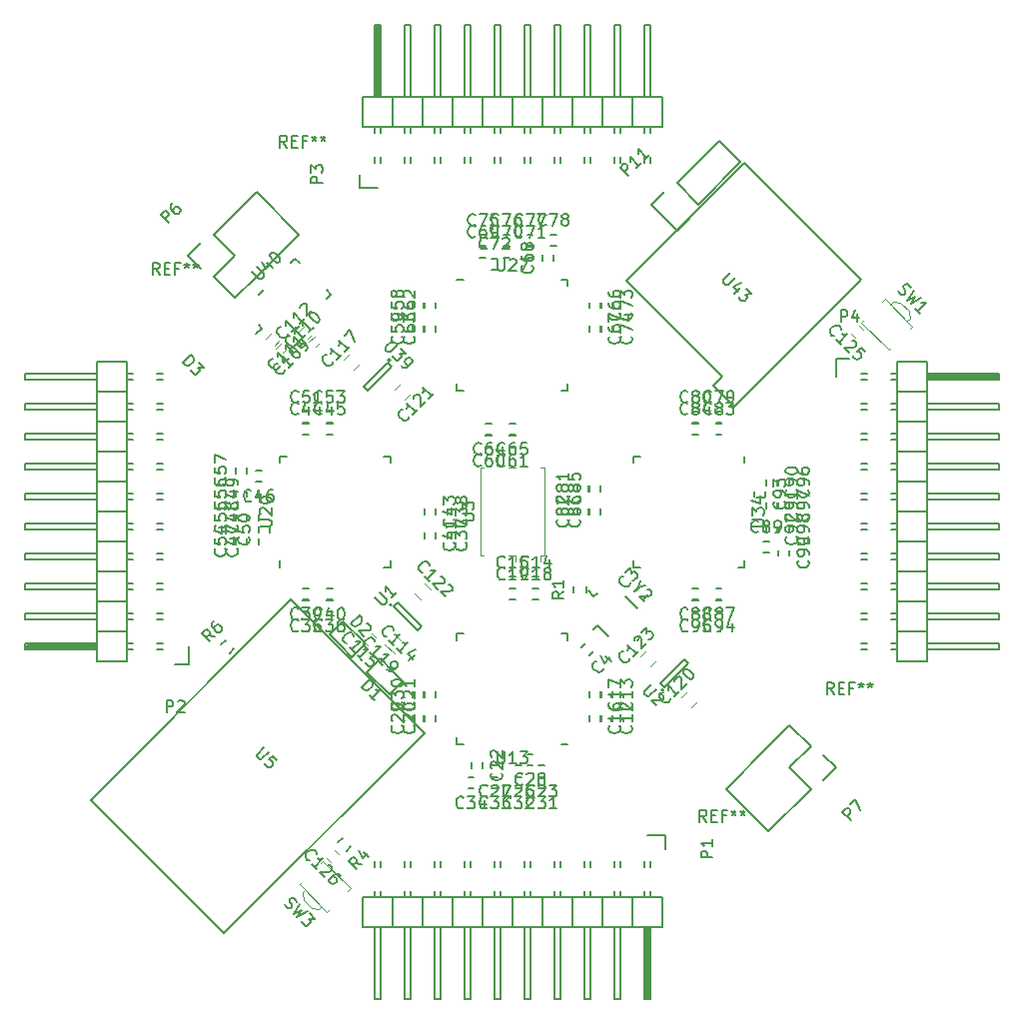
<source format=gto>
G04 #@! TF.FileFunction,Legend,Top*
%FSLAX46Y46*%
G04 Gerber Fmt 4.6, Leading zero omitted, Abs format (unit mm)*
G04 Created by KiCad (PCBNEW 4.0.6-e0-6349~53~ubuntu14.04.1) date Sat Apr  1 16:27:06 2017*
%MOMM*%
%LPD*%
G01*
G04 APERTURE LIST*
%ADD10C,0.200000*%
%ADD11C,0.150000*%
%ADD12C,0.120000*%
G04 APERTURE END LIST*
D10*
D11*
X12873984Y27131016D02*
X11777969Y26035000D01*
X11777969Y26035000D02*
X13970000Y23842969D01*
X13970000Y23842969D02*
X15066016Y24938984D01*
X13970000Y27831051D02*
X17562102Y31423154D01*
X17562102Y31423154D02*
X19358154Y29627102D01*
X19358154Y29627102D02*
X15766051Y26035000D01*
X15766051Y26035000D02*
X13970000Y27831051D01*
X-10340051Y12844214D02*
G75*
G03X-10340051Y12844214I-100000J0D01*
G01*
X-10227918Y12278528D02*
X-10581472Y12632082D01*
X-12278528Y10227918D02*
X-10227918Y12278528D01*
X-12632082Y10581472D02*
X-12278528Y10227918D01*
X-10581472Y12632082D02*
X-12632082Y10581472D01*
X-10204214Y-7900051D02*
G75*
G03X-10204214Y-7900051I-100000J0D01*
G01*
X-9738528Y-7687918D02*
X-10092082Y-8041472D01*
X-7687918Y-9738528D02*
X-9738528Y-7687918D01*
X-8041472Y-10092082D02*
X-7687918Y-9738528D01*
X-10092082Y-8041472D02*
X-8041472Y-10092082D01*
X12826051Y-15130214D02*
G75*
G03X12826051Y-15130214I-100000J0D01*
G01*
X12513918Y-14564528D02*
X12867472Y-14918082D01*
X14564528Y-12513918D02*
X12513918Y-14564528D01*
X14918082Y-12867472D02*
X14564528Y-12513918D01*
X12867472Y-14918082D02*
X14918082Y-12867472D01*
X17775812Y11411851D02*
X17068705Y10704744D01*
X17068705Y10704744D02*
X18836472Y8936977D01*
X19685000Y29584495D02*
X9644084Y19543579D01*
X9644084Y19543579D02*
X17775812Y11411851D01*
X18836472Y8936977D02*
X29584495Y19685000D01*
X29584495Y19685000D02*
X19685000Y29584495D01*
X11684000Y-30099000D02*
X11684000Y-29591000D01*
X11176000Y-30099000D02*
X11176000Y-29591000D01*
X-11684000Y-30099000D02*
X-11684000Y-29591000D01*
X-11176000Y-30099000D02*
X-11176000Y-29591000D01*
X-6096000Y-30099000D02*
X-6096000Y-29591000D01*
X-6604000Y-30099000D02*
X-6604000Y-29591000D01*
X-8636000Y-30099000D02*
X-8636000Y-29591000D01*
X-9144000Y-30099000D02*
X-9144000Y-29591000D01*
X-4064000Y-30099000D02*
X-4064000Y-29591000D01*
X-3556000Y-30099000D02*
X-3556000Y-29591000D01*
X-1524000Y-30099000D02*
X-1524000Y-29591000D01*
X-1016000Y-30099000D02*
X-1016000Y-29591000D01*
X9144000Y-30099000D02*
X9144000Y-29591000D01*
X8636000Y-30099000D02*
X8636000Y-29591000D01*
X6604000Y-30099000D02*
X6604000Y-29591000D01*
X6096000Y-30099000D02*
X6096000Y-29591000D01*
X1016000Y-30099000D02*
X1016000Y-29591000D01*
X1524000Y-30099000D02*
X1524000Y-29591000D01*
X3556000Y-30099000D02*
X3556000Y-29591000D01*
X4064000Y-30099000D02*
X4064000Y-29591000D01*
X-11684000Y-32639000D02*
X-11684000Y-32131000D01*
X-11176000Y-32639000D02*
X-11176000Y-32131000D01*
X-9144000Y-32639000D02*
X-9144000Y-32131000D01*
X-8636000Y-32639000D02*
X-8636000Y-32131000D01*
X-3556000Y-32639000D02*
X-3556000Y-32131000D01*
X-4064000Y-32639000D02*
X-4064000Y-32131000D01*
X-6096000Y-32639000D02*
X-6096000Y-32131000D01*
X-6604000Y-32639000D02*
X-6604000Y-32131000D01*
X-1524000Y-32639000D02*
X-1524000Y-32131000D01*
X-1016000Y-32639000D02*
X-1016000Y-32131000D01*
X1016000Y-32639000D02*
X1016000Y-32131000D01*
X1524000Y-32639000D02*
X1524000Y-32131000D01*
X11684000Y-32639000D02*
X11684000Y-32131000D01*
X11176000Y-32639000D02*
X11176000Y-32131000D01*
X9144000Y-32639000D02*
X9144000Y-32131000D01*
X8636000Y-32639000D02*
X8636000Y-32131000D01*
X3556000Y-32639000D02*
X3556000Y-32131000D01*
X4064000Y-32639000D02*
X4064000Y-32131000D01*
X6096000Y-32639000D02*
X6096000Y-32131000D01*
X6604000Y-32639000D02*
X6604000Y-32131000D01*
X12980000Y-28575000D02*
X12980000Y-27425000D01*
X12980000Y-27425000D02*
X11430000Y-27425000D01*
X11557000Y-35179000D02*
X11557000Y-41148000D01*
X11557000Y-41148000D02*
X11303000Y-41148000D01*
X11303000Y-41148000D02*
X11303000Y-35306000D01*
X11303000Y-35306000D02*
X11430000Y-35306000D01*
X11430000Y-35306000D02*
X11430000Y-41148000D01*
X-7620000Y-32639000D02*
X-7620000Y-35179000D01*
X-7620000Y-32639000D02*
X-10160000Y-32639000D01*
X-10160000Y-32639000D02*
X-10160000Y-35179000D01*
X-8636000Y-35179000D02*
X-8636000Y-41275000D01*
X-8636000Y-41275000D02*
X-9144000Y-41275000D01*
X-9144000Y-41275000D02*
X-9144000Y-35179000D01*
X-10160000Y-35179000D02*
X-7620000Y-35179000D01*
X-12700000Y-35179000D02*
X-10160000Y-35179000D01*
X-11684000Y-41275000D02*
X-11684000Y-35179000D01*
X-11176000Y-41275000D02*
X-11684000Y-41275000D01*
X-11176000Y-35179000D02*
X-11176000Y-41275000D01*
X-10160000Y-32639000D02*
X-12700000Y-32639000D01*
X-10160000Y-32639000D02*
X-10160000Y-35179000D01*
X-12700000Y-32639000D02*
X-12700000Y-35179000D01*
X2540000Y-32639000D02*
X2540000Y-35179000D01*
X2540000Y-32639000D02*
X0Y-32639000D01*
X0Y-32639000D02*
X0Y-35179000D01*
X1524000Y-35179000D02*
X1524000Y-41275000D01*
X1524000Y-41275000D02*
X1016000Y-41275000D01*
X1016000Y-41275000D02*
X1016000Y-35179000D01*
X0Y-35179000D02*
X2540000Y-35179000D01*
X-2540000Y-35179000D02*
X0Y-35179000D01*
X-1524000Y-41275000D02*
X-1524000Y-35179000D01*
X-1016000Y-41275000D02*
X-1524000Y-41275000D01*
X-1016000Y-35179000D02*
X-1016000Y-41275000D01*
X-2540000Y-32639000D02*
X-2540000Y-35179000D01*
X0Y-32639000D02*
X-2540000Y-32639000D01*
X0Y-32639000D02*
X0Y-35179000D01*
X-5080000Y-32639000D02*
X-5080000Y-35179000D01*
X-5080000Y-32639000D02*
X-7620000Y-32639000D01*
X-7620000Y-32639000D02*
X-7620000Y-35179000D01*
X-6096000Y-35179000D02*
X-6096000Y-41275000D01*
X-6096000Y-41275000D02*
X-6604000Y-41275000D01*
X-6604000Y-41275000D02*
X-6604000Y-35179000D01*
X-7620000Y-35179000D02*
X-5080000Y-35179000D01*
X-5080000Y-35179000D02*
X-2540000Y-35179000D01*
X-4064000Y-41275000D02*
X-4064000Y-35179000D01*
X-3556000Y-41275000D02*
X-4064000Y-41275000D01*
X-3556000Y-35179000D02*
X-3556000Y-41275000D01*
X-5080000Y-32639000D02*
X-5080000Y-35179000D01*
X-2540000Y-32639000D02*
X-5080000Y-32639000D01*
X-2540000Y-32639000D02*
X-2540000Y-35179000D01*
X7620000Y-32639000D02*
X7620000Y-35179000D01*
X7620000Y-32639000D02*
X5080000Y-32639000D01*
X5080000Y-32639000D02*
X5080000Y-35179000D01*
X6604000Y-35179000D02*
X6604000Y-41275000D01*
X6604000Y-41275000D02*
X6096000Y-41275000D01*
X6096000Y-41275000D02*
X6096000Y-35179000D01*
X5080000Y-35179000D02*
X7620000Y-35179000D01*
X2540000Y-35179000D02*
X5080000Y-35179000D01*
X3556000Y-41275000D02*
X3556000Y-35179000D01*
X4064000Y-41275000D02*
X3556000Y-41275000D01*
X4064000Y-35179000D02*
X4064000Y-41275000D01*
X2540000Y-32639000D02*
X2540000Y-35179000D01*
X5080000Y-32639000D02*
X2540000Y-32639000D01*
X5080000Y-32639000D02*
X5080000Y-35179000D01*
X10160000Y-32639000D02*
X10160000Y-35179000D01*
X10160000Y-32639000D02*
X7620000Y-32639000D01*
X7620000Y-32639000D02*
X7620000Y-35179000D01*
X9144000Y-35179000D02*
X9144000Y-41275000D01*
X9144000Y-41275000D02*
X8636000Y-41275000D01*
X8636000Y-41275000D02*
X8636000Y-35179000D01*
X7620000Y-35179000D02*
X10160000Y-35179000D01*
X10160000Y-35179000D02*
X12700000Y-35179000D01*
X11176000Y-41275000D02*
X11176000Y-35179000D01*
X11684000Y-41275000D02*
X11176000Y-41275000D01*
X11684000Y-35179000D02*
X11684000Y-41275000D01*
X10160000Y-32639000D02*
X10160000Y-35179000D01*
X12700000Y-32639000D02*
X10160000Y-32639000D01*
X12700000Y-32639000D02*
X12700000Y-35179000D01*
X-30099000Y-11684000D02*
X-29591000Y-11684000D01*
X-30099000Y-11176000D02*
X-29591000Y-11176000D01*
X-30099000Y11684000D02*
X-29591000Y11684000D01*
X-30099000Y11176000D02*
X-29591000Y11176000D01*
X-30099000Y6096000D02*
X-29591000Y6096000D01*
X-30099000Y6604000D02*
X-29591000Y6604000D01*
X-30099000Y8636000D02*
X-29591000Y8636000D01*
X-30099000Y9144000D02*
X-29591000Y9144000D01*
X-30099000Y4064000D02*
X-29591000Y4064000D01*
X-30099000Y3556000D02*
X-29591000Y3556000D01*
X-30099000Y1524000D02*
X-29591000Y1524000D01*
X-30099000Y1016000D02*
X-29591000Y1016000D01*
X-30099000Y-9144000D02*
X-29591000Y-9144000D01*
X-30099000Y-8636000D02*
X-29591000Y-8636000D01*
X-30099000Y-6604000D02*
X-29591000Y-6604000D01*
X-30099000Y-6096000D02*
X-29591000Y-6096000D01*
X-30099000Y-1016000D02*
X-29591000Y-1016000D01*
X-30099000Y-1524000D02*
X-29591000Y-1524000D01*
X-30099000Y-3556000D02*
X-29591000Y-3556000D01*
X-30099000Y-4064000D02*
X-29591000Y-4064000D01*
X-32639000Y11684000D02*
X-32131000Y11684000D01*
X-32639000Y11176000D02*
X-32131000Y11176000D01*
X-32639000Y9144000D02*
X-32131000Y9144000D01*
X-32639000Y8636000D02*
X-32131000Y8636000D01*
X-32639000Y3556000D02*
X-32131000Y3556000D01*
X-32639000Y4064000D02*
X-32131000Y4064000D01*
X-32639000Y6096000D02*
X-32131000Y6096000D01*
X-32639000Y6604000D02*
X-32131000Y6604000D01*
X-32639000Y1524000D02*
X-32131000Y1524000D01*
X-32639000Y1016000D02*
X-32131000Y1016000D01*
X-32639000Y-1016000D02*
X-32131000Y-1016000D01*
X-32639000Y-1524000D02*
X-32131000Y-1524000D01*
X-32639000Y-11684000D02*
X-32131000Y-11684000D01*
X-32639000Y-11176000D02*
X-32131000Y-11176000D01*
X-32639000Y-9144000D02*
X-32131000Y-9144000D01*
X-32639000Y-8636000D02*
X-32131000Y-8636000D01*
X-32639000Y-3556000D02*
X-32131000Y-3556000D01*
X-32639000Y-4064000D02*
X-32131000Y-4064000D01*
X-32639000Y-6096000D02*
X-32131000Y-6096000D01*
X-32639000Y-6604000D02*
X-32131000Y-6604000D01*
X-28575000Y-12980000D02*
X-27425000Y-12980000D01*
X-27425000Y-12980000D02*
X-27425000Y-11430000D01*
X-35179000Y-11557000D02*
X-41148000Y-11557000D01*
X-41148000Y-11557000D02*
X-41148000Y-11303000D01*
X-41148000Y-11303000D02*
X-35306000Y-11303000D01*
X-35306000Y-11303000D02*
X-35306000Y-11430000D01*
X-35306000Y-11430000D02*
X-41148000Y-11430000D01*
X-32639000Y7620000D02*
X-35179000Y7620000D01*
X-32639000Y7620000D02*
X-32639000Y10160000D01*
X-32639000Y10160000D02*
X-35179000Y10160000D01*
X-35179000Y8636000D02*
X-41275000Y8636000D01*
X-41275000Y8636000D02*
X-41275000Y9144000D01*
X-41275000Y9144000D02*
X-35179000Y9144000D01*
X-35179000Y10160000D02*
X-35179000Y7620000D01*
X-35179000Y12700000D02*
X-35179000Y10160000D01*
X-41275000Y11684000D02*
X-35179000Y11684000D01*
X-41275000Y11176000D02*
X-41275000Y11684000D01*
X-35179000Y11176000D02*
X-41275000Y11176000D01*
X-32639000Y10160000D02*
X-32639000Y12700000D01*
X-32639000Y10160000D02*
X-35179000Y10160000D01*
X-32639000Y12700000D02*
X-35179000Y12700000D01*
X-32639000Y-2540000D02*
X-35179000Y-2540000D01*
X-32639000Y-2540000D02*
X-32639000Y0D01*
X-32639000Y0D02*
X-35179000Y0D01*
X-35179000Y-1524000D02*
X-41275000Y-1524000D01*
X-41275000Y-1524000D02*
X-41275000Y-1016000D01*
X-41275000Y-1016000D02*
X-35179000Y-1016000D01*
X-35179000Y0D02*
X-35179000Y-2540000D01*
X-35179000Y2540000D02*
X-35179000Y0D01*
X-41275000Y1524000D02*
X-35179000Y1524000D01*
X-41275000Y1016000D02*
X-41275000Y1524000D01*
X-35179000Y1016000D02*
X-41275000Y1016000D01*
X-32639000Y2540000D02*
X-35179000Y2540000D01*
X-32639000Y0D02*
X-32639000Y2540000D01*
X-32639000Y0D02*
X-35179000Y0D01*
X-32639000Y5080000D02*
X-35179000Y5080000D01*
X-32639000Y5080000D02*
X-32639000Y7620000D01*
X-32639000Y7620000D02*
X-35179000Y7620000D01*
X-35179000Y6096000D02*
X-41275000Y6096000D01*
X-41275000Y6096000D02*
X-41275000Y6604000D01*
X-41275000Y6604000D02*
X-35179000Y6604000D01*
X-35179000Y7620000D02*
X-35179000Y5080000D01*
X-35179000Y5080000D02*
X-35179000Y2540000D01*
X-41275000Y4064000D02*
X-35179000Y4064000D01*
X-41275000Y3556000D02*
X-41275000Y4064000D01*
X-35179000Y3556000D02*
X-41275000Y3556000D01*
X-32639000Y5080000D02*
X-35179000Y5080000D01*
X-32639000Y2540000D02*
X-32639000Y5080000D01*
X-32639000Y2540000D02*
X-35179000Y2540000D01*
X-32639000Y-7620000D02*
X-35179000Y-7620000D01*
X-32639000Y-7620000D02*
X-32639000Y-5080000D01*
X-32639000Y-5080000D02*
X-35179000Y-5080000D01*
X-35179000Y-6604000D02*
X-41275000Y-6604000D01*
X-41275000Y-6604000D02*
X-41275000Y-6096000D01*
X-41275000Y-6096000D02*
X-35179000Y-6096000D01*
X-35179000Y-5080000D02*
X-35179000Y-7620000D01*
X-35179000Y-2540000D02*
X-35179000Y-5080000D01*
X-41275000Y-3556000D02*
X-35179000Y-3556000D01*
X-41275000Y-4064000D02*
X-41275000Y-3556000D01*
X-35179000Y-4064000D02*
X-41275000Y-4064000D01*
X-32639000Y-2540000D02*
X-35179000Y-2540000D01*
X-32639000Y-5080000D02*
X-32639000Y-2540000D01*
X-32639000Y-5080000D02*
X-35179000Y-5080000D01*
X-32639000Y-10160000D02*
X-35179000Y-10160000D01*
X-32639000Y-10160000D02*
X-32639000Y-7620000D01*
X-32639000Y-7620000D02*
X-35179000Y-7620000D01*
X-35179000Y-9144000D02*
X-41275000Y-9144000D01*
X-41275000Y-9144000D02*
X-41275000Y-8636000D01*
X-41275000Y-8636000D02*
X-35179000Y-8636000D01*
X-35179000Y-7620000D02*
X-35179000Y-10160000D01*
X-35179000Y-10160000D02*
X-35179000Y-12700000D01*
X-41275000Y-11176000D02*
X-35179000Y-11176000D01*
X-41275000Y-11684000D02*
X-41275000Y-11176000D01*
X-35179000Y-11684000D02*
X-41275000Y-11684000D01*
X-32639000Y-10160000D02*
X-35179000Y-10160000D01*
X-32639000Y-12700000D02*
X-32639000Y-10160000D01*
X-32639000Y-12700000D02*
X-35179000Y-12700000D01*
X-11684000Y30099000D02*
X-11684000Y29591000D01*
X-11176000Y30099000D02*
X-11176000Y29591000D01*
X11684000Y30099000D02*
X11684000Y29591000D01*
X11176000Y30099000D02*
X11176000Y29591000D01*
X6096000Y30099000D02*
X6096000Y29591000D01*
X6604000Y30099000D02*
X6604000Y29591000D01*
X8636000Y30099000D02*
X8636000Y29591000D01*
X9144000Y30099000D02*
X9144000Y29591000D01*
X4064000Y30099000D02*
X4064000Y29591000D01*
X3556000Y30099000D02*
X3556000Y29591000D01*
X1524000Y30099000D02*
X1524000Y29591000D01*
X1016000Y30099000D02*
X1016000Y29591000D01*
X-9144000Y30099000D02*
X-9144000Y29591000D01*
X-8636000Y30099000D02*
X-8636000Y29591000D01*
X-6604000Y30099000D02*
X-6604000Y29591000D01*
X-6096000Y30099000D02*
X-6096000Y29591000D01*
X-1016000Y30099000D02*
X-1016000Y29591000D01*
X-1524000Y30099000D02*
X-1524000Y29591000D01*
X-3556000Y30099000D02*
X-3556000Y29591000D01*
X-4064000Y30099000D02*
X-4064000Y29591000D01*
X11684000Y32639000D02*
X11684000Y32131000D01*
X11176000Y32639000D02*
X11176000Y32131000D01*
X9144000Y32639000D02*
X9144000Y32131000D01*
X8636000Y32639000D02*
X8636000Y32131000D01*
X3556000Y32639000D02*
X3556000Y32131000D01*
X4064000Y32639000D02*
X4064000Y32131000D01*
X6096000Y32639000D02*
X6096000Y32131000D01*
X6604000Y32639000D02*
X6604000Y32131000D01*
X1524000Y32639000D02*
X1524000Y32131000D01*
X1016000Y32639000D02*
X1016000Y32131000D01*
X-1016000Y32639000D02*
X-1016000Y32131000D01*
X-1524000Y32639000D02*
X-1524000Y32131000D01*
X-11684000Y32639000D02*
X-11684000Y32131000D01*
X-11176000Y32639000D02*
X-11176000Y32131000D01*
X-9144000Y32639000D02*
X-9144000Y32131000D01*
X-8636000Y32639000D02*
X-8636000Y32131000D01*
X-3556000Y32639000D02*
X-3556000Y32131000D01*
X-4064000Y32639000D02*
X-4064000Y32131000D01*
X-6096000Y32639000D02*
X-6096000Y32131000D01*
X-6604000Y32639000D02*
X-6604000Y32131000D01*
X-12980000Y28575000D02*
X-12980000Y27425000D01*
X-12980000Y27425000D02*
X-11430000Y27425000D01*
X-11557000Y35179000D02*
X-11557000Y41148000D01*
X-11557000Y41148000D02*
X-11303000Y41148000D01*
X-11303000Y41148000D02*
X-11303000Y35306000D01*
X-11303000Y35306000D02*
X-11430000Y35306000D01*
X-11430000Y35306000D02*
X-11430000Y41148000D01*
X7620000Y32639000D02*
X7620000Y35179000D01*
X7620000Y32639000D02*
X10160000Y32639000D01*
X10160000Y32639000D02*
X10160000Y35179000D01*
X8636000Y35179000D02*
X8636000Y41275000D01*
X8636000Y41275000D02*
X9144000Y41275000D01*
X9144000Y41275000D02*
X9144000Y35179000D01*
X10160000Y35179000D02*
X7620000Y35179000D01*
X12700000Y35179000D02*
X10160000Y35179000D01*
X11684000Y41275000D02*
X11684000Y35179000D01*
X11176000Y41275000D02*
X11684000Y41275000D01*
X11176000Y35179000D02*
X11176000Y41275000D01*
X10160000Y32639000D02*
X12700000Y32639000D01*
X10160000Y32639000D02*
X10160000Y35179000D01*
X12700000Y32639000D02*
X12700000Y35179000D01*
X-2540000Y32639000D02*
X-2540000Y35179000D01*
X-2540000Y32639000D02*
X0Y32639000D01*
X0Y32639000D02*
X0Y35179000D01*
X-1524000Y35179000D02*
X-1524000Y41275000D01*
X-1524000Y41275000D02*
X-1016000Y41275000D01*
X-1016000Y41275000D02*
X-1016000Y35179000D01*
X0Y35179000D02*
X-2540000Y35179000D01*
X2540000Y35179000D02*
X0Y35179000D01*
X1524000Y41275000D02*
X1524000Y35179000D01*
X1016000Y41275000D02*
X1524000Y41275000D01*
X1016000Y35179000D02*
X1016000Y41275000D01*
X2540000Y32639000D02*
X2540000Y35179000D01*
X0Y32639000D02*
X2540000Y32639000D01*
X0Y32639000D02*
X0Y35179000D01*
X5080000Y32639000D02*
X5080000Y35179000D01*
X5080000Y32639000D02*
X7620000Y32639000D01*
X7620000Y32639000D02*
X7620000Y35179000D01*
X6096000Y35179000D02*
X6096000Y41275000D01*
X6096000Y41275000D02*
X6604000Y41275000D01*
X6604000Y41275000D02*
X6604000Y35179000D01*
X7620000Y35179000D02*
X5080000Y35179000D01*
X5080000Y35179000D02*
X2540000Y35179000D01*
X4064000Y41275000D02*
X4064000Y35179000D01*
X3556000Y41275000D02*
X4064000Y41275000D01*
X3556000Y35179000D02*
X3556000Y41275000D01*
X5080000Y32639000D02*
X5080000Y35179000D01*
X2540000Y32639000D02*
X5080000Y32639000D01*
X2540000Y32639000D02*
X2540000Y35179000D01*
X-7620000Y32639000D02*
X-7620000Y35179000D01*
X-7620000Y32639000D02*
X-5080000Y32639000D01*
X-5080000Y32639000D02*
X-5080000Y35179000D01*
X-6604000Y35179000D02*
X-6604000Y41275000D01*
X-6604000Y41275000D02*
X-6096000Y41275000D01*
X-6096000Y41275000D02*
X-6096000Y35179000D01*
X-5080000Y35179000D02*
X-7620000Y35179000D01*
X-2540000Y35179000D02*
X-5080000Y35179000D01*
X-3556000Y41275000D02*
X-3556000Y35179000D01*
X-4064000Y41275000D02*
X-3556000Y41275000D01*
X-4064000Y35179000D02*
X-4064000Y41275000D01*
X-2540000Y32639000D02*
X-2540000Y35179000D01*
X-5080000Y32639000D02*
X-2540000Y32639000D01*
X-5080000Y32639000D02*
X-5080000Y35179000D01*
X-10160000Y32639000D02*
X-10160000Y35179000D01*
X-10160000Y32639000D02*
X-7620000Y32639000D01*
X-7620000Y32639000D02*
X-7620000Y35179000D01*
X-9144000Y35179000D02*
X-9144000Y41275000D01*
X-9144000Y41275000D02*
X-8636000Y41275000D01*
X-8636000Y41275000D02*
X-8636000Y35179000D01*
X-7620000Y35179000D02*
X-10160000Y35179000D01*
X-10160000Y35179000D02*
X-12700000Y35179000D01*
X-11176000Y41275000D02*
X-11176000Y35179000D01*
X-11684000Y41275000D02*
X-11176000Y41275000D01*
X-11684000Y35179000D02*
X-11684000Y41275000D01*
X-10160000Y32639000D02*
X-10160000Y35179000D01*
X-12700000Y32639000D02*
X-10160000Y32639000D01*
X-12700000Y32639000D02*
X-12700000Y35179000D01*
X30099000Y11684000D02*
X29591000Y11684000D01*
X30099000Y11176000D02*
X29591000Y11176000D01*
X30099000Y-11684000D02*
X29591000Y-11684000D01*
X30099000Y-11176000D02*
X29591000Y-11176000D01*
X30099000Y-6096000D02*
X29591000Y-6096000D01*
X30099000Y-6604000D02*
X29591000Y-6604000D01*
X30099000Y-8636000D02*
X29591000Y-8636000D01*
X30099000Y-9144000D02*
X29591000Y-9144000D01*
X30099000Y-4064000D02*
X29591000Y-4064000D01*
X30099000Y-3556000D02*
X29591000Y-3556000D01*
X30099000Y-1524000D02*
X29591000Y-1524000D01*
X30099000Y-1016000D02*
X29591000Y-1016000D01*
X30099000Y9144000D02*
X29591000Y9144000D01*
X30099000Y8636000D02*
X29591000Y8636000D01*
X30099000Y6604000D02*
X29591000Y6604000D01*
X30099000Y6096000D02*
X29591000Y6096000D01*
X30099000Y1016000D02*
X29591000Y1016000D01*
X30099000Y1524000D02*
X29591000Y1524000D01*
X30099000Y3556000D02*
X29591000Y3556000D01*
X30099000Y4064000D02*
X29591000Y4064000D01*
X32639000Y-11684000D02*
X32131000Y-11684000D01*
X32639000Y-11176000D02*
X32131000Y-11176000D01*
X32639000Y-9144000D02*
X32131000Y-9144000D01*
X32639000Y-8636000D02*
X32131000Y-8636000D01*
X32639000Y-3556000D02*
X32131000Y-3556000D01*
X32639000Y-4064000D02*
X32131000Y-4064000D01*
X32639000Y-6096000D02*
X32131000Y-6096000D01*
X32639000Y-6604000D02*
X32131000Y-6604000D01*
X32639000Y-1524000D02*
X32131000Y-1524000D01*
X32639000Y-1016000D02*
X32131000Y-1016000D01*
X32639000Y1016000D02*
X32131000Y1016000D01*
X32639000Y1524000D02*
X32131000Y1524000D01*
X32639000Y11684000D02*
X32131000Y11684000D01*
X32639000Y11176000D02*
X32131000Y11176000D01*
X32639000Y9144000D02*
X32131000Y9144000D01*
X32639000Y8636000D02*
X32131000Y8636000D01*
X32639000Y3556000D02*
X32131000Y3556000D01*
X32639000Y4064000D02*
X32131000Y4064000D01*
X32639000Y6096000D02*
X32131000Y6096000D01*
X32639000Y6604000D02*
X32131000Y6604000D01*
X28575000Y12980000D02*
X27425000Y12980000D01*
X27425000Y12980000D02*
X27425000Y11430000D01*
X35179000Y11557000D02*
X41148000Y11557000D01*
X41148000Y11557000D02*
X41148000Y11303000D01*
X41148000Y11303000D02*
X35306000Y11303000D01*
X35306000Y11303000D02*
X35306000Y11430000D01*
X35306000Y11430000D02*
X41148000Y11430000D01*
X32639000Y-7620000D02*
X35179000Y-7620000D01*
X32639000Y-7620000D02*
X32639000Y-10160000D01*
X32639000Y-10160000D02*
X35179000Y-10160000D01*
X35179000Y-8636000D02*
X41275000Y-8636000D01*
X41275000Y-8636000D02*
X41275000Y-9144000D01*
X41275000Y-9144000D02*
X35179000Y-9144000D01*
X35179000Y-10160000D02*
X35179000Y-7620000D01*
X35179000Y-12700000D02*
X35179000Y-10160000D01*
X41275000Y-11684000D02*
X35179000Y-11684000D01*
X41275000Y-11176000D02*
X41275000Y-11684000D01*
X35179000Y-11176000D02*
X41275000Y-11176000D01*
X32639000Y-10160000D02*
X32639000Y-12700000D01*
X32639000Y-10160000D02*
X35179000Y-10160000D01*
X32639000Y-12700000D02*
X35179000Y-12700000D01*
X32639000Y2540000D02*
X35179000Y2540000D01*
X32639000Y2540000D02*
X32639000Y0D01*
X32639000Y0D02*
X35179000Y0D01*
X35179000Y1524000D02*
X41275000Y1524000D01*
X41275000Y1524000D02*
X41275000Y1016000D01*
X41275000Y1016000D02*
X35179000Y1016000D01*
X35179000Y0D02*
X35179000Y2540000D01*
X35179000Y-2540000D02*
X35179000Y0D01*
X41275000Y-1524000D02*
X35179000Y-1524000D01*
X41275000Y-1016000D02*
X41275000Y-1524000D01*
X35179000Y-1016000D02*
X41275000Y-1016000D01*
X32639000Y-2540000D02*
X35179000Y-2540000D01*
X32639000Y0D02*
X32639000Y-2540000D01*
X32639000Y0D02*
X35179000Y0D01*
X32639000Y-5080000D02*
X35179000Y-5080000D01*
X32639000Y-5080000D02*
X32639000Y-7620000D01*
X32639000Y-7620000D02*
X35179000Y-7620000D01*
X35179000Y-6096000D02*
X41275000Y-6096000D01*
X41275000Y-6096000D02*
X41275000Y-6604000D01*
X41275000Y-6604000D02*
X35179000Y-6604000D01*
X35179000Y-7620000D02*
X35179000Y-5080000D01*
X35179000Y-5080000D02*
X35179000Y-2540000D01*
X41275000Y-4064000D02*
X35179000Y-4064000D01*
X41275000Y-3556000D02*
X41275000Y-4064000D01*
X35179000Y-3556000D02*
X41275000Y-3556000D01*
X32639000Y-5080000D02*
X35179000Y-5080000D01*
X32639000Y-2540000D02*
X32639000Y-5080000D01*
X32639000Y-2540000D02*
X35179000Y-2540000D01*
X32639000Y7620000D02*
X35179000Y7620000D01*
X32639000Y7620000D02*
X32639000Y5080000D01*
X32639000Y5080000D02*
X35179000Y5080000D01*
X35179000Y6604000D02*
X41275000Y6604000D01*
X41275000Y6604000D02*
X41275000Y6096000D01*
X41275000Y6096000D02*
X35179000Y6096000D01*
X35179000Y5080000D02*
X35179000Y7620000D01*
X35179000Y2540000D02*
X35179000Y5080000D01*
X41275000Y3556000D02*
X35179000Y3556000D01*
X41275000Y4064000D02*
X41275000Y3556000D01*
X35179000Y4064000D02*
X41275000Y4064000D01*
X32639000Y2540000D02*
X35179000Y2540000D01*
X32639000Y5080000D02*
X32639000Y2540000D01*
X32639000Y5080000D02*
X35179000Y5080000D01*
X32639000Y10160000D02*
X35179000Y10160000D01*
X32639000Y10160000D02*
X32639000Y7620000D01*
X32639000Y7620000D02*
X35179000Y7620000D01*
X35179000Y9144000D02*
X41275000Y9144000D01*
X41275000Y9144000D02*
X41275000Y8636000D01*
X41275000Y8636000D02*
X35179000Y8636000D01*
X35179000Y7620000D02*
X35179000Y10160000D01*
X35179000Y10160000D02*
X35179000Y12700000D01*
X41275000Y11176000D02*
X35179000Y11176000D01*
X41275000Y11684000D02*
X41275000Y11176000D01*
X35179000Y11684000D02*
X41275000Y11684000D01*
X32639000Y10160000D02*
X35179000Y10160000D01*
X32639000Y12700000D02*
X32639000Y10160000D01*
X32639000Y12700000D02*
X35179000Y12700000D01*
X-4700000Y-19700000D02*
X-4700000Y-19125000D01*
X4700000Y-10300000D02*
X4700000Y-10875000D01*
X-4700000Y-10300000D02*
X-4700000Y-10875000D01*
X4700000Y-19700000D02*
X4125000Y-19700000D01*
X4700000Y-10300000D02*
X4125000Y-10300000D01*
X-4700000Y-10300000D02*
X-4125000Y-10300000D01*
X-4700000Y-19700000D02*
X-4125000Y-19700000D01*
X-19700000Y4700000D02*
X-19125000Y4700000D01*
X-10300000Y-4700000D02*
X-10875000Y-4700000D01*
X-10300000Y4700000D02*
X-10875000Y4700000D01*
X-19700000Y-4700000D02*
X-19700000Y-4125000D01*
X-10300000Y-4700000D02*
X-10300000Y-4125000D01*
X-10300000Y4700000D02*
X-10300000Y4125000D01*
X-19700000Y4700000D02*
X-19700000Y4125000D01*
X4700000Y19700000D02*
X4700000Y19125000D01*
X-4700000Y10300000D02*
X-4700000Y10875000D01*
X4700000Y10300000D02*
X4700000Y10875000D01*
X-4700000Y19700000D02*
X-4125000Y19700000D01*
X-4700000Y10300000D02*
X-4125000Y10300000D01*
X4700000Y10300000D02*
X4125000Y10300000D01*
X4700000Y19700000D02*
X4125000Y19700000D01*
X19700000Y-4700000D02*
X19125000Y-4700000D01*
X10300000Y4700000D02*
X10875000Y4700000D01*
X10300000Y-4700000D02*
X10875000Y-4700000D01*
X19700000Y4700000D02*
X19700000Y4125000D01*
X10300000Y4700000D02*
X10300000Y4125000D01*
X10300000Y-4700000D02*
X10300000Y-4125000D01*
X19700000Y-4700000D02*
X19700000Y-4125000D01*
X8475000Y-17750000D02*
X8475000Y-17250000D01*
X7525000Y-17250000D02*
X7525000Y-17750000D01*
X8475000Y-15750000D02*
X8475000Y-15250000D01*
X7525000Y-15250000D02*
X7525000Y-15750000D01*
X2250000Y-5525000D02*
X1750000Y-5525000D01*
X1750000Y-6475000D02*
X2250000Y-6475000D01*
X250000Y-5525000D02*
X-250000Y-5525000D01*
X-250000Y-6475000D02*
X250000Y-6475000D01*
X7475000Y-17750000D02*
X7475000Y-17250000D01*
X6525000Y-17250000D02*
X6525000Y-17750000D01*
X7475000Y-15750000D02*
X7475000Y-15250000D01*
X6525000Y-15250000D02*
X6525000Y-15750000D01*
X2250000Y-6525000D02*
X1750000Y-6525000D01*
X1750000Y-7475000D02*
X2250000Y-7475000D01*
X250000Y-6525000D02*
X-250000Y-6525000D01*
X-250000Y-7475000D02*
X250000Y-7475000D01*
X-7475000Y-17250000D02*
X-7475000Y-17750000D01*
X-6525000Y-17750000D02*
X-6525000Y-17250000D01*
X-7475000Y-15250000D02*
X-7475000Y-15750000D01*
X-6525000Y-15750000D02*
X-6525000Y-15250000D01*
X-2525000Y-21750000D02*
X-2525000Y-21250000D01*
X-3475000Y-21250000D02*
X-3475000Y-21750000D01*
X2250000Y-22475000D02*
X2750000Y-22475000D01*
X2750000Y-21525000D02*
X2250000Y-21525000D01*
X250000Y-22475000D02*
X750000Y-22475000D01*
X750000Y-21525000D02*
X250000Y-21525000D01*
X-1750000Y-22475000D02*
X-1250000Y-22475000D01*
X-1250000Y-21525000D02*
X-1750000Y-21525000D01*
X1250000Y-21475000D02*
X1750000Y-21475000D01*
X1750000Y-20525000D02*
X1250000Y-20525000D01*
X-8475000Y-17250000D02*
X-8475000Y-17750000D01*
X-7525000Y-17750000D02*
X-7525000Y-17250000D01*
X-8475000Y-15250000D02*
X-8475000Y-15750000D01*
X-7525000Y-15750000D02*
X-7525000Y-15250000D01*
X2250000Y-23475000D02*
X2750000Y-23475000D01*
X2750000Y-22525000D02*
X2250000Y-22525000D01*
X250000Y-23475000D02*
X750000Y-23475000D01*
X750000Y-22525000D02*
X250000Y-22525000D01*
X-1750000Y-23475000D02*
X-1250000Y-23475000D01*
X-1250000Y-22525000D02*
X-1750000Y-22525000D01*
X-3750000Y-23475000D02*
X-3250000Y-23475000D01*
X-3250000Y-22525000D02*
X-3750000Y-22525000D01*
X-17750000Y-8475000D02*
X-17250000Y-8475000D01*
X-17250000Y-7525000D02*
X-17750000Y-7525000D01*
X-15750000Y-8475000D02*
X-15250000Y-8475000D01*
X-15250000Y-7525000D02*
X-15750000Y-7525000D01*
X-5525000Y-2250000D02*
X-5525000Y-1750000D01*
X-6475000Y-1750000D02*
X-6475000Y-2250000D01*
X-5525000Y-250000D02*
X-5525000Y250000D01*
X-6475000Y250000D02*
X-6475000Y-250000D01*
X-17750000Y-7475000D02*
X-17250000Y-7475000D01*
X-17250000Y-6525000D02*
X-17750000Y-6525000D01*
X-15750000Y-7475000D02*
X-15250000Y-7475000D01*
X-15250000Y-6525000D02*
X-15750000Y-6525000D01*
X-6525000Y-2250000D02*
X-6525000Y-1750000D01*
X-7475000Y-1750000D02*
X-7475000Y-2250000D01*
X-6525000Y-250000D02*
X-6525000Y250000D01*
X-7475000Y250000D02*
X-7475000Y-250000D01*
X-17250000Y7475000D02*
X-17750000Y7475000D01*
X-17750000Y6525000D02*
X-17250000Y6525000D01*
X-15250000Y7475000D02*
X-15750000Y7475000D01*
X-15750000Y6525000D02*
X-15250000Y6525000D01*
X-21750000Y2525000D02*
X-21250000Y2525000D01*
X-21250000Y3475000D02*
X-21750000Y3475000D01*
X-22475000Y-2250000D02*
X-22475000Y-2750000D01*
X-21525000Y-2750000D02*
X-21525000Y-2250000D01*
X-22475000Y-250000D02*
X-22475000Y-750000D01*
X-21525000Y-750000D02*
X-21525000Y-250000D01*
X-22475000Y1750000D02*
X-22475000Y1250000D01*
X-21525000Y1250000D02*
X-21525000Y1750000D01*
X-21475000Y-1250000D02*
X-21475000Y-1750000D01*
X-20525000Y-1750000D02*
X-20525000Y-1250000D01*
X-17250000Y8475000D02*
X-17750000Y8475000D01*
X-17750000Y7525000D02*
X-17250000Y7525000D01*
X-15250000Y8475000D02*
X-15750000Y8475000D01*
X-15750000Y7525000D02*
X-15250000Y7525000D01*
X-23475000Y-2250000D02*
X-23475000Y-2750000D01*
X-22525000Y-2750000D02*
X-22525000Y-2250000D01*
X-23475000Y-250000D02*
X-23475000Y-750000D01*
X-22525000Y-750000D02*
X-22525000Y-250000D01*
X-23475000Y1750000D02*
X-23475000Y1250000D01*
X-22525000Y1250000D02*
X-22525000Y1750000D01*
X-23475000Y3750000D02*
X-23475000Y3250000D01*
X-22525000Y3250000D02*
X-22525000Y3750000D01*
X-8475000Y17750000D02*
X-8475000Y17250000D01*
X-7525000Y17250000D02*
X-7525000Y17750000D01*
X-8475000Y15750000D02*
X-8475000Y15250000D01*
X-7525000Y15250000D02*
X-7525000Y15750000D01*
X-2250000Y5525000D02*
X-1750000Y5525000D01*
X-1750000Y6475000D02*
X-2250000Y6475000D01*
X-250000Y5525000D02*
X250000Y5525000D01*
X250000Y6475000D02*
X-250000Y6475000D01*
X-7475000Y17750000D02*
X-7475000Y17250000D01*
X-6525000Y17250000D02*
X-6525000Y17750000D01*
X-7475000Y15750000D02*
X-7475000Y15250000D01*
X-6525000Y15250000D02*
X-6525000Y15750000D01*
X-2250000Y6525000D02*
X-1750000Y6525000D01*
X-1750000Y7475000D02*
X-2250000Y7475000D01*
X-250000Y6525000D02*
X250000Y6525000D01*
X250000Y7475000D02*
X-250000Y7475000D01*
X7475000Y17250000D02*
X7475000Y17750000D01*
X6525000Y17750000D02*
X6525000Y17250000D01*
X7475000Y15250000D02*
X7475000Y15750000D01*
X6525000Y15750000D02*
X6525000Y15250000D01*
X2525000Y21750000D02*
X2525000Y21250000D01*
X3475000Y21250000D02*
X3475000Y21750000D01*
X-2250000Y22475000D02*
X-2750000Y22475000D01*
X-2750000Y21525000D02*
X-2250000Y21525000D01*
X-250000Y22475000D02*
X-750000Y22475000D01*
X-750000Y21525000D02*
X-250000Y21525000D01*
X1750000Y22475000D02*
X1250000Y22475000D01*
X1250000Y21525000D02*
X1750000Y21525000D01*
X-1250000Y21475000D02*
X-1750000Y21475000D01*
X-1750000Y20525000D02*
X-1250000Y20525000D01*
X8475000Y17250000D02*
X8475000Y17750000D01*
X7525000Y17750000D02*
X7525000Y17250000D01*
X8475000Y15250000D02*
X8475000Y15750000D01*
X7525000Y15750000D02*
X7525000Y15250000D01*
X-2250000Y23475000D02*
X-2750000Y23475000D01*
X-2750000Y22525000D02*
X-2250000Y22525000D01*
X-250000Y23475000D02*
X-750000Y23475000D01*
X-750000Y22525000D02*
X-250000Y22525000D01*
X1750000Y23475000D02*
X1250000Y23475000D01*
X1250000Y22525000D02*
X1750000Y22525000D01*
X3750000Y23475000D02*
X3250000Y23475000D01*
X3250000Y22525000D02*
X3750000Y22525000D01*
X17750000Y8475000D02*
X17250000Y8475000D01*
X17250000Y7525000D02*
X17750000Y7525000D01*
X15750000Y8475000D02*
X15250000Y8475000D01*
X15250000Y7525000D02*
X15750000Y7525000D01*
X5525000Y2250000D02*
X5525000Y1750000D01*
X6475000Y1750000D02*
X6475000Y2250000D01*
X5525000Y250000D02*
X5525000Y-250000D01*
X6475000Y-250000D02*
X6475000Y250000D01*
X17750000Y7475000D02*
X17250000Y7475000D01*
X17250000Y6525000D02*
X17750000Y6525000D01*
X15750000Y7475000D02*
X15250000Y7475000D01*
X15250000Y6525000D02*
X15750000Y6525000D01*
X6525000Y2250000D02*
X6525000Y1750000D01*
X7475000Y1750000D02*
X7475000Y2250000D01*
X6525000Y250000D02*
X6525000Y-250000D01*
X7475000Y-250000D02*
X7475000Y250000D01*
X17250000Y-7475000D02*
X17750000Y-7475000D01*
X17750000Y-6525000D02*
X17250000Y-6525000D01*
X15250000Y-7475000D02*
X15750000Y-7475000D01*
X15750000Y-6525000D02*
X15250000Y-6525000D01*
X21750000Y-2525000D02*
X21250000Y-2525000D01*
X21250000Y-3475000D02*
X21750000Y-3475000D01*
X22475000Y2250000D02*
X22475000Y2750000D01*
X21525000Y2750000D02*
X21525000Y2250000D01*
X22475000Y250000D02*
X22475000Y750000D01*
X21525000Y750000D02*
X21525000Y250000D01*
X22475000Y-1750000D02*
X22475000Y-1250000D01*
X21525000Y-1250000D02*
X21525000Y-1750000D01*
X21475000Y1250000D02*
X21475000Y1750000D01*
X20525000Y1750000D02*
X20525000Y1250000D01*
X17250000Y-8475000D02*
X17750000Y-8475000D01*
X17750000Y-7525000D02*
X17250000Y-7525000D01*
X15250000Y-8475000D02*
X15750000Y-8475000D01*
X15750000Y-7525000D02*
X15250000Y-7525000D01*
X23475000Y2250000D02*
X23475000Y2750000D01*
X22525000Y2750000D02*
X22525000Y2250000D01*
X23475000Y250000D02*
X23475000Y750000D01*
X22525000Y750000D02*
X22525000Y250000D01*
X23475000Y-1750000D02*
X23475000Y-1250000D01*
X22525000Y-1250000D02*
X22525000Y-1750000D01*
X23475000Y-3750000D02*
X23475000Y-3250000D01*
X22525000Y-3250000D02*
X22525000Y-3750000D01*
X10889901Y-6345348D02*
X10536348Y-6698901D01*
X11208099Y-7370652D02*
X11561652Y-7017099D01*
X6509099Y-12196652D02*
X6862652Y-11843099D01*
X6190901Y-11171348D02*
X5837348Y-11524901D01*
D12*
X-2400000Y-3700000D02*
X-2700000Y-3700000D01*
X-2700000Y-3700000D02*
X-2700000Y3700000D01*
X-2700000Y3700000D02*
X-2400000Y3700000D01*
X2400000Y-4200000D02*
X2400000Y-3700000D01*
X2400000Y-3700000D02*
X2700000Y-3700000D01*
X2700000Y-3700000D02*
X2700000Y3700000D01*
X2700000Y3700000D02*
X2400000Y3700000D01*
X300000Y-4200000D02*
X300000Y-3700000D01*
X300000Y-3700000D02*
X-300000Y-3700000D01*
X-300000Y3700000D02*
X300000Y3700000D01*
D11*
X-10229315Y-13404315D02*
X-11183909Y-12449720D01*
X-11183909Y-12449720D02*
X-12315280Y-13581091D01*
X-12315280Y-13581091D02*
X-10406091Y-15490280D01*
X-10406091Y-15490280D02*
X-9274720Y-14358909D01*
X-9274720Y-14358909D02*
X-10229315Y-13404315D01*
X-14535685Y-11360685D02*
X-13581091Y-12315280D01*
X-13581091Y-12315280D02*
X-12449720Y-11183909D01*
X-12449720Y-11183909D02*
X-14358909Y-9274720D01*
X-14358909Y-9274720D02*
X-15490280Y-10406091D01*
X-15490280Y-10406091D02*
X-14535685Y-11360685D01*
X-18415000Y21455559D02*
X-18043769Y21084328D01*
X-18415000Y15374441D02*
X-18786231Y15745672D01*
X-15374441Y18415000D02*
X-15745672Y18786231D01*
X-21455559Y18415000D02*
X-21084328Y18786231D01*
X-18415000Y15374441D02*
X-18043769Y15745672D01*
X-15374441Y18415000D02*
X-15745672Y18043769D01*
X-18415000Y21455559D02*
X-18786231Y21084328D01*
X-21717903Y15047823D02*
X-21216805Y15548921D01*
X-21216805Y15548921D02*
X-21500581Y15832697D01*
D12*
X-12574117Y-10950563D02*
X-12220563Y-11304117D01*
X-11555883Y-10639437D02*
X-11909437Y-10285883D01*
D11*
X6910101Y-7192944D02*
X6415126Y-6697969D01*
X7192944Y-9597107D02*
X6839390Y-9950660D01*
X8184364Y-10588527D02*
X7192944Y-9597107D01*
X9596371Y-7192208D02*
X10587792Y-8183629D01*
X10587056Y-10869899D02*
X10869899Y-10587056D01*
X6910101Y-7192944D02*
X7192944Y-6910101D01*
D12*
X-19578249Y14323223D02*
X-20073223Y13828249D01*
X-20921751Y14676777D02*
X-20426777Y15171751D01*
X-18121751Y15226777D02*
X-17626777Y15721751D01*
X-16778249Y14873223D02*
X-17273223Y14378249D01*
X-14260751Y12876777D02*
X-13765777Y13371751D01*
X-12917249Y12523223D02*
X-13412223Y12028249D01*
X14314249Y-15698223D02*
X14809223Y-15203249D01*
X15657751Y-16051777D02*
X15162777Y-16546751D01*
X-8599249Y9983223D02*
X-9094223Y9488249D01*
X-9942751Y10336777D02*
X-9447777Y10831751D01*
X10885249Y-12269223D02*
X11380223Y-11774249D01*
X12228751Y-12622777D02*
X11733777Y-13117751D01*
X-10336777Y-11720751D02*
X-10831751Y-11225777D01*
X-9983223Y-10377249D02*
X-9488249Y-10872223D01*
X-7443223Y-6059249D02*
X-6948249Y-6554223D01*
X-7796777Y-7402751D02*
X-8291751Y-6907777D01*
X-19494437Y13440883D02*
X-19140883Y13794437D01*
X-19805563Y14459117D02*
X-20159117Y14105563D01*
X-17005563Y15009117D02*
X-17359117Y14655563D01*
X-16694437Y13990883D02*
X-16340883Y14344437D01*
X-10491223Y-11520249D02*
X-9996249Y-12015223D01*
X-10844777Y-12863751D02*
X-11339751Y-12368777D01*
D11*
X-21697898Y27088154D02*
X-25290000Y23496051D01*
X-27482031Y21700000D02*
X-26386016Y22796016D01*
X-25290000Y19903949D02*
X-23493949Y21700000D01*
X-23493949Y21700000D02*
X-25290000Y23496051D01*
X-21697898Y27088154D02*
X-18105795Y23496051D01*
X-18105795Y23496051D02*
X-21697898Y19903949D01*
X-27482031Y21700000D02*
X-26386016Y20603984D01*
X-23493949Y18107898D02*
X-25290000Y19903949D01*
X-21697898Y19903949D02*
X-23493949Y18107898D01*
X21697898Y-27088154D02*
X25290000Y-23496051D01*
X27482031Y-21700000D02*
X26386016Y-22796016D01*
X25290000Y-19903949D02*
X23493949Y-21700000D01*
X23493949Y-21700000D02*
X25290000Y-23496051D01*
X21697898Y-27088154D02*
X18105795Y-23496051D01*
X18105795Y-23496051D02*
X21697898Y-19903949D01*
X27482031Y-21700000D02*
X26386016Y-20603984D01*
X23493949Y-18107898D02*
X25290000Y-19903949D01*
X21697898Y-19903949D02*
X23493949Y-18107898D01*
X-24418427Y-35732136D02*
X-35732136Y-24418427D01*
X-35732136Y-24418427D02*
X-18761573Y-7447864D01*
X-18761573Y-7447864D02*
X-7447864Y-18761573D01*
X-7447864Y-18761573D02*
X-24418427Y-35732136D01*
D12*
X28700883Y15084437D02*
X29054437Y14730883D01*
X29719117Y15395563D02*
X29365563Y15749117D01*
X-15749117Y-29365563D02*
X-15395563Y-29719117D01*
X-14730883Y-29054437D02*
X-15084437Y-28700883D01*
D11*
X5190000Y-6354000D02*
X5190000Y-6854000D01*
X6240000Y-6854000D02*
X6240000Y-6354000D01*
X-14029546Y-28742008D02*
X-13675992Y-28388454D01*
X-14418454Y-27645992D02*
X-14772008Y-27999546D01*
X-24324454Y-10881992D02*
X-24678008Y-11235546D01*
X-23935546Y-11978008D02*
X-23581992Y-11624454D01*
D12*
X32881371Y17713478D02*
X32259117Y17798330D01*
X32259117Y17798330D02*
X32032843Y17572056D01*
X32881371Y17713478D02*
X33588478Y17006371D01*
X33588478Y17006371D02*
X33673330Y16384117D01*
X33673330Y16384117D02*
X33447056Y16157843D01*
X29593324Y16051777D02*
X31926777Y13718324D01*
X29805456Y16263909D02*
X29593324Y16051777D01*
X31926777Y13718324D02*
X32138909Y13930456D01*
X31361091Y17819544D02*
X31573223Y18031676D01*
X31573223Y18031676D02*
X33906676Y15698223D01*
X33906676Y15698223D02*
X33694544Y15486091D01*
X-17006371Y-33588478D02*
X-16384117Y-33673330D01*
X-16384117Y-33673330D02*
X-16157843Y-33447056D01*
X-17006371Y-33588478D02*
X-17713478Y-32881371D01*
X-17713478Y-32881371D02*
X-17798330Y-32259117D01*
X-17798330Y-32259117D02*
X-17572056Y-32032843D01*
X-13718324Y-31926777D02*
X-16051777Y-29593324D01*
X-13930456Y-32138909D02*
X-13718324Y-31926777D01*
X-16051777Y-29593324D02*
X-16263909Y-29805456D01*
X-15486091Y-33694544D02*
X-15698223Y-33906676D01*
X-15698223Y-33906676D02*
X-18031676Y-31573223D01*
X-18031676Y-31573223D02*
X-17819544Y-31361091D01*
D11*
X-29908333Y20077619D02*
X-30241667Y20553810D01*
X-30479762Y20077619D02*
X-30479762Y21077619D01*
X-30098809Y21077619D01*
X-30003571Y21030000D01*
X-29955952Y20982381D01*
X-29908333Y20887143D01*
X-29908333Y20744286D01*
X-29955952Y20649048D01*
X-30003571Y20601429D01*
X-30098809Y20553810D01*
X-30479762Y20553810D01*
X-29479762Y20601429D02*
X-29146428Y20601429D01*
X-29003571Y20077619D02*
X-29479762Y20077619D01*
X-29479762Y21077619D01*
X-29003571Y21077619D01*
X-28241666Y20601429D02*
X-28575000Y20601429D01*
X-28575000Y20077619D02*
X-28575000Y21077619D01*
X-28098809Y21077619D01*
X-27575000Y21077619D02*
X-27575000Y20839524D01*
X-27813095Y20934762D02*
X-27575000Y20839524D01*
X-27336904Y20934762D01*
X-27717857Y20649048D02*
X-27575000Y20839524D01*
X-27432142Y20649048D01*
X-26813095Y21077619D02*
X-26813095Y20839524D01*
X-27051190Y20934762D02*
X-26813095Y20839524D01*
X-26574999Y20934762D01*
X-26955952Y20649048D02*
X-26813095Y20839524D01*
X-26670237Y20649048D01*
X9825007Y28462733D02*
X9117900Y29169840D01*
X9387274Y29439215D01*
X9488290Y29472886D01*
X9555633Y29472886D01*
X9656648Y29439215D01*
X9757663Y29338200D01*
X9791335Y29237184D01*
X9791335Y29169841D01*
X9757663Y29068826D01*
X9488289Y28799451D01*
X10902503Y29540230D02*
X10498442Y29136169D01*
X10700472Y29338199D02*
X9993365Y30045306D01*
X10027037Y29876947D01*
X10027037Y29742260D01*
X9993365Y29641245D01*
X11575938Y30213665D02*
X11171877Y29809604D01*
X11373907Y30011634D02*
X10666800Y30718741D01*
X10700472Y30550382D01*
X10700472Y30415695D01*
X10666800Y30314680D01*
X-10150473Y14531168D02*
X-10722893Y13958749D01*
X-10756565Y13857733D01*
X-10756565Y13790390D01*
X-10722893Y13689375D01*
X-10588206Y13554687D01*
X-10487190Y13521016D01*
X-10419847Y13521016D01*
X-10318832Y13554687D01*
X-9746412Y14127107D01*
X-9477038Y13857733D02*
X-9039305Y13420000D01*
X-9544382Y13386329D01*
X-9443366Y13285314D01*
X-9409694Y13184298D01*
X-9409694Y13116955D01*
X-9443366Y13015939D01*
X-9611725Y12847580D01*
X-9712740Y12813909D01*
X-9780084Y12813909D01*
X-9881099Y12847580D01*
X-10083130Y13049611D01*
X-10116802Y13150627D01*
X-10116802Y13217970D01*
X-9409695Y12376176D02*
X-9275008Y12241490D01*
X-9173992Y12207817D01*
X-9106649Y12207817D01*
X-8938290Y12241489D01*
X-8769931Y12342504D01*
X-8500557Y12611878D01*
X-8466885Y12712894D01*
X-8466885Y12780237D01*
X-8500557Y12881252D01*
X-8635245Y13015940D01*
X-8736260Y13049611D01*
X-8803603Y13049611D01*
X-8904618Y13015940D01*
X-9072977Y12847581D01*
X-9106649Y12746566D01*
X-9106649Y12679222D01*
X-9072978Y12578207D01*
X-8938290Y12443519D01*
X-8837275Y12409847D01*
X-8769931Y12409848D01*
X-8668916Y12443520D01*
X-11654451Y-7273756D02*
X-11082031Y-7846176D01*
X-10981016Y-7879848D01*
X-10913673Y-7879848D01*
X-10812658Y-7846176D01*
X-10677970Y-7711488D01*
X-10644298Y-7610473D01*
X-10644298Y-7543130D01*
X-10677970Y-7442115D01*
X-11250390Y-6869695D01*
X-9836176Y-6869695D02*
X-10240238Y-7273756D01*
X-10038207Y-7071726D02*
X-10745314Y-6364619D01*
X-10711642Y-6532978D01*
X-10711642Y-6667664D01*
X-10745314Y-6768680D01*
X11796710Y-14628505D02*
X11224290Y-15200925D01*
X11190618Y-15301940D01*
X11190618Y-15369283D01*
X11224290Y-15470298D01*
X11358978Y-15604986D01*
X11459993Y-15638658D01*
X11527336Y-15638658D01*
X11628351Y-15604986D01*
X12200771Y-15032566D01*
X12436473Y-15402955D02*
X12503817Y-15402955D01*
X12604832Y-15436627D01*
X12773191Y-15604986D01*
X12806863Y-15706001D01*
X12806863Y-15773345D01*
X12773191Y-15874360D01*
X12705848Y-15941703D01*
X12571161Y-16009047D01*
X11763038Y-16009047D01*
X12200771Y-16446780D01*
X18489653Y20240583D02*
X17917233Y19668164D01*
X17883561Y19567148D01*
X17883561Y19499805D01*
X17917233Y19398790D01*
X18051920Y19264102D01*
X18152936Y19230431D01*
X18220279Y19230431D01*
X18321294Y19264102D01*
X18893714Y19836522D01*
X19297775Y18961057D02*
X18826371Y18489652D01*
X19398790Y19398790D02*
X18725355Y19062072D01*
X19163088Y18624339D01*
X19836523Y18893713D02*
X20274256Y18455980D01*
X19769179Y18422309D01*
X19870195Y18321293D01*
X19903867Y18220278D01*
X19903867Y18152935D01*
X19870195Y18051919D01*
X19701836Y17883560D01*
X19600821Y17849889D01*
X19533477Y17849889D01*
X19432462Y17883560D01*
X19230431Y18085591D01*
X19196760Y18186607D01*
X19196760Y18253950D01*
X16982381Y-29313095D02*
X15982381Y-29313095D01*
X15982381Y-28932142D01*
X16030000Y-28836904D01*
X16077619Y-28789285D01*
X16172857Y-28741666D01*
X16315714Y-28741666D01*
X16410952Y-28789285D01*
X16458571Y-28836904D01*
X16506190Y-28932142D01*
X16506190Y-29313095D01*
X16982381Y-27789285D02*
X16982381Y-28360714D01*
X16982381Y-28075000D02*
X15982381Y-28075000D01*
X16125238Y-28170238D01*
X16220476Y-28265476D01*
X16268095Y-28360714D01*
X-29313095Y-16982381D02*
X-29313095Y-15982381D01*
X-28932142Y-15982381D01*
X-28836904Y-16030000D01*
X-28789285Y-16077619D01*
X-28741666Y-16172857D01*
X-28741666Y-16315714D01*
X-28789285Y-16410952D01*
X-28836904Y-16458571D01*
X-28932142Y-16506190D01*
X-29313095Y-16506190D01*
X-28360714Y-16077619D02*
X-28313095Y-16030000D01*
X-28217857Y-15982381D01*
X-27979761Y-15982381D01*
X-27884523Y-16030000D01*
X-27836904Y-16077619D01*
X-27789285Y-16172857D01*
X-27789285Y-16268095D01*
X-27836904Y-16410952D01*
X-28408333Y-16982381D01*
X-27789285Y-16982381D01*
X-16077619Y27836905D02*
X-17077619Y27836905D01*
X-17077619Y28217858D01*
X-17030000Y28313096D01*
X-16982381Y28360715D01*
X-16887143Y28408334D01*
X-16744286Y28408334D01*
X-16649048Y28360715D01*
X-16601429Y28313096D01*
X-16553810Y28217858D01*
X-16553810Y27836905D01*
X-17077619Y28741667D02*
X-17077619Y29360715D01*
X-16696667Y29027381D01*
X-16696667Y29170239D01*
X-16649048Y29265477D01*
X-16601429Y29313096D01*
X-16506190Y29360715D01*
X-16268095Y29360715D01*
X-16172857Y29313096D01*
X-16125238Y29265477D01*
X-16077619Y29170239D01*
X-16077619Y28884524D01*
X-16125238Y28789286D01*
X-16172857Y28741667D01*
X27836905Y16077619D02*
X27836905Y17077619D01*
X28217858Y17077619D01*
X28313096Y17030000D01*
X28360715Y16982381D01*
X28408334Y16887143D01*
X28408334Y16744286D01*
X28360715Y16649048D01*
X28313096Y16601429D01*
X28217858Y16553810D01*
X27836905Y16553810D01*
X29265477Y16744286D02*
X29265477Y16077619D01*
X29027381Y17125238D02*
X28789286Y16410952D01*
X29408334Y16410952D01*
X-1238095Y-20327381D02*
X-1238095Y-21136905D01*
X-1190476Y-21232143D01*
X-1142857Y-21279762D01*
X-1047619Y-21327381D01*
X-857142Y-21327381D01*
X-761904Y-21279762D01*
X-714285Y-21232143D01*
X-666666Y-21136905D01*
X-666666Y-20327381D01*
X333334Y-21327381D02*
X-238095Y-21327381D01*
X47619Y-21327381D02*
X47619Y-20327381D01*
X-47619Y-20470238D01*
X-142857Y-20565476D01*
X-238095Y-20613095D01*
X666667Y-20327381D02*
X1285715Y-20327381D01*
X952381Y-20708333D01*
X1095239Y-20708333D01*
X1190477Y-20755952D01*
X1238096Y-20803571D01*
X1285715Y-20898810D01*
X1285715Y-21136905D01*
X1238096Y-21232143D01*
X1190477Y-21279762D01*
X1095239Y-21327381D01*
X809524Y-21327381D01*
X714286Y-21279762D01*
X666667Y-21232143D01*
X-21422619Y-1238095D02*
X-20613095Y-1238095D01*
X-20517857Y-1190476D01*
X-20470238Y-1142857D01*
X-20422619Y-1047619D01*
X-20422619Y-857142D01*
X-20470238Y-761904D01*
X-20517857Y-714285D01*
X-20613095Y-666666D01*
X-21422619Y-666666D01*
X-21327381Y-238095D02*
X-21375000Y-190476D01*
X-21422619Y-95238D01*
X-21422619Y142858D01*
X-21375000Y238096D01*
X-21327381Y285715D01*
X-21232143Y333334D01*
X-21136905Y333334D01*
X-20994048Y285715D01*
X-20422619Y-285714D01*
X-20422619Y333334D01*
X-21422619Y952381D02*
X-21422619Y1047620D01*
X-21375000Y1142858D01*
X-21327381Y1190477D01*
X-21232143Y1238096D01*
X-21041667Y1285715D01*
X-20803571Y1285715D01*
X-20613095Y1238096D01*
X-20517857Y1190477D01*
X-20470238Y1142858D01*
X-20422619Y1047620D01*
X-20422619Y952381D01*
X-20470238Y857143D01*
X-20517857Y809524D01*
X-20613095Y761905D01*
X-20803571Y714286D01*
X-21041667Y714286D01*
X-21232143Y761905D01*
X-21327381Y809524D01*
X-21375000Y857143D01*
X-21422619Y952381D01*
X-1238095Y21422619D02*
X-1238095Y20613095D01*
X-1190476Y20517857D01*
X-1142857Y20470238D01*
X-1047619Y20422619D01*
X-857142Y20422619D01*
X-761904Y20470238D01*
X-714285Y20517857D01*
X-666666Y20613095D01*
X-666666Y21422619D01*
X-238095Y21327381D02*
X-190476Y21375000D01*
X-95238Y21422619D01*
X142858Y21422619D01*
X238096Y21375000D01*
X285715Y21327381D01*
X333334Y21232143D01*
X333334Y21136905D01*
X285715Y20994048D01*
X-285714Y20422619D01*
X333334Y20422619D01*
X666667Y21422619D02*
X1333334Y21422619D01*
X904762Y20422619D01*
X20327381Y-1238095D02*
X21136905Y-1238095D01*
X21232143Y-1190476D01*
X21279762Y-1142857D01*
X21327381Y-1047619D01*
X21327381Y-857142D01*
X21279762Y-761904D01*
X21232143Y-714285D01*
X21136905Y-666666D01*
X20327381Y-666666D01*
X20327381Y-285714D02*
X20327381Y333334D01*
X20708333Y0D01*
X20708333Y142858D01*
X20755952Y238096D01*
X20803571Y285715D01*
X20898810Y333334D01*
X21136905Y333334D01*
X21232143Y285715D01*
X21279762Y238096D01*
X21327381Y142858D01*
X21327381Y-142857D01*
X21279762Y-238095D01*
X21232143Y-285714D01*
X20660714Y1190477D02*
X21327381Y1190477D01*
X20279762Y952381D02*
X20994048Y714286D01*
X20994048Y1333334D01*
X10057143Y-18142857D02*
X10104762Y-18190476D01*
X10152381Y-18333333D01*
X10152381Y-18428571D01*
X10104762Y-18571429D01*
X10009524Y-18666667D01*
X9914286Y-18714286D01*
X9723810Y-18761905D01*
X9580952Y-18761905D01*
X9390476Y-18714286D01*
X9295238Y-18666667D01*
X9200000Y-18571429D01*
X9152381Y-18428571D01*
X9152381Y-18333333D01*
X9200000Y-18190476D01*
X9247619Y-18142857D01*
X10152381Y-17190476D02*
X10152381Y-17761905D01*
X10152381Y-17476191D02*
X9152381Y-17476191D01*
X9295238Y-17571429D01*
X9390476Y-17666667D01*
X9438095Y-17761905D01*
X9247619Y-16809524D02*
X9200000Y-16761905D01*
X9152381Y-16666667D01*
X9152381Y-16428571D01*
X9200000Y-16333333D01*
X9247619Y-16285714D01*
X9342857Y-16238095D01*
X9438095Y-16238095D01*
X9580952Y-16285714D01*
X10152381Y-16857143D01*
X10152381Y-16238095D01*
X10057143Y-16142857D02*
X10104762Y-16190476D01*
X10152381Y-16333333D01*
X10152381Y-16428571D01*
X10104762Y-16571429D01*
X10009524Y-16666667D01*
X9914286Y-16714286D01*
X9723810Y-16761905D01*
X9580952Y-16761905D01*
X9390476Y-16714286D01*
X9295238Y-16666667D01*
X9200000Y-16571429D01*
X9152381Y-16428571D01*
X9152381Y-16333333D01*
X9200000Y-16190476D01*
X9247619Y-16142857D01*
X10152381Y-15190476D02*
X10152381Y-15761905D01*
X10152381Y-15476191D02*
X9152381Y-15476191D01*
X9295238Y-15571429D01*
X9390476Y-15666667D01*
X9438095Y-15761905D01*
X9152381Y-14857143D02*
X9152381Y-14238095D01*
X9533333Y-14571429D01*
X9533333Y-14428571D01*
X9580952Y-14333333D01*
X9628571Y-14285714D01*
X9723810Y-14238095D01*
X9961905Y-14238095D01*
X10057143Y-14285714D01*
X10104762Y-14333333D01*
X10152381Y-14428571D01*
X10152381Y-14714286D01*
X10104762Y-14809524D01*
X10057143Y-14857143D01*
X1357143Y-4657143D02*
X1309524Y-4704762D01*
X1166667Y-4752381D01*
X1071429Y-4752381D01*
X928571Y-4704762D01*
X833333Y-4609524D01*
X785714Y-4514286D01*
X738095Y-4323810D01*
X738095Y-4180952D01*
X785714Y-3990476D01*
X833333Y-3895238D01*
X928571Y-3800000D01*
X1071429Y-3752381D01*
X1166667Y-3752381D01*
X1309524Y-3800000D01*
X1357143Y-3847619D01*
X2309524Y-4752381D02*
X1738095Y-4752381D01*
X2023809Y-4752381D02*
X2023809Y-3752381D01*
X1928571Y-3895238D01*
X1833333Y-3990476D01*
X1738095Y-4038095D01*
X3166667Y-4085714D02*
X3166667Y-4752381D01*
X2928571Y-3704762D02*
X2690476Y-4419048D01*
X3309524Y-4419048D01*
X-642857Y-4657143D02*
X-690476Y-4704762D01*
X-833333Y-4752381D01*
X-928571Y-4752381D01*
X-1071429Y-4704762D01*
X-1166667Y-4609524D01*
X-1214286Y-4514286D01*
X-1261905Y-4323810D01*
X-1261905Y-4180952D01*
X-1214286Y-3990476D01*
X-1166667Y-3895238D01*
X-1071429Y-3800000D01*
X-928571Y-3752381D01*
X-833333Y-3752381D01*
X-690476Y-3800000D01*
X-642857Y-3847619D01*
X309524Y-4752381D02*
X-261905Y-4752381D01*
X23809Y-4752381D02*
X23809Y-3752381D01*
X-71429Y-3895238D01*
X-166667Y-3990476D01*
X-261905Y-4038095D01*
X1214286Y-3752381D02*
X738095Y-3752381D01*
X690476Y-4228571D01*
X738095Y-4180952D01*
X833333Y-4133333D01*
X1071429Y-4133333D01*
X1166667Y-4180952D01*
X1214286Y-4228571D01*
X1261905Y-4323810D01*
X1261905Y-4561905D01*
X1214286Y-4657143D01*
X1166667Y-4704762D01*
X1071429Y-4752381D01*
X833333Y-4752381D01*
X738095Y-4704762D01*
X690476Y-4657143D01*
X9057143Y-18142857D02*
X9104762Y-18190476D01*
X9152381Y-18333333D01*
X9152381Y-18428571D01*
X9104762Y-18571429D01*
X9009524Y-18666667D01*
X8914286Y-18714286D01*
X8723810Y-18761905D01*
X8580952Y-18761905D01*
X8390476Y-18714286D01*
X8295238Y-18666667D01*
X8200000Y-18571429D01*
X8152381Y-18428571D01*
X8152381Y-18333333D01*
X8200000Y-18190476D01*
X8247619Y-18142857D01*
X9152381Y-17190476D02*
X9152381Y-17761905D01*
X9152381Y-17476191D02*
X8152381Y-17476191D01*
X8295238Y-17571429D01*
X8390476Y-17666667D01*
X8438095Y-17761905D01*
X8152381Y-16333333D02*
X8152381Y-16523810D01*
X8200000Y-16619048D01*
X8247619Y-16666667D01*
X8390476Y-16761905D01*
X8580952Y-16809524D01*
X8961905Y-16809524D01*
X9057143Y-16761905D01*
X9104762Y-16714286D01*
X9152381Y-16619048D01*
X9152381Y-16428571D01*
X9104762Y-16333333D01*
X9057143Y-16285714D01*
X8961905Y-16238095D01*
X8723810Y-16238095D01*
X8628571Y-16285714D01*
X8580952Y-16333333D01*
X8533333Y-16428571D01*
X8533333Y-16619048D01*
X8580952Y-16714286D01*
X8628571Y-16761905D01*
X8723810Y-16809524D01*
X9057143Y-16142857D02*
X9104762Y-16190476D01*
X9152381Y-16333333D01*
X9152381Y-16428571D01*
X9104762Y-16571429D01*
X9009524Y-16666667D01*
X8914286Y-16714286D01*
X8723810Y-16761905D01*
X8580952Y-16761905D01*
X8390476Y-16714286D01*
X8295238Y-16666667D01*
X8200000Y-16571429D01*
X8152381Y-16428571D01*
X8152381Y-16333333D01*
X8200000Y-16190476D01*
X8247619Y-16142857D01*
X9152381Y-15190476D02*
X9152381Y-15761905D01*
X9152381Y-15476191D02*
X8152381Y-15476191D01*
X8295238Y-15571429D01*
X8390476Y-15666667D01*
X8438095Y-15761905D01*
X8152381Y-14857143D02*
X8152381Y-14190476D01*
X9152381Y-14619048D01*
X1357143Y-5657143D02*
X1309524Y-5704762D01*
X1166667Y-5752381D01*
X1071429Y-5752381D01*
X928571Y-5704762D01*
X833333Y-5609524D01*
X785714Y-5514286D01*
X738095Y-5323810D01*
X738095Y-5180952D01*
X785714Y-4990476D01*
X833333Y-4895238D01*
X928571Y-4800000D01*
X1071429Y-4752381D01*
X1166667Y-4752381D01*
X1309524Y-4800000D01*
X1357143Y-4847619D01*
X2309524Y-5752381D02*
X1738095Y-5752381D01*
X2023809Y-5752381D02*
X2023809Y-4752381D01*
X1928571Y-4895238D01*
X1833333Y-4990476D01*
X1738095Y-5038095D01*
X2880952Y-5180952D02*
X2785714Y-5133333D01*
X2738095Y-5085714D01*
X2690476Y-4990476D01*
X2690476Y-4942857D01*
X2738095Y-4847619D01*
X2785714Y-4800000D01*
X2880952Y-4752381D01*
X3071429Y-4752381D01*
X3166667Y-4800000D01*
X3214286Y-4847619D01*
X3261905Y-4942857D01*
X3261905Y-4990476D01*
X3214286Y-5085714D01*
X3166667Y-5133333D01*
X3071429Y-5180952D01*
X2880952Y-5180952D01*
X2785714Y-5228571D01*
X2738095Y-5276190D01*
X2690476Y-5371429D01*
X2690476Y-5561905D01*
X2738095Y-5657143D01*
X2785714Y-5704762D01*
X2880952Y-5752381D01*
X3071429Y-5752381D01*
X3166667Y-5704762D01*
X3214286Y-5657143D01*
X3261905Y-5561905D01*
X3261905Y-5371429D01*
X3214286Y-5276190D01*
X3166667Y-5228571D01*
X3071429Y-5180952D01*
X-642857Y-5657143D02*
X-690476Y-5704762D01*
X-833333Y-5752381D01*
X-928571Y-5752381D01*
X-1071429Y-5704762D01*
X-1166667Y-5609524D01*
X-1214286Y-5514286D01*
X-1261905Y-5323810D01*
X-1261905Y-5180952D01*
X-1214286Y-4990476D01*
X-1166667Y-4895238D01*
X-1071429Y-4800000D01*
X-928571Y-4752381D01*
X-833333Y-4752381D01*
X-690476Y-4800000D01*
X-642857Y-4847619D01*
X309524Y-5752381D02*
X-261905Y-5752381D01*
X23809Y-5752381D02*
X23809Y-4752381D01*
X-71429Y-4895238D01*
X-166667Y-4990476D01*
X-261905Y-5038095D01*
X785714Y-5752381D02*
X976190Y-5752381D01*
X1071429Y-5704762D01*
X1119048Y-5657143D01*
X1214286Y-5514286D01*
X1261905Y-5323810D01*
X1261905Y-4942857D01*
X1214286Y-4847619D01*
X1166667Y-4800000D01*
X1071429Y-4752381D01*
X880952Y-4752381D01*
X785714Y-4800000D01*
X738095Y-4847619D01*
X690476Y-4942857D01*
X690476Y-5180952D01*
X738095Y-5276190D01*
X785714Y-5323810D01*
X880952Y-5371429D01*
X1071429Y-5371429D01*
X1166667Y-5323810D01*
X1214286Y-5276190D01*
X1261905Y-5180952D01*
X-8342857Y-18142857D02*
X-8295238Y-18190476D01*
X-8247619Y-18333333D01*
X-8247619Y-18428571D01*
X-8295238Y-18571429D01*
X-8390476Y-18666667D01*
X-8485714Y-18714286D01*
X-8676190Y-18761905D01*
X-8819048Y-18761905D01*
X-9009524Y-18714286D01*
X-9104762Y-18666667D01*
X-9200000Y-18571429D01*
X-9247619Y-18428571D01*
X-9247619Y-18333333D01*
X-9200000Y-18190476D01*
X-9152381Y-18142857D01*
X-9152381Y-17761905D02*
X-9200000Y-17714286D01*
X-9247619Y-17619048D01*
X-9247619Y-17380952D01*
X-9200000Y-17285714D01*
X-9152381Y-17238095D01*
X-9057143Y-17190476D01*
X-8961905Y-17190476D01*
X-8819048Y-17238095D01*
X-8247619Y-17809524D01*
X-8247619Y-17190476D01*
X-9247619Y-16571429D02*
X-9247619Y-16476190D01*
X-9200000Y-16380952D01*
X-9152381Y-16333333D01*
X-9057143Y-16285714D01*
X-8866667Y-16238095D01*
X-8628571Y-16238095D01*
X-8438095Y-16285714D01*
X-8342857Y-16333333D01*
X-8295238Y-16380952D01*
X-8247619Y-16476190D01*
X-8247619Y-16571429D01*
X-8295238Y-16666667D01*
X-8342857Y-16714286D01*
X-8438095Y-16761905D01*
X-8628571Y-16809524D01*
X-8866667Y-16809524D01*
X-9057143Y-16761905D01*
X-9152381Y-16714286D01*
X-9200000Y-16666667D01*
X-9247619Y-16571429D01*
X-8342857Y-16142857D02*
X-8295238Y-16190476D01*
X-8247619Y-16333333D01*
X-8247619Y-16428571D01*
X-8295238Y-16571429D01*
X-8390476Y-16666667D01*
X-8485714Y-16714286D01*
X-8676190Y-16761905D01*
X-8819048Y-16761905D01*
X-9009524Y-16714286D01*
X-9104762Y-16666667D01*
X-9200000Y-16571429D01*
X-9247619Y-16428571D01*
X-9247619Y-16333333D01*
X-9200000Y-16190476D01*
X-9152381Y-16142857D01*
X-9152381Y-15761905D02*
X-9200000Y-15714286D01*
X-9247619Y-15619048D01*
X-9247619Y-15380952D01*
X-9200000Y-15285714D01*
X-9152381Y-15238095D01*
X-9057143Y-15190476D01*
X-8961905Y-15190476D01*
X-8819048Y-15238095D01*
X-8247619Y-15809524D01*
X-8247619Y-15190476D01*
X-8247619Y-14238095D02*
X-8247619Y-14809524D01*
X-8247619Y-14523810D02*
X-9247619Y-14523810D01*
X-9104762Y-14619048D01*
X-9009524Y-14714286D01*
X-8961905Y-14809524D01*
X-942857Y-22142857D02*
X-895238Y-22190476D01*
X-847619Y-22333333D01*
X-847619Y-22428571D01*
X-895238Y-22571429D01*
X-990476Y-22666667D01*
X-1085714Y-22714286D01*
X-1276190Y-22761905D01*
X-1419048Y-22761905D01*
X-1609524Y-22714286D01*
X-1704762Y-22666667D01*
X-1800000Y-22571429D01*
X-1847619Y-22428571D01*
X-1847619Y-22333333D01*
X-1800000Y-22190476D01*
X-1752381Y-22142857D01*
X-1752381Y-21761905D02*
X-1800000Y-21714286D01*
X-1847619Y-21619048D01*
X-1847619Y-21380952D01*
X-1800000Y-21285714D01*
X-1752381Y-21238095D01*
X-1657143Y-21190476D01*
X-1561905Y-21190476D01*
X-1419048Y-21238095D01*
X-847619Y-21809524D01*
X-847619Y-21190476D01*
X-1752381Y-20809524D02*
X-1800000Y-20761905D01*
X-1847619Y-20666667D01*
X-1847619Y-20428571D01*
X-1800000Y-20333333D01*
X-1752381Y-20285714D01*
X-1657143Y-20238095D01*
X-1561905Y-20238095D01*
X-1419048Y-20285714D01*
X-847619Y-20857143D01*
X-847619Y-20238095D01*
X1857143Y-24057143D02*
X1809524Y-24104762D01*
X1666667Y-24152381D01*
X1571429Y-24152381D01*
X1428571Y-24104762D01*
X1333333Y-24009524D01*
X1285714Y-23914286D01*
X1238095Y-23723810D01*
X1238095Y-23580952D01*
X1285714Y-23390476D01*
X1333333Y-23295238D01*
X1428571Y-23200000D01*
X1571429Y-23152381D01*
X1666667Y-23152381D01*
X1809524Y-23200000D01*
X1857143Y-23247619D01*
X2238095Y-23247619D02*
X2285714Y-23200000D01*
X2380952Y-23152381D01*
X2619048Y-23152381D01*
X2714286Y-23200000D01*
X2761905Y-23247619D01*
X2809524Y-23342857D01*
X2809524Y-23438095D01*
X2761905Y-23580952D01*
X2190476Y-24152381D01*
X2809524Y-24152381D01*
X3142857Y-23152381D02*
X3761905Y-23152381D01*
X3428571Y-23533333D01*
X3571429Y-23533333D01*
X3666667Y-23580952D01*
X3714286Y-23628571D01*
X3761905Y-23723810D01*
X3761905Y-23961905D01*
X3714286Y-24057143D01*
X3666667Y-24104762D01*
X3571429Y-24152381D01*
X3285714Y-24152381D01*
X3190476Y-24104762D01*
X3142857Y-24057143D01*
X-142857Y-24057143D02*
X-190476Y-24104762D01*
X-333333Y-24152381D01*
X-428571Y-24152381D01*
X-571429Y-24104762D01*
X-666667Y-24009524D01*
X-714286Y-23914286D01*
X-761905Y-23723810D01*
X-761905Y-23580952D01*
X-714286Y-23390476D01*
X-666667Y-23295238D01*
X-571429Y-23200000D01*
X-428571Y-23152381D01*
X-333333Y-23152381D01*
X-190476Y-23200000D01*
X-142857Y-23247619D01*
X238095Y-23247619D02*
X285714Y-23200000D01*
X380952Y-23152381D01*
X619048Y-23152381D01*
X714286Y-23200000D01*
X761905Y-23247619D01*
X809524Y-23342857D01*
X809524Y-23438095D01*
X761905Y-23580952D01*
X190476Y-24152381D01*
X809524Y-24152381D01*
X1666667Y-23152381D02*
X1476190Y-23152381D01*
X1380952Y-23200000D01*
X1333333Y-23247619D01*
X1238095Y-23390476D01*
X1190476Y-23580952D01*
X1190476Y-23961905D01*
X1238095Y-24057143D01*
X1285714Y-24104762D01*
X1380952Y-24152381D01*
X1571429Y-24152381D01*
X1666667Y-24104762D01*
X1714286Y-24057143D01*
X1761905Y-23961905D01*
X1761905Y-23723810D01*
X1714286Y-23628571D01*
X1666667Y-23580952D01*
X1571429Y-23533333D01*
X1380952Y-23533333D01*
X1285714Y-23580952D01*
X1238095Y-23628571D01*
X1190476Y-23723810D01*
X-2142857Y-24057143D02*
X-2190476Y-24104762D01*
X-2333333Y-24152381D01*
X-2428571Y-24152381D01*
X-2571429Y-24104762D01*
X-2666667Y-24009524D01*
X-2714286Y-23914286D01*
X-2761905Y-23723810D01*
X-2761905Y-23580952D01*
X-2714286Y-23390476D01*
X-2666667Y-23295238D01*
X-2571429Y-23200000D01*
X-2428571Y-23152381D01*
X-2333333Y-23152381D01*
X-2190476Y-23200000D01*
X-2142857Y-23247619D01*
X-1761905Y-23247619D02*
X-1714286Y-23200000D01*
X-1619048Y-23152381D01*
X-1380952Y-23152381D01*
X-1285714Y-23200000D01*
X-1238095Y-23247619D01*
X-1190476Y-23342857D01*
X-1190476Y-23438095D01*
X-1238095Y-23580952D01*
X-1809524Y-24152381D01*
X-1190476Y-24152381D01*
X-857143Y-23152381D02*
X-190476Y-23152381D01*
X-619048Y-24152381D01*
X857143Y-23057143D02*
X809524Y-23104762D01*
X666667Y-23152381D01*
X571429Y-23152381D01*
X428571Y-23104762D01*
X333333Y-23009524D01*
X285714Y-22914286D01*
X238095Y-22723810D01*
X238095Y-22580952D01*
X285714Y-22390476D01*
X333333Y-22295238D01*
X428571Y-22200000D01*
X571429Y-22152381D01*
X666667Y-22152381D01*
X809524Y-22200000D01*
X857143Y-22247619D01*
X1238095Y-22247619D02*
X1285714Y-22200000D01*
X1380952Y-22152381D01*
X1619048Y-22152381D01*
X1714286Y-22200000D01*
X1761905Y-22247619D01*
X1809524Y-22342857D01*
X1809524Y-22438095D01*
X1761905Y-22580952D01*
X1190476Y-23152381D01*
X1809524Y-23152381D01*
X2380952Y-22580952D02*
X2285714Y-22533333D01*
X2238095Y-22485714D01*
X2190476Y-22390476D01*
X2190476Y-22342857D01*
X2238095Y-22247619D01*
X2285714Y-22200000D01*
X2380952Y-22152381D01*
X2571429Y-22152381D01*
X2666667Y-22200000D01*
X2714286Y-22247619D01*
X2761905Y-22342857D01*
X2761905Y-22390476D01*
X2714286Y-22485714D01*
X2666667Y-22533333D01*
X2571429Y-22580952D01*
X2380952Y-22580952D01*
X2285714Y-22628571D01*
X2238095Y-22676190D01*
X2190476Y-22771429D01*
X2190476Y-22961905D01*
X2238095Y-23057143D01*
X2285714Y-23104762D01*
X2380952Y-23152381D01*
X2571429Y-23152381D01*
X2666667Y-23104762D01*
X2714286Y-23057143D01*
X2761905Y-22961905D01*
X2761905Y-22771429D01*
X2714286Y-22676190D01*
X2666667Y-22628571D01*
X2571429Y-22580952D01*
X-9342857Y-18142857D02*
X-9295238Y-18190476D01*
X-9247619Y-18333333D01*
X-9247619Y-18428571D01*
X-9295238Y-18571429D01*
X-9390476Y-18666667D01*
X-9485714Y-18714286D01*
X-9676190Y-18761905D01*
X-9819048Y-18761905D01*
X-10009524Y-18714286D01*
X-10104762Y-18666667D01*
X-10200000Y-18571429D01*
X-10247619Y-18428571D01*
X-10247619Y-18333333D01*
X-10200000Y-18190476D01*
X-10152381Y-18142857D01*
X-10152381Y-17761905D02*
X-10200000Y-17714286D01*
X-10247619Y-17619048D01*
X-10247619Y-17380952D01*
X-10200000Y-17285714D01*
X-10152381Y-17238095D01*
X-10057143Y-17190476D01*
X-9961905Y-17190476D01*
X-9819048Y-17238095D01*
X-9247619Y-17809524D01*
X-9247619Y-17190476D01*
X-9247619Y-16714286D02*
X-9247619Y-16523810D01*
X-9295238Y-16428571D01*
X-9342857Y-16380952D01*
X-9485714Y-16285714D01*
X-9676190Y-16238095D01*
X-10057143Y-16238095D01*
X-10152381Y-16285714D01*
X-10200000Y-16333333D01*
X-10247619Y-16428571D01*
X-10247619Y-16619048D01*
X-10200000Y-16714286D01*
X-10152381Y-16761905D01*
X-10057143Y-16809524D01*
X-9819048Y-16809524D01*
X-9723810Y-16761905D01*
X-9676190Y-16714286D01*
X-9628571Y-16619048D01*
X-9628571Y-16428571D01*
X-9676190Y-16333333D01*
X-9723810Y-16285714D01*
X-9819048Y-16238095D01*
X-9342857Y-16142857D02*
X-9295238Y-16190476D01*
X-9247619Y-16333333D01*
X-9247619Y-16428571D01*
X-9295238Y-16571429D01*
X-9390476Y-16666667D01*
X-9485714Y-16714286D01*
X-9676190Y-16761905D01*
X-9819048Y-16761905D01*
X-10009524Y-16714286D01*
X-10104762Y-16666667D01*
X-10200000Y-16571429D01*
X-10247619Y-16428571D01*
X-10247619Y-16333333D01*
X-10200000Y-16190476D01*
X-10152381Y-16142857D01*
X-10247619Y-15809524D02*
X-10247619Y-15190476D01*
X-9866667Y-15523810D01*
X-9866667Y-15380952D01*
X-9819048Y-15285714D01*
X-9771429Y-15238095D01*
X-9676190Y-15190476D01*
X-9438095Y-15190476D01*
X-9342857Y-15238095D01*
X-9295238Y-15285714D01*
X-9247619Y-15380952D01*
X-9247619Y-15666667D01*
X-9295238Y-15761905D01*
X-9342857Y-15809524D01*
X-10247619Y-14571429D02*
X-10247619Y-14476190D01*
X-10200000Y-14380952D01*
X-10152381Y-14333333D01*
X-10057143Y-14285714D01*
X-9866667Y-14238095D01*
X-9628571Y-14238095D01*
X-9438095Y-14285714D01*
X-9342857Y-14333333D01*
X-9295238Y-14380952D01*
X-9247619Y-14476190D01*
X-9247619Y-14571429D01*
X-9295238Y-14666667D01*
X-9342857Y-14714286D01*
X-9438095Y-14761905D01*
X-9628571Y-14809524D01*
X-9866667Y-14809524D01*
X-10057143Y-14761905D01*
X-10152381Y-14714286D01*
X-10200000Y-14666667D01*
X-10247619Y-14571429D01*
X1857143Y-25057143D02*
X1809524Y-25104762D01*
X1666667Y-25152381D01*
X1571429Y-25152381D01*
X1428571Y-25104762D01*
X1333333Y-25009524D01*
X1285714Y-24914286D01*
X1238095Y-24723810D01*
X1238095Y-24580952D01*
X1285714Y-24390476D01*
X1333333Y-24295238D01*
X1428571Y-24200000D01*
X1571429Y-24152381D01*
X1666667Y-24152381D01*
X1809524Y-24200000D01*
X1857143Y-24247619D01*
X2190476Y-24152381D02*
X2809524Y-24152381D01*
X2476190Y-24533333D01*
X2619048Y-24533333D01*
X2714286Y-24580952D01*
X2761905Y-24628571D01*
X2809524Y-24723810D01*
X2809524Y-24961905D01*
X2761905Y-25057143D01*
X2714286Y-25104762D01*
X2619048Y-25152381D01*
X2333333Y-25152381D01*
X2238095Y-25104762D01*
X2190476Y-25057143D01*
X3761905Y-25152381D02*
X3190476Y-25152381D01*
X3476190Y-25152381D02*
X3476190Y-24152381D01*
X3380952Y-24295238D01*
X3285714Y-24390476D01*
X3190476Y-24438095D01*
X-142857Y-25057143D02*
X-190476Y-25104762D01*
X-333333Y-25152381D01*
X-428571Y-25152381D01*
X-571429Y-25104762D01*
X-666667Y-25009524D01*
X-714286Y-24914286D01*
X-761905Y-24723810D01*
X-761905Y-24580952D01*
X-714286Y-24390476D01*
X-666667Y-24295238D01*
X-571429Y-24200000D01*
X-428571Y-24152381D01*
X-333333Y-24152381D01*
X-190476Y-24200000D01*
X-142857Y-24247619D01*
X190476Y-24152381D02*
X809524Y-24152381D01*
X476190Y-24533333D01*
X619048Y-24533333D01*
X714286Y-24580952D01*
X761905Y-24628571D01*
X809524Y-24723810D01*
X809524Y-24961905D01*
X761905Y-25057143D01*
X714286Y-25104762D01*
X619048Y-25152381D01*
X333333Y-25152381D01*
X238095Y-25104762D01*
X190476Y-25057143D01*
X1190476Y-24247619D02*
X1238095Y-24200000D01*
X1333333Y-24152381D01*
X1571429Y-24152381D01*
X1666667Y-24200000D01*
X1714286Y-24247619D01*
X1761905Y-24342857D01*
X1761905Y-24438095D01*
X1714286Y-24580952D01*
X1142857Y-25152381D01*
X1761905Y-25152381D01*
X-2142857Y-25057143D02*
X-2190476Y-25104762D01*
X-2333333Y-25152381D01*
X-2428571Y-25152381D01*
X-2571429Y-25104762D01*
X-2666667Y-25009524D01*
X-2714286Y-24914286D01*
X-2761905Y-24723810D01*
X-2761905Y-24580952D01*
X-2714286Y-24390476D01*
X-2666667Y-24295238D01*
X-2571429Y-24200000D01*
X-2428571Y-24152381D01*
X-2333333Y-24152381D01*
X-2190476Y-24200000D01*
X-2142857Y-24247619D01*
X-1809524Y-24152381D02*
X-1190476Y-24152381D01*
X-1523810Y-24533333D01*
X-1380952Y-24533333D01*
X-1285714Y-24580952D01*
X-1238095Y-24628571D01*
X-1190476Y-24723810D01*
X-1190476Y-24961905D01*
X-1238095Y-25057143D01*
X-1285714Y-25104762D01*
X-1380952Y-25152381D01*
X-1666667Y-25152381D01*
X-1761905Y-25104762D01*
X-1809524Y-25057143D01*
X-857143Y-24152381D02*
X-238095Y-24152381D01*
X-571429Y-24533333D01*
X-428571Y-24533333D01*
X-333333Y-24580952D01*
X-285714Y-24628571D01*
X-238095Y-24723810D01*
X-238095Y-24961905D01*
X-285714Y-25057143D01*
X-333333Y-25104762D01*
X-428571Y-25152381D01*
X-714286Y-25152381D01*
X-809524Y-25104762D01*
X-857143Y-25057143D01*
X-4142857Y-25057143D02*
X-4190476Y-25104762D01*
X-4333333Y-25152381D01*
X-4428571Y-25152381D01*
X-4571429Y-25104762D01*
X-4666667Y-25009524D01*
X-4714286Y-24914286D01*
X-4761905Y-24723810D01*
X-4761905Y-24580952D01*
X-4714286Y-24390476D01*
X-4666667Y-24295238D01*
X-4571429Y-24200000D01*
X-4428571Y-24152381D01*
X-4333333Y-24152381D01*
X-4190476Y-24200000D01*
X-4142857Y-24247619D01*
X-3809524Y-24152381D02*
X-3190476Y-24152381D01*
X-3523810Y-24533333D01*
X-3380952Y-24533333D01*
X-3285714Y-24580952D01*
X-3238095Y-24628571D01*
X-3190476Y-24723810D01*
X-3190476Y-24961905D01*
X-3238095Y-25057143D01*
X-3285714Y-25104762D01*
X-3380952Y-25152381D01*
X-3666667Y-25152381D01*
X-3761905Y-25104762D01*
X-3809524Y-25057143D01*
X-2333333Y-24485714D02*
X-2333333Y-25152381D01*
X-2571429Y-24104762D02*
X-2809524Y-24819048D01*
X-2190476Y-24819048D01*
X-18142857Y-10057143D02*
X-18190476Y-10104762D01*
X-18333333Y-10152381D01*
X-18428571Y-10152381D01*
X-18571429Y-10104762D01*
X-18666667Y-10009524D01*
X-18714286Y-9914286D01*
X-18761905Y-9723810D01*
X-18761905Y-9580952D01*
X-18714286Y-9390476D01*
X-18666667Y-9295238D01*
X-18571429Y-9200000D01*
X-18428571Y-9152381D01*
X-18333333Y-9152381D01*
X-18190476Y-9200000D01*
X-18142857Y-9247619D01*
X-17809524Y-9152381D02*
X-17190476Y-9152381D01*
X-17523810Y-9533333D01*
X-17380952Y-9533333D01*
X-17285714Y-9580952D01*
X-17238095Y-9628571D01*
X-17190476Y-9723810D01*
X-17190476Y-9961905D01*
X-17238095Y-10057143D01*
X-17285714Y-10104762D01*
X-17380952Y-10152381D01*
X-17666667Y-10152381D01*
X-17761905Y-10104762D01*
X-17809524Y-10057143D01*
X-16285714Y-9152381D02*
X-16761905Y-9152381D01*
X-16809524Y-9628571D01*
X-16761905Y-9580952D01*
X-16666667Y-9533333D01*
X-16428571Y-9533333D01*
X-16333333Y-9580952D01*
X-16285714Y-9628571D01*
X-16238095Y-9723810D01*
X-16238095Y-9961905D01*
X-16285714Y-10057143D01*
X-16333333Y-10104762D01*
X-16428571Y-10152381D01*
X-16666667Y-10152381D01*
X-16761905Y-10104762D01*
X-16809524Y-10057143D01*
X-16142857Y-10057143D02*
X-16190476Y-10104762D01*
X-16333333Y-10152381D01*
X-16428571Y-10152381D01*
X-16571429Y-10104762D01*
X-16666667Y-10009524D01*
X-16714286Y-9914286D01*
X-16761905Y-9723810D01*
X-16761905Y-9580952D01*
X-16714286Y-9390476D01*
X-16666667Y-9295238D01*
X-16571429Y-9200000D01*
X-16428571Y-9152381D01*
X-16333333Y-9152381D01*
X-16190476Y-9200000D01*
X-16142857Y-9247619D01*
X-15809524Y-9152381D02*
X-15190476Y-9152381D01*
X-15523810Y-9533333D01*
X-15380952Y-9533333D01*
X-15285714Y-9580952D01*
X-15238095Y-9628571D01*
X-15190476Y-9723810D01*
X-15190476Y-9961905D01*
X-15238095Y-10057143D01*
X-15285714Y-10104762D01*
X-15380952Y-10152381D01*
X-15666667Y-10152381D01*
X-15761905Y-10104762D01*
X-15809524Y-10057143D01*
X-14333333Y-9152381D02*
X-14523810Y-9152381D01*
X-14619048Y-9200000D01*
X-14666667Y-9247619D01*
X-14761905Y-9390476D01*
X-14809524Y-9580952D01*
X-14809524Y-9961905D01*
X-14761905Y-10057143D01*
X-14714286Y-10104762D01*
X-14619048Y-10152381D01*
X-14428571Y-10152381D01*
X-14333333Y-10104762D01*
X-14285714Y-10057143D01*
X-14238095Y-9961905D01*
X-14238095Y-9723810D01*
X-14285714Y-9628571D01*
X-14333333Y-9580952D01*
X-14428571Y-9533333D01*
X-14619048Y-9533333D01*
X-14714286Y-9580952D01*
X-14761905Y-9628571D01*
X-14809524Y-9723810D01*
X-3942857Y-2642857D02*
X-3895238Y-2690476D01*
X-3847619Y-2833333D01*
X-3847619Y-2928571D01*
X-3895238Y-3071429D01*
X-3990476Y-3166667D01*
X-4085714Y-3214286D01*
X-4276190Y-3261905D01*
X-4419048Y-3261905D01*
X-4609524Y-3214286D01*
X-4704762Y-3166667D01*
X-4800000Y-3071429D01*
X-4847619Y-2928571D01*
X-4847619Y-2833333D01*
X-4800000Y-2690476D01*
X-4752381Y-2642857D01*
X-4847619Y-2309524D02*
X-4847619Y-1690476D01*
X-4466667Y-2023810D01*
X-4466667Y-1880952D01*
X-4419048Y-1785714D01*
X-4371429Y-1738095D01*
X-4276190Y-1690476D01*
X-4038095Y-1690476D01*
X-3942857Y-1738095D01*
X-3895238Y-1785714D01*
X-3847619Y-1880952D01*
X-3847619Y-2166667D01*
X-3895238Y-2261905D01*
X-3942857Y-2309524D01*
X-4847619Y-1357143D02*
X-4847619Y-690476D01*
X-3847619Y-1119048D01*
X-3942857Y-642857D02*
X-3895238Y-690476D01*
X-3847619Y-833333D01*
X-3847619Y-928571D01*
X-3895238Y-1071429D01*
X-3990476Y-1166667D01*
X-4085714Y-1214286D01*
X-4276190Y-1261905D01*
X-4419048Y-1261905D01*
X-4609524Y-1214286D01*
X-4704762Y-1166667D01*
X-4800000Y-1071429D01*
X-4847619Y-928571D01*
X-4847619Y-833333D01*
X-4800000Y-690476D01*
X-4752381Y-642857D01*
X-4847619Y-309524D02*
X-4847619Y309524D01*
X-4466667Y-23810D01*
X-4466667Y119048D01*
X-4419048Y214286D01*
X-4371429Y261905D01*
X-4276190Y309524D01*
X-4038095Y309524D01*
X-3942857Y261905D01*
X-3895238Y214286D01*
X-3847619Y119048D01*
X-3847619Y-166667D01*
X-3895238Y-261905D01*
X-3942857Y-309524D01*
X-4419048Y880952D02*
X-4466667Y785714D01*
X-4514286Y738095D01*
X-4609524Y690476D01*
X-4657143Y690476D01*
X-4752381Y738095D01*
X-4800000Y785714D01*
X-4847619Y880952D01*
X-4847619Y1071429D01*
X-4800000Y1166667D01*
X-4752381Y1214286D01*
X-4657143Y1261905D01*
X-4609524Y1261905D01*
X-4514286Y1214286D01*
X-4466667Y1166667D01*
X-4419048Y1071429D01*
X-4419048Y880952D01*
X-4371429Y785714D01*
X-4323810Y738095D01*
X-4228571Y690476D01*
X-4038095Y690476D01*
X-3942857Y738095D01*
X-3895238Y785714D01*
X-3847619Y880952D01*
X-3847619Y1071429D01*
X-3895238Y1166667D01*
X-3942857Y1214286D01*
X-4038095Y1261905D01*
X-4228571Y1261905D01*
X-4323810Y1214286D01*
X-4371429Y1166667D01*
X-4419048Y1071429D01*
X-18142857Y-9057143D02*
X-18190476Y-9104762D01*
X-18333333Y-9152381D01*
X-18428571Y-9152381D01*
X-18571429Y-9104762D01*
X-18666667Y-9009524D01*
X-18714286Y-8914286D01*
X-18761905Y-8723810D01*
X-18761905Y-8580952D01*
X-18714286Y-8390476D01*
X-18666667Y-8295238D01*
X-18571429Y-8200000D01*
X-18428571Y-8152381D01*
X-18333333Y-8152381D01*
X-18190476Y-8200000D01*
X-18142857Y-8247619D01*
X-17809524Y-8152381D02*
X-17190476Y-8152381D01*
X-17523810Y-8533333D01*
X-17380952Y-8533333D01*
X-17285714Y-8580952D01*
X-17238095Y-8628571D01*
X-17190476Y-8723810D01*
X-17190476Y-8961905D01*
X-17238095Y-9057143D01*
X-17285714Y-9104762D01*
X-17380952Y-9152381D01*
X-17666667Y-9152381D01*
X-17761905Y-9104762D01*
X-17809524Y-9057143D01*
X-16714286Y-9152381D02*
X-16523810Y-9152381D01*
X-16428571Y-9104762D01*
X-16380952Y-9057143D01*
X-16285714Y-8914286D01*
X-16238095Y-8723810D01*
X-16238095Y-8342857D01*
X-16285714Y-8247619D01*
X-16333333Y-8200000D01*
X-16428571Y-8152381D01*
X-16619048Y-8152381D01*
X-16714286Y-8200000D01*
X-16761905Y-8247619D01*
X-16809524Y-8342857D01*
X-16809524Y-8580952D01*
X-16761905Y-8676190D01*
X-16714286Y-8723810D01*
X-16619048Y-8771429D01*
X-16428571Y-8771429D01*
X-16333333Y-8723810D01*
X-16285714Y-8676190D01*
X-16238095Y-8580952D01*
X-16142857Y-9057143D02*
X-16190476Y-9104762D01*
X-16333333Y-9152381D01*
X-16428571Y-9152381D01*
X-16571429Y-9104762D01*
X-16666667Y-9009524D01*
X-16714286Y-8914286D01*
X-16761905Y-8723810D01*
X-16761905Y-8580952D01*
X-16714286Y-8390476D01*
X-16666667Y-8295238D01*
X-16571429Y-8200000D01*
X-16428571Y-8152381D01*
X-16333333Y-8152381D01*
X-16190476Y-8200000D01*
X-16142857Y-8247619D01*
X-15285714Y-8485714D02*
X-15285714Y-9152381D01*
X-15523810Y-8104762D02*
X-15761905Y-8819048D01*
X-15142857Y-8819048D01*
X-14571429Y-8152381D02*
X-14476190Y-8152381D01*
X-14380952Y-8200000D01*
X-14333333Y-8247619D01*
X-14285714Y-8342857D01*
X-14238095Y-8533333D01*
X-14238095Y-8771429D01*
X-14285714Y-8961905D01*
X-14333333Y-9057143D01*
X-14380952Y-9104762D01*
X-14476190Y-9152381D01*
X-14571429Y-9152381D01*
X-14666667Y-9104762D01*
X-14714286Y-9057143D01*
X-14761905Y-8961905D01*
X-14809524Y-8771429D01*
X-14809524Y-8533333D01*
X-14761905Y-8342857D01*
X-14714286Y-8247619D01*
X-14666667Y-8200000D01*
X-14571429Y-8152381D01*
X-4942857Y-2642857D02*
X-4895238Y-2690476D01*
X-4847619Y-2833333D01*
X-4847619Y-2928571D01*
X-4895238Y-3071429D01*
X-4990476Y-3166667D01*
X-5085714Y-3214286D01*
X-5276190Y-3261905D01*
X-5419048Y-3261905D01*
X-5609524Y-3214286D01*
X-5704762Y-3166667D01*
X-5800000Y-3071429D01*
X-5847619Y-2928571D01*
X-5847619Y-2833333D01*
X-5800000Y-2690476D01*
X-5752381Y-2642857D01*
X-5514286Y-1785714D02*
X-4847619Y-1785714D01*
X-5895238Y-2023810D02*
X-5180952Y-2261905D01*
X-5180952Y-1642857D01*
X-4847619Y-738095D02*
X-4847619Y-1309524D01*
X-4847619Y-1023810D02*
X-5847619Y-1023810D01*
X-5704762Y-1119048D01*
X-5609524Y-1214286D01*
X-5561905Y-1309524D01*
X-4942857Y-642857D02*
X-4895238Y-690476D01*
X-4847619Y-833333D01*
X-4847619Y-928571D01*
X-4895238Y-1071429D01*
X-4990476Y-1166667D01*
X-5085714Y-1214286D01*
X-5276190Y-1261905D01*
X-5419048Y-1261905D01*
X-5609524Y-1214286D01*
X-5704762Y-1166667D01*
X-5800000Y-1071429D01*
X-5847619Y-928571D01*
X-5847619Y-833333D01*
X-5800000Y-690476D01*
X-5752381Y-642857D01*
X-5514286Y214286D02*
X-4847619Y214286D01*
X-5895238Y-23810D02*
X-5180952Y-261905D01*
X-5180952Y357143D01*
X-5847619Y642857D02*
X-5847619Y1261905D01*
X-5466667Y928571D01*
X-5466667Y1071429D01*
X-5419048Y1166667D01*
X-5371429Y1214286D01*
X-5276190Y1261905D01*
X-5038095Y1261905D01*
X-4942857Y1214286D01*
X-4895238Y1166667D01*
X-4847619Y1071429D01*
X-4847619Y785714D01*
X-4895238Y690476D01*
X-4942857Y642857D01*
X-18142857Y8342857D02*
X-18190476Y8295238D01*
X-18333333Y8247619D01*
X-18428571Y8247619D01*
X-18571429Y8295238D01*
X-18666667Y8390476D01*
X-18714286Y8485714D01*
X-18761905Y8676190D01*
X-18761905Y8819048D01*
X-18714286Y9009524D01*
X-18666667Y9104762D01*
X-18571429Y9200000D01*
X-18428571Y9247619D01*
X-18333333Y9247619D01*
X-18190476Y9200000D01*
X-18142857Y9152381D01*
X-17285714Y8914286D02*
X-17285714Y8247619D01*
X-17523810Y9295238D02*
X-17761905Y8580952D01*
X-17142857Y8580952D01*
X-16333333Y8914286D02*
X-16333333Y8247619D01*
X-16571429Y9295238D02*
X-16809524Y8580952D01*
X-16190476Y8580952D01*
X-16142857Y8342857D02*
X-16190476Y8295238D01*
X-16333333Y8247619D01*
X-16428571Y8247619D01*
X-16571429Y8295238D01*
X-16666667Y8390476D01*
X-16714286Y8485714D01*
X-16761905Y8676190D01*
X-16761905Y8819048D01*
X-16714286Y9009524D01*
X-16666667Y9104762D01*
X-16571429Y9200000D01*
X-16428571Y9247619D01*
X-16333333Y9247619D01*
X-16190476Y9200000D01*
X-16142857Y9152381D01*
X-15285714Y8914286D02*
X-15285714Y8247619D01*
X-15523810Y9295238D02*
X-15761905Y8580952D01*
X-15142857Y8580952D01*
X-14285714Y9247619D02*
X-14761905Y9247619D01*
X-14809524Y8771429D01*
X-14761905Y8819048D01*
X-14666667Y8866667D01*
X-14428571Y8866667D01*
X-14333333Y8819048D01*
X-14285714Y8771429D01*
X-14238095Y8676190D01*
X-14238095Y8438095D01*
X-14285714Y8342857D01*
X-14333333Y8295238D01*
X-14428571Y8247619D01*
X-14666667Y8247619D01*
X-14761905Y8295238D01*
X-14809524Y8342857D01*
X-22142857Y942857D02*
X-22190476Y895238D01*
X-22333333Y847619D01*
X-22428571Y847619D01*
X-22571429Y895238D01*
X-22666667Y990476D01*
X-22714286Y1085714D01*
X-22761905Y1276190D01*
X-22761905Y1419048D01*
X-22714286Y1609524D01*
X-22666667Y1704762D01*
X-22571429Y1800000D01*
X-22428571Y1847619D01*
X-22333333Y1847619D01*
X-22190476Y1800000D01*
X-22142857Y1752381D01*
X-21285714Y1514286D02*
X-21285714Y847619D01*
X-21523810Y1895238D02*
X-21761905Y1180952D01*
X-21142857Y1180952D01*
X-20333333Y1847619D02*
X-20523810Y1847619D01*
X-20619048Y1800000D01*
X-20666667Y1752381D01*
X-20761905Y1609524D01*
X-20809524Y1419048D01*
X-20809524Y1038095D01*
X-20761905Y942857D01*
X-20714286Y895238D01*
X-20619048Y847619D01*
X-20428571Y847619D01*
X-20333333Y895238D01*
X-20285714Y942857D01*
X-20238095Y1038095D01*
X-20238095Y1276190D01*
X-20285714Y1371429D01*
X-20333333Y1419048D01*
X-20428571Y1466667D01*
X-20619048Y1466667D01*
X-20714286Y1419048D01*
X-20761905Y1371429D01*
X-20809524Y1276190D01*
X-23342857Y-3142857D02*
X-23295238Y-3190476D01*
X-23247619Y-3333333D01*
X-23247619Y-3428571D01*
X-23295238Y-3571429D01*
X-23390476Y-3666667D01*
X-23485714Y-3714286D01*
X-23676190Y-3761905D01*
X-23819048Y-3761905D01*
X-24009524Y-3714286D01*
X-24104762Y-3666667D01*
X-24200000Y-3571429D01*
X-24247619Y-3428571D01*
X-24247619Y-3333333D01*
X-24200000Y-3190476D01*
X-24152381Y-3142857D01*
X-23914286Y-2285714D02*
X-23247619Y-2285714D01*
X-24295238Y-2523810D02*
X-23580952Y-2761905D01*
X-23580952Y-2142857D01*
X-24247619Y-1857143D02*
X-24247619Y-1190476D01*
X-23247619Y-1619048D01*
X-23342857Y-1142857D02*
X-23295238Y-1190476D01*
X-23247619Y-1333333D01*
X-23247619Y-1428571D01*
X-23295238Y-1571429D01*
X-23390476Y-1666667D01*
X-23485714Y-1714286D01*
X-23676190Y-1761905D01*
X-23819048Y-1761905D01*
X-24009524Y-1714286D01*
X-24104762Y-1666667D01*
X-24200000Y-1571429D01*
X-24247619Y-1428571D01*
X-24247619Y-1333333D01*
X-24200000Y-1190476D01*
X-24152381Y-1142857D01*
X-23914286Y-285714D02*
X-23247619Y-285714D01*
X-24295238Y-523810D02*
X-23580952Y-761905D01*
X-23580952Y-142857D01*
X-23819048Y380952D02*
X-23866667Y285714D01*
X-23914286Y238095D01*
X-24009524Y190476D01*
X-24057143Y190476D01*
X-24152381Y238095D01*
X-24200000Y285714D01*
X-24247619Y380952D01*
X-24247619Y571429D01*
X-24200000Y666667D01*
X-24152381Y714286D01*
X-24057143Y761905D01*
X-24009524Y761905D01*
X-23914286Y714286D01*
X-23866667Y666667D01*
X-23819048Y571429D01*
X-23819048Y380952D01*
X-23771429Y285714D01*
X-23723810Y238095D01*
X-23628571Y190476D01*
X-23438095Y190476D01*
X-23342857Y238095D01*
X-23295238Y285714D01*
X-23247619Y380952D01*
X-23247619Y571429D01*
X-23295238Y666667D01*
X-23342857Y714286D01*
X-23438095Y761905D01*
X-23628571Y761905D01*
X-23723810Y714286D01*
X-23771429Y666667D01*
X-23819048Y571429D01*
X-23342857Y857143D02*
X-23295238Y809524D01*
X-23247619Y666667D01*
X-23247619Y571429D01*
X-23295238Y428571D01*
X-23390476Y333333D01*
X-23485714Y285714D01*
X-23676190Y238095D01*
X-23819048Y238095D01*
X-24009524Y285714D01*
X-24104762Y333333D01*
X-24200000Y428571D01*
X-24247619Y571429D01*
X-24247619Y666667D01*
X-24200000Y809524D01*
X-24152381Y857143D01*
X-23914286Y1714286D02*
X-23247619Y1714286D01*
X-24295238Y1476190D02*
X-23580952Y1238095D01*
X-23580952Y1857143D01*
X-23247619Y2285714D02*
X-23247619Y2476190D01*
X-23295238Y2571429D01*
X-23342857Y2619048D01*
X-23485714Y2714286D01*
X-23676190Y2761905D01*
X-24057143Y2761905D01*
X-24152381Y2714286D01*
X-24200000Y2666667D01*
X-24247619Y2571429D01*
X-24247619Y2380952D01*
X-24200000Y2285714D01*
X-24152381Y2238095D01*
X-24057143Y2190476D01*
X-23819048Y2190476D01*
X-23723810Y2238095D01*
X-23676190Y2285714D01*
X-23628571Y2380952D01*
X-23628571Y2571429D01*
X-23676190Y2666667D01*
X-23723810Y2714286D01*
X-23819048Y2761905D01*
X-22342857Y-2142857D02*
X-22295238Y-2190476D01*
X-22247619Y-2333333D01*
X-22247619Y-2428571D01*
X-22295238Y-2571429D01*
X-22390476Y-2666667D01*
X-22485714Y-2714286D01*
X-22676190Y-2761905D01*
X-22819048Y-2761905D01*
X-23009524Y-2714286D01*
X-23104762Y-2666667D01*
X-23200000Y-2571429D01*
X-23247619Y-2428571D01*
X-23247619Y-2333333D01*
X-23200000Y-2190476D01*
X-23152381Y-2142857D01*
X-23247619Y-1238095D02*
X-23247619Y-1714286D01*
X-22771429Y-1761905D01*
X-22819048Y-1714286D01*
X-22866667Y-1619048D01*
X-22866667Y-1380952D01*
X-22819048Y-1285714D01*
X-22771429Y-1238095D01*
X-22676190Y-1190476D01*
X-22438095Y-1190476D01*
X-22342857Y-1238095D01*
X-22295238Y-1285714D01*
X-22247619Y-1380952D01*
X-22247619Y-1619048D01*
X-22295238Y-1714286D01*
X-22342857Y-1761905D01*
X-23247619Y-571429D02*
X-23247619Y-476190D01*
X-23200000Y-380952D01*
X-23152381Y-333333D01*
X-23057143Y-285714D01*
X-22866667Y-238095D01*
X-22628571Y-238095D01*
X-22438095Y-285714D01*
X-22342857Y-333333D01*
X-22295238Y-380952D01*
X-22247619Y-476190D01*
X-22247619Y-571429D01*
X-22295238Y-666667D01*
X-22342857Y-714286D01*
X-22438095Y-761905D01*
X-22628571Y-809524D01*
X-22866667Y-809524D01*
X-23057143Y-761905D01*
X-23152381Y-714286D01*
X-23200000Y-666667D01*
X-23247619Y-571429D01*
X-18142857Y9342857D02*
X-18190476Y9295238D01*
X-18333333Y9247619D01*
X-18428571Y9247619D01*
X-18571429Y9295238D01*
X-18666667Y9390476D01*
X-18714286Y9485714D01*
X-18761905Y9676190D01*
X-18761905Y9819048D01*
X-18714286Y10009524D01*
X-18666667Y10104762D01*
X-18571429Y10200000D01*
X-18428571Y10247619D01*
X-18333333Y10247619D01*
X-18190476Y10200000D01*
X-18142857Y10152381D01*
X-17238095Y10247619D02*
X-17714286Y10247619D01*
X-17761905Y9771429D01*
X-17714286Y9819048D01*
X-17619048Y9866667D01*
X-17380952Y9866667D01*
X-17285714Y9819048D01*
X-17238095Y9771429D01*
X-17190476Y9676190D01*
X-17190476Y9438095D01*
X-17238095Y9342857D01*
X-17285714Y9295238D01*
X-17380952Y9247619D01*
X-17619048Y9247619D01*
X-17714286Y9295238D01*
X-17761905Y9342857D01*
X-16238095Y9247619D02*
X-16809524Y9247619D01*
X-16523810Y9247619D02*
X-16523810Y10247619D01*
X-16619048Y10104762D01*
X-16714286Y10009524D01*
X-16809524Y9961905D01*
X-16142857Y9342857D02*
X-16190476Y9295238D01*
X-16333333Y9247619D01*
X-16428571Y9247619D01*
X-16571429Y9295238D01*
X-16666667Y9390476D01*
X-16714286Y9485714D01*
X-16761905Y9676190D01*
X-16761905Y9819048D01*
X-16714286Y10009524D01*
X-16666667Y10104762D01*
X-16571429Y10200000D01*
X-16428571Y10247619D01*
X-16333333Y10247619D01*
X-16190476Y10200000D01*
X-16142857Y10152381D01*
X-15238095Y10247619D02*
X-15714286Y10247619D01*
X-15761905Y9771429D01*
X-15714286Y9819048D01*
X-15619048Y9866667D01*
X-15380952Y9866667D01*
X-15285714Y9819048D01*
X-15238095Y9771429D01*
X-15190476Y9676190D01*
X-15190476Y9438095D01*
X-15238095Y9342857D01*
X-15285714Y9295238D01*
X-15380952Y9247619D01*
X-15619048Y9247619D01*
X-15714286Y9295238D01*
X-15761905Y9342857D01*
X-14857143Y10247619D02*
X-14238095Y10247619D01*
X-14571429Y9866667D01*
X-14428571Y9866667D01*
X-14333333Y9819048D01*
X-14285714Y9771429D01*
X-14238095Y9676190D01*
X-14238095Y9438095D01*
X-14285714Y9342857D01*
X-14333333Y9295238D01*
X-14428571Y9247619D01*
X-14714286Y9247619D01*
X-14809524Y9295238D01*
X-14857143Y9342857D01*
X-24342857Y-3142857D02*
X-24295238Y-3190476D01*
X-24247619Y-3333333D01*
X-24247619Y-3428571D01*
X-24295238Y-3571429D01*
X-24390476Y-3666667D01*
X-24485714Y-3714286D01*
X-24676190Y-3761905D01*
X-24819048Y-3761905D01*
X-25009524Y-3714286D01*
X-25104762Y-3666667D01*
X-25200000Y-3571429D01*
X-25247619Y-3428571D01*
X-25247619Y-3333333D01*
X-25200000Y-3190476D01*
X-25152381Y-3142857D01*
X-25247619Y-2238095D02*
X-25247619Y-2714286D01*
X-24771429Y-2761905D01*
X-24819048Y-2714286D01*
X-24866667Y-2619048D01*
X-24866667Y-2380952D01*
X-24819048Y-2285714D01*
X-24771429Y-2238095D01*
X-24676190Y-2190476D01*
X-24438095Y-2190476D01*
X-24342857Y-2238095D01*
X-24295238Y-2285714D01*
X-24247619Y-2380952D01*
X-24247619Y-2619048D01*
X-24295238Y-2714286D01*
X-24342857Y-2761905D01*
X-24914286Y-1333333D02*
X-24247619Y-1333333D01*
X-25295238Y-1571429D02*
X-24580952Y-1809524D01*
X-24580952Y-1190476D01*
X-24342857Y-1142857D02*
X-24295238Y-1190476D01*
X-24247619Y-1333333D01*
X-24247619Y-1428571D01*
X-24295238Y-1571429D01*
X-24390476Y-1666667D01*
X-24485714Y-1714286D01*
X-24676190Y-1761905D01*
X-24819048Y-1761905D01*
X-25009524Y-1714286D01*
X-25104762Y-1666667D01*
X-25200000Y-1571429D01*
X-25247619Y-1428571D01*
X-25247619Y-1333333D01*
X-25200000Y-1190476D01*
X-25152381Y-1142857D01*
X-25247619Y-238095D02*
X-25247619Y-714286D01*
X-24771429Y-761905D01*
X-24819048Y-714286D01*
X-24866667Y-619048D01*
X-24866667Y-380952D01*
X-24819048Y-285714D01*
X-24771429Y-238095D01*
X-24676190Y-190476D01*
X-24438095Y-190476D01*
X-24342857Y-238095D01*
X-24295238Y-285714D01*
X-24247619Y-380952D01*
X-24247619Y-619048D01*
X-24295238Y-714286D01*
X-24342857Y-761905D01*
X-25247619Y714286D02*
X-25247619Y238095D01*
X-24771429Y190476D01*
X-24819048Y238095D01*
X-24866667Y333333D01*
X-24866667Y571429D01*
X-24819048Y666667D01*
X-24771429Y714286D01*
X-24676190Y761905D01*
X-24438095Y761905D01*
X-24342857Y714286D01*
X-24295238Y666667D01*
X-24247619Y571429D01*
X-24247619Y333333D01*
X-24295238Y238095D01*
X-24342857Y190476D01*
X-24342857Y857143D02*
X-24295238Y809524D01*
X-24247619Y666667D01*
X-24247619Y571429D01*
X-24295238Y428571D01*
X-24390476Y333333D01*
X-24485714Y285714D01*
X-24676190Y238095D01*
X-24819048Y238095D01*
X-25009524Y285714D01*
X-25104762Y333333D01*
X-25200000Y428571D01*
X-25247619Y571429D01*
X-25247619Y666667D01*
X-25200000Y809524D01*
X-25152381Y857143D01*
X-25247619Y1761905D02*
X-25247619Y1285714D01*
X-24771429Y1238095D01*
X-24819048Y1285714D01*
X-24866667Y1380952D01*
X-24866667Y1619048D01*
X-24819048Y1714286D01*
X-24771429Y1761905D01*
X-24676190Y1809524D01*
X-24438095Y1809524D01*
X-24342857Y1761905D01*
X-24295238Y1714286D01*
X-24247619Y1619048D01*
X-24247619Y1380952D01*
X-24295238Y1285714D01*
X-24342857Y1238095D01*
X-25247619Y2666667D02*
X-25247619Y2476190D01*
X-25200000Y2380952D01*
X-25152381Y2333333D01*
X-25009524Y2238095D01*
X-24819048Y2190476D01*
X-24438095Y2190476D01*
X-24342857Y2238095D01*
X-24295238Y2285714D01*
X-24247619Y2380952D01*
X-24247619Y2571429D01*
X-24295238Y2666667D01*
X-24342857Y2714286D01*
X-24438095Y2761905D01*
X-24676190Y2761905D01*
X-24771429Y2714286D01*
X-24819048Y2666667D01*
X-24866667Y2571429D01*
X-24866667Y2380952D01*
X-24819048Y2285714D01*
X-24771429Y2238095D01*
X-24676190Y2190476D01*
X-24342857Y2857143D02*
X-24295238Y2809524D01*
X-24247619Y2666667D01*
X-24247619Y2571429D01*
X-24295238Y2428571D01*
X-24390476Y2333333D01*
X-24485714Y2285714D01*
X-24676190Y2238095D01*
X-24819048Y2238095D01*
X-25009524Y2285714D01*
X-25104762Y2333333D01*
X-25200000Y2428571D01*
X-25247619Y2571429D01*
X-25247619Y2666667D01*
X-25200000Y2809524D01*
X-25152381Y2857143D01*
X-25247619Y3761905D02*
X-25247619Y3285714D01*
X-24771429Y3238095D01*
X-24819048Y3285714D01*
X-24866667Y3380952D01*
X-24866667Y3619048D01*
X-24819048Y3714286D01*
X-24771429Y3761905D01*
X-24676190Y3809524D01*
X-24438095Y3809524D01*
X-24342857Y3761905D01*
X-24295238Y3714286D01*
X-24247619Y3619048D01*
X-24247619Y3380952D01*
X-24295238Y3285714D01*
X-24342857Y3238095D01*
X-25247619Y4142857D02*
X-25247619Y4809524D01*
X-24247619Y4380952D01*
X-9342857Y16857143D02*
X-9295238Y16809524D01*
X-9247619Y16666667D01*
X-9247619Y16571429D01*
X-9295238Y16428571D01*
X-9390476Y16333333D01*
X-9485714Y16285714D01*
X-9676190Y16238095D01*
X-9819048Y16238095D01*
X-10009524Y16285714D01*
X-10104762Y16333333D01*
X-10200000Y16428571D01*
X-10247619Y16571429D01*
X-10247619Y16666667D01*
X-10200000Y16809524D01*
X-10152381Y16857143D01*
X-10247619Y17761905D02*
X-10247619Y17285714D01*
X-9771429Y17238095D01*
X-9819048Y17285714D01*
X-9866667Y17380952D01*
X-9866667Y17619048D01*
X-9819048Y17714286D01*
X-9771429Y17761905D01*
X-9676190Y17809524D01*
X-9438095Y17809524D01*
X-9342857Y17761905D01*
X-9295238Y17714286D01*
X-9247619Y17619048D01*
X-9247619Y17380952D01*
X-9295238Y17285714D01*
X-9342857Y17238095D01*
X-9819048Y18380952D02*
X-9866667Y18285714D01*
X-9914286Y18238095D01*
X-10009524Y18190476D01*
X-10057143Y18190476D01*
X-10152381Y18238095D01*
X-10200000Y18285714D01*
X-10247619Y18380952D01*
X-10247619Y18571429D01*
X-10200000Y18666667D01*
X-10152381Y18714286D01*
X-10057143Y18761905D01*
X-10009524Y18761905D01*
X-9914286Y18714286D01*
X-9866667Y18666667D01*
X-9819048Y18571429D01*
X-9819048Y18380952D01*
X-9771429Y18285714D01*
X-9723810Y18238095D01*
X-9628571Y18190476D01*
X-9438095Y18190476D01*
X-9342857Y18238095D01*
X-9295238Y18285714D01*
X-9247619Y18380952D01*
X-9247619Y18571429D01*
X-9295238Y18666667D01*
X-9342857Y18714286D01*
X-9438095Y18761905D01*
X-9628571Y18761905D01*
X-9723810Y18714286D01*
X-9771429Y18666667D01*
X-9819048Y18571429D01*
X-9342857Y14857143D02*
X-9295238Y14809524D01*
X-9247619Y14666667D01*
X-9247619Y14571429D01*
X-9295238Y14428571D01*
X-9390476Y14333333D01*
X-9485714Y14285714D01*
X-9676190Y14238095D01*
X-9819048Y14238095D01*
X-10009524Y14285714D01*
X-10104762Y14333333D01*
X-10200000Y14428571D01*
X-10247619Y14571429D01*
X-10247619Y14666667D01*
X-10200000Y14809524D01*
X-10152381Y14857143D01*
X-10247619Y15761905D02*
X-10247619Y15285714D01*
X-9771429Y15238095D01*
X-9819048Y15285714D01*
X-9866667Y15380952D01*
X-9866667Y15619048D01*
X-9819048Y15714286D01*
X-9771429Y15761905D01*
X-9676190Y15809524D01*
X-9438095Y15809524D01*
X-9342857Y15761905D01*
X-9295238Y15714286D01*
X-9247619Y15619048D01*
X-9247619Y15380952D01*
X-9295238Y15285714D01*
X-9342857Y15238095D01*
X-9247619Y16285714D02*
X-9247619Y16476190D01*
X-9295238Y16571429D01*
X-9342857Y16619048D01*
X-9485714Y16714286D01*
X-9676190Y16761905D01*
X-10057143Y16761905D01*
X-10152381Y16714286D01*
X-10200000Y16666667D01*
X-10247619Y16571429D01*
X-10247619Y16380952D01*
X-10200000Y16285714D01*
X-10152381Y16238095D01*
X-10057143Y16190476D01*
X-9819048Y16190476D01*
X-9723810Y16238095D01*
X-9676190Y16285714D01*
X-9628571Y16380952D01*
X-9628571Y16571429D01*
X-9676190Y16666667D01*
X-9723810Y16714286D01*
X-9819048Y16761905D01*
X-2642857Y3942857D02*
X-2690476Y3895238D01*
X-2833333Y3847619D01*
X-2928571Y3847619D01*
X-3071429Y3895238D01*
X-3166667Y3990476D01*
X-3214286Y4085714D01*
X-3261905Y4276190D01*
X-3261905Y4419048D01*
X-3214286Y4609524D01*
X-3166667Y4704762D01*
X-3071429Y4800000D01*
X-2928571Y4847619D01*
X-2833333Y4847619D01*
X-2690476Y4800000D01*
X-2642857Y4752381D01*
X-1785714Y4847619D02*
X-1976191Y4847619D01*
X-2071429Y4800000D01*
X-2119048Y4752381D01*
X-2214286Y4609524D01*
X-2261905Y4419048D01*
X-2261905Y4038095D01*
X-2214286Y3942857D01*
X-2166667Y3895238D01*
X-2071429Y3847619D01*
X-1880952Y3847619D01*
X-1785714Y3895238D01*
X-1738095Y3942857D01*
X-1690476Y4038095D01*
X-1690476Y4276190D01*
X-1738095Y4371429D01*
X-1785714Y4419048D01*
X-1880952Y4466667D01*
X-2071429Y4466667D01*
X-2166667Y4419048D01*
X-2214286Y4371429D01*
X-2261905Y4276190D01*
X-1071429Y4847619D02*
X-976190Y4847619D01*
X-880952Y4800000D01*
X-833333Y4752381D01*
X-785714Y4657143D01*
X-738095Y4466667D01*
X-738095Y4228571D01*
X-785714Y4038095D01*
X-833333Y3942857D01*
X-880952Y3895238D01*
X-976190Y3847619D01*
X-1071429Y3847619D01*
X-1166667Y3895238D01*
X-1214286Y3942857D01*
X-1261905Y4038095D01*
X-1309524Y4228571D01*
X-1309524Y4466667D01*
X-1261905Y4657143D01*
X-1214286Y4752381D01*
X-1166667Y4800000D01*
X-1071429Y4847619D01*
X-642857Y3942857D02*
X-690476Y3895238D01*
X-833333Y3847619D01*
X-928571Y3847619D01*
X-1071429Y3895238D01*
X-1166667Y3990476D01*
X-1214286Y4085714D01*
X-1261905Y4276190D01*
X-1261905Y4419048D01*
X-1214286Y4609524D01*
X-1166667Y4704762D01*
X-1071429Y4800000D01*
X-928571Y4847619D01*
X-833333Y4847619D01*
X-690476Y4800000D01*
X-642857Y4752381D01*
X214286Y4847619D02*
X23809Y4847619D01*
X-71429Y4800000D01*
X-119048Y4752381D01*
X-214286Y4609524D01*
X-261905Y4419048D01*
X-261905Y4038095D01*
X-214286Y3942857D01*
X-166667Y3895238D01*
X-71429Y3847619D01*
X119048Y3847619D01*
X214286Y3895238D01*
X261905Y3942857D01*
X309524Y4038095D01*
X309524Y4276190D01*
X261905Y4371429D01*
X214286Y4419048D01*
X119048Y4466667D01*
X-71429Y4466667D01*
X-166667Y4419048D01*
X-214286Y4371429D01*
X-261905Y4276190D01*
X1261905Y3847619D02*
X690476Y3847619D01*
X976190Y3847619D02*
X976190Y4847619D01*
X880952Y4704762D01*
X785714Y4609524D01*
X690476Y4561905D01*
X-8342857Y16857143D02*
X-8295238Y16809524D01*
X-8247619Y16666667D01*
X-8247619Y16571429D01*
X-8295238Y16428571D01*
X-8390476Y16333333D01*
X-8485714Y16285714D01*
X-8676190Y16238095D01*
X-8819048Y16238095D01*
X-9009524Y16285714D01*
X-9104762Y16333333D01*
X-9200000Y16428571D01*
X-9247619Y16571429D01*
X-9247619Y16666667D01*
X-9200000Y16809524D01*
X-9152381Y16857143D01*
X-9247619Y17714286D02*
X-9247619Y17523809D01*
X-9200000Y17428571D01*
X-9152381Y17380952D01*
X-9009524Y17285714D01*
X-8819048Y17238095D01*
X-8438095Y17238095D01*
X-8342857Y17285714D01*
X-8295238Y17333333D01*
X-8247619Y17428571D01*
X-8247619Y17619048D01*
X-8295238Y17714286D01*
X-8342857Y17761905D01*
X-8438095Y17809524D01*
X-8676190Y17809524D01*
X-8771429Y17761905D01*
X-8819048Y17714286D01*
X-8866667Y17619048D01*
X-8866667Y17428571D01*
X-8819048Y17333333D01*
X-8771429Y17285714D01*
X-8676190Y17238095D01*
X-9152381Y18190476D02*
X-9200000Y18238095D01*
X-9247619Y18333333D01*
X-9247619Y18571429D01*
X-9200000Y18666667D01*
X-9152381Y18714286D01*
X-9057143Y18761905D01*
X-8961905Y18761905D01*
X-8819048Y18714286D01*
X-8247619Y18142857D01*
X-8247619Y18761905D01*
X-8342857Y14857143D02*
X-8295238Y14809524D01*
X-8247619Y14666667D01*
X-8247619Y14571429D01*
X-8295238Y14428571D01*
X-8390476Y14333333D01*
X-8485714Y14285714D01*
X-8676190Y14238095D01*
X-8819048Y14238095D01*
X-9009524Y14285714D01*
X-9104762Y14333333D01*
X-9200000Y14428571D01*
X-9247619Y14571429D01*
X-9247619Y14666667D01*
X-9200000Y14809524D01*
X-9152381Y14857143D01*
X-9247619Y15714286D02*
X-9247619Y15523809D01*
X-9200000Y15428571D01*
X-9152381Y15380952D01*
X-9009524Y15285714D01*
X-8819048Y15238095D01*
X-8438095Y15238095D01*
X-8342857Y15285714D01*
X-8295238Y15333333D01*
X-8247619Y15428571D01*
X-8247619Y15619048D01*
X-8295238Y15714286D01*
X-8342857Y15761905D01*
X-8438095Y15809524D01*
X-8676190Y15809524D01*
X-8771429Y15761905D01*
X-8819048Y15714286D01*
X-8866667Y15619048D01*
X-8866667Y15428571D01*
X-8819048Y15333333D01*
X-8771429Y15285714D01*
X-8676190Y15238095D01*
X-9247619Y16142857D02*
X-9247619Y16761905D01*
X-8866667Y16428571D01*
X-8866667Y16571429D01*
X-8819048Y16666667D01*
X-8771429Y16714286D01*
X-8676190Y16761905D01*
X-8438095Y16761905D01*
X-8342857Y16714286D01*
X-8295238Y16666667D01*
X-8247619Y16571429D01*
X-8247619Y16285714D01*
X-8295238Y16190476D01*
X-8342857Y16142857D01*
X-2642857Y4942857D02*
X-2690476Y4895238D01*
X-2833333Y4847619D01*
X-2928571Y4847619D01*
X-3071429Y4895238D01*
X-3166667Y4990476D01*
X-3214286Y5085714D01*
X-3261905Y5276190D01*
X-3261905Y5419048D01*
X-3214286Y5609524D01*
X-3166667Y5704762D01*
X-3071429Y5800000D01*
X-2928571Y5847619D01*
X-2833333Y5847619D01*
X-2690476Y5800000D01*
X-2642857Y5752381D01*
X-1785714Y5847619D02*
X-1976191Y5847619D01*
X-2071429Y5800000D01*
X-2119048Y5752381D01*
X-2214286Y5609524D01*
X-2261905Y5419048D01*
X-2261905Y5038095D01*
X-2214286Y4942857D01*
X-2166667Y4895238D01*
X-2071429Y4847619D01*
X-1880952Y4847619D01*
X-1785714Y4895238D01*
X-1738095Y4942857D01*
X-1690476Y5038095D01*
X-1690476Y5276190D01*
X-1738095Y5371429D01*
X-1785714Y5419048D01*
X-1880952Y5466667D01*
X-2071429Y5466667D01*
X-2166667Y5419048D01*
X-2214286Y5371429D01*
X-2261905Y5276190D01*
X-833333Y5514286D02*
X-833333Y4847619D01*
X-1071429Y5895238D02*
X-1309524Y5180952D01*
X-690476Y5180952D01*
X-642857Y4942857D02*
X-690476Y4895238D01*
X-833333Y4847619D01*
X-928571Y4847619D01*
X-1071429Y4895238D01*
X-1166667Y4990476D01*
X-1214286Y5085714D01*
X-1261905Y5276190D01*
X-1261905Y5419048D01*
X-1214286Y5609524D01*
X-1166667Y5704762D01*
X-1071429Y5800000D01*
X-928571Y5847619D01*
X-833333Y5847619D01*
X-690476Y5800000D01*
X-642857Y5752381D01*
X214286Y5847619D02*
X23809Y5847619D01*
X-71429Y5800000D01*
X-119048Y5752381D01*
X-214286Y5609524D01*
X-261905Y5419048D01*
X-261905Y5038095D01*
X-214286Y4942857D01*
X-166667Y4895238D01*
X-71429Y4847619D01*
X119048Y4847619D01*
X214286Y4895238D01*
X261905Y4942857D01*
X309524Y5038095D01*
X309524Y5276190D01*
X261905Y5371429D01*
X214286Y5419048D01*
X119048Y5466667D01*
X-71429Y5466667D01*
X-166667Y5419048D01*
X-214286Y5371429D01*
X-261905Y5276190D01*
X1214286Y5847619D02*
X738095Y5847619D01*
X690476Y5371429D01*
X738095Y5419048D01*
X833333Y5466667D01*
X1071429Y5466667D01*
X1166667Y5419048D01*
X1214286Y5371429D01*
X1261905Y5276190D01*
X1261905Y5038095D01*
X1214286Y4942857D01*
X1166667Y4895238D01*
X1071429Y4847619D01*
X833333Y4847619D01*
X738095Y4895238D01*
X690476Y4942857D01*
X9057143Y16857143D02*
X9104762Y16809524D01*
X9152381Y16666667D01*
X9152381Y16571429D01*
X9104762Y16428571D01*
X9009524Y16333333D01*
X8914286Y16285714D01*
X8723810Y16238095D01*
X8580952Y16238095D01*
X8390476Y16285714D01*
X8295238Y16333333D01*
X8200000Y16428571D01*
X8152381Y16571429D01*
X8152381Y16666667D01*
X8200000Y16809524D01*
X8247619Y16857143D01*
X8152381Y17714286D02*
X8152381Y17523809D01*
X8200000Y17428571D01*
X8247619Y17380952D01*
X8390476Y17285714D01*
X8580952Y17238095D01*
X8961905Y17238095D01*
X9057143Y17285714D01*
X9104762Y17333333D01*
X9152381Y17428571D01*
X9152381Y17619048D01*
X9104762Y17714286D01*
X9057143Y17761905D01*
X8961905Y17809524D01*
X8723810Y17809524D01*
X8628571Y17761905D01*
X8580952Y17714286D01*
X8533333Y17619048D01*
X8533333Y17428571D01*
X8580952Y17333333D01*
X8628571Y17285714D01*
X8723810Y17238095D01*
X8152381Y18666667D02*
X8152381Y18476190D01*
X8200000Y18380952D01*
X8247619Y18333333D01*
X8390476Y18238095D01*
X8580952Y18190476D01*
X8961905Y18190476D01*
X9057143Y18238095D01*
X9104762Y18285714D01*
X9152381Y18380952D01*
X9152381Y18571429D01*
X9104762Y18666667D01*
X9057143Y18714286D01*
X8961905Y18761905D01*
X8723810Y18761905D01*
X8628571Y18714286D01*
X8580952Y18666667D01*
X8533333Y18571429D01*
X8533333Y18380952D01*
X8580952Y18285714D01*
X8628571Y18238095D01*
X8723810Y18190476D01*
X9057143Y14857143D02*
X9104762Y14809524D01*
X9152381Y14666667D01*
X9152381Y14571429D01*
X9104762Y14428571D01*
X9009524Y14333333D01*
X8914286Y14285714D01*
X8723810Y14238095D01*
X8580952Y14238095D01*
X8390476Y14285714D01*
X8295238Y14333333D01*
X8200000Y14428571D01*
X8152381Y14571429D01*
X8152381Y14666667D01*
X8200000Y14809524D01*
X8247619Y14857143D01*
X8152381Y15714286D02*
X8152381Y15523809D01*
X8200000Y15428571D01*
X8247619Y15380952D01*
X8390476Y15285714D01*
X8580952Y15238095D01*
X8961905Y15238095D01*
X9057143Y15285714D01*
X9104762Y15333333D01*
X9152381Y15428571D01*
X9152381Y15619048D01*
X9104762Y15714286D01*
X9057143Y15761905D01*
X8961905Y15809524D01*
X8723810Y15809524D01*
X8628571Y15761905D01*
X8580952Y15714286D01*
X8533333Y15619048D01*
X8533333Y15428571D01*
X8580952Y15333333D01*
X8628571Y15285714D01*
X8723810Y15238095D01*
X8152381Y16142857D02*
X8152381Y16809524D01*
X9152381Y16380952D01*
X1657143Y20857143D02*
X1704762Y20809524D01*
X1752381Y20666667D01*
X1752381Y20571429D01*
X1704762Y20428571D01*
X1609524Y20333333D01*
X1514286Y20285714D01*
X1323810Y20238095D01*
X1180952Y20238095D01*
X990476Y20285714D01*
X895238Y20333333D01*
X800000Y20428571D01*
X752381Y20571429D01*
X752381Y20666667D01*
X800000Y20809524D01*
X847619Y20857143D01*
X752381Y21714286D02*
X752381Y21523809D01*
X800000Y21428571D01*
X847619Y21380952D01*
X990476Y21285714D01*
X1180952Y21238095D01*
X1561905Y21238095D01*
X1657143Y21285714D01*
X1704762Y21333333D01*
X1752381Y21428571D01*
X1752381Y21619048D01*
X1704762Y21714286D01*
X1657143Y21761905D01*
X1561905Y21809524D01*
X1323810Y21809524D01*
X1228571Y21761905D01*
X1180952Y21714286D01*
X1133333Y21619048D01*
X1133333Y21428571D01*
X1180952Y21333333D01*
X1228571Y21285714D01*
X1323810Y21238095D01*
X1180952Y22380952D02*
X1133333Y22285714D01*
X1085714Y22238095D01*
X990476Y22190476D01*
X942857Y22190476D01*
X847619Y22238095D01*
X800000Y22285714D01*
X752381Y22380952D01*
X752381Y22571429D01*
X800000Y22666667D01*
X847619Y22714286D01*
X942857Y22761905D01*
X990476Y22761905D01*
X1085714Y22714286D01*
X1133333Y22666667D01*
X1180952Y22571429D01*
X1180952Y22380952D01*
X1228571Y22285714D01*
X1276190Y22238095D01*
X1371429Y22190476D01*
X1561905Y22190476D01*
X1657143Y22238095D01*
X1704762Y22285714D01*
X1752381Y22380952D01*
X1752381Y22571429D01*
X1704762Y22666667D01*
X1657143Y22714286D01*
X1561905Y22761905D01*
X1371429Y22761905D01*
X1276190Y22714286D01*
X1228571Y22666667D01*
X1180952Y22571429D01*
X-3142857Y23342857D02*
X-3190476Y23295238D01*
X-3333333Y23247619D01*
X-3428571Y23247619D01*
X-3571429Y23295238D01*
X-3666667Y23390476D01*
X-3714286Y23485714D01*
X-3761905Y23676190D01*
X-3761905Y23819048D01*
X-3714286Y24009524D01*
X-3666667Y24104762D01*
X-3571429Y24200000D01*
X-3428571Y24247619D01*
X-3333333Y24247619D01*
X-3190476Y24200000D01*
X-3142857Y24152381D01*
X-2285714Y24247619D02*
X-2476191Y24247619D01*
X-2571429Y24200000D01*
X-2619048Y24152381D01*
X-2714286Y24009524D01*
X-2761905Y23819048D01*
X-2761905Y23438095D01*
X-2714286Y23342857D01*
X-2666667Y23295238D01*
X-2571429Y23247619D01*
X-2380952Y23247619D01*
X-2285714Y23295238D01*
X-2238095Y23342857D01*
X-2190476Y23438095D01*
X-2190476Y23676190D01*
X-2238095Y23771429D01*
X-2285714Y23819048D01*
X-2380952Y23866667D01*
X-2571429Y23866667D01*
X-2666667Y23819048D01*
X-2714286Y23771429D01*
X-2761905Y23676190D01*
X-1714286Y23247619D02*
X-1523810Y23247619D01*
X-1428571Y23295238D01*
X-1380952Y23342857D01*
X-1285714Y23485714D01*
X-1238095Y23676190D01*
X-1238095Y24057143D01*
X-1285714Y24152381D01*
X-1333333Y24200000D01*
X-1428571Y24247619D01*
X-1619048Y24247619D01*
X-1714286Y24200000D01*
X-1761905Y24152381D01*
X-1809524Y24057143D01*
X-1809524Y23819048D01*
X-1761905Y23723810D01*
X-1714286Y23676190D01*
X-1619048Y23628571D01*
X-1428571Y23628571D01*
X-1333333Y23676190D01*
X-1285714Y23723810D01*
X-1238095Y23819048D01*
X-1142857Y23342857D02*
X-1190476Y23295238D01*
X-1333333Y23247619D01*
X-1428571Y23247619D01*
X-1571429Y23295238D01*
X-1666667Y23390476D01*
X-1714286Y23485714D01*
X-1761905Y23676190D01*
X-1761905Y23819048D01*
X-1714286Y24009524D01*
X-1666667Y24104762D01*
X-1571429Y24200000D01*
X-1428571Y24247619D01*
X-1333333Y24247619D01*
X-1190476Y24200000D01*
X-1142857Y24152381D01*
X-809524Y24247619D02*
X-142857Y24247619D01*
X-571429Y23247619D01*
X428571Y24247619D02*
X523810Y24247619D01*
X619048Y24200000D01*
X666667Y24152381D01*
X714286Y24057143D01*
X761905Y23866667D01*
X761905Y23628571D01*
X714286Y23438095D01*
X666667Y23342857D01*
X619048Y23295238D01*
X523810Y23247619D01*
X428571Y23247619D01*
X333333Y23295238D01*
X285714Y23342857D01*
X238095Y23438095D01*
X190476Y23628571D01*
X190476Y23866667D01*
X238095Y24057143D01*
X285714Y24152381D01*
X333333Y24200000D01*
X428571Y24247619D01*
X857143Y23342857D02*
X809524Y23295238D01*
X666667Y23247619D01*
X571429Y23247619D01*
X428571Y23295238D01*
X333333Y23390476D01*
X285714Y23485714D01*
X238095Y23676190D01*
X238095Y23819048D01*
X285714Y24009524D01*
X333333Y24104762D01*
X428571Y24200000D01*
X571429Y24247619D01*
X666667Y24247619D01*
X809524Y24200000D01*
X857143Y24152381D01*
X1190476Y24247619D02*
X1857143Y24247619D01*
X1428571Y23247619D01*
X2761905Y23247619D02*
X2190476Y23247619D01*
X2476190Y23247619D02*
X2476190Y24247619D01*
X2380952Y24104762D01*
X2285714Y24009524D01*
X2190476Y23961905D01*
X-2142857Y22342857D02*
X-2190476Y22295238D01*
X-2333333Y22247619D01*
X-2428571Y22247619D01*
X-2571429Y22295238D01*
X-2666667Y22390476D01*
X-2714286Y22485714D01*
X-2761905Y22676190D01*
X-2761905Y22819048D01*
X-2714286Y23009524D01*
X-2666667Y23104762D01*
X-2571429Y23200000D01*
X-2428571Y23247619D01*
X-2333333Y23247619D01*
X-2190476Y23200000D01*
X-2142857Y23152381D01*
X-1809524Y23247619D02*
X-1142857Y23247619D01*
X-1571429Y22247619D01*
X-809524Y23152381D02*
X-761905Y23200000D01*
X-666667Y23247619D01*
X-428571Y23247619D01*
X-333333Y23200000D01*
X-285714Y23152381D01*
X-238095Y23057143D01*
X-238095Y22961905D01*
X-285714Y22819048D01*
X-857143Y22247619D01*
X-238095Y22247619D01*
X10057143Y16857143D02*
X10104762Y16809524D01*
X10152381Y16666667D01*
X10152381Y16571429D01*
X10104762Y16428571D01*
X10009524Y16333333D01*
X9914286Y16285714D01*
X9723810Y16238095D01*
X9580952Y16238095D01*
X9390476Y16285714D01*
X9295238Y16333333D01*
X9200000Y16428571D01*
X9152381Y16571429D01*
X9152381Y16666667D01*
X9200000Y16809524D01*
X9247619Y16857143D01*
X9152381Y17190476D02*
X9152381Y17857143D01*
X10152381Y17428571D01*
X9152381Y18142857D02*
X9152381Y18761905D01*
X9533333Y18428571D01*
X9533333Y18571429D01*
X9580952Y18666667D01*
X9628571Y18714286D01*
X9723810Y18761905D01*
X9961905Y18761905D01*
X10057143Y18714286D01*
X10104762Y18666667D01*
X10152381Y18571429D01*
X10152381Y18285714D01*
X10104762Y18190476D01*
X10057143Y18142857D01*
X10057143Y14857143D02*
X10104762Y14809524D01*
X10152381Y14666667D01*
X10152381Y14571429D01*
X10104762Y14428571D01*
X10009524Y14333333D01*
X9914286Y14285714D01*
X9723810Y14238095D01*
X9580952Y14238095D01*
X9390476Y14285714D01*
X9295238Y14333333D01*
X9200000Y14428571D01*
X9152381Y14571429D01*
X9152381Y14666667D01*
X9200000Y14809524D01*
X9247619Y14857143D01*
X9152381Y15190476D02*
X9152381Y15857143D01*
X10152381Y15428571D01*
X9485714Y16666667D02*
X10152381Y16666667D01*
X9104762Y16428571D02*
X9819048Y16190476D01*
X9819048Y16809524D01*
X-3142857Y24342857D02*
X-3190476Y24295238D01*
X-3333333Y24247619D01*
X-3428571Y24247619D01*
X-3571429Y24295238D01*
X-3666667Y24390476D01*
X-3714286Y24485714D01*
X-3761905Y24676190D01*
X-3761905Y24819048D01*
X-3714286Y25009524D01*
X-3666667Y25104762D01*
X-3571429Y25200000D01*
X-3428571Y25247619D01*
X-3333333Y25247619D01*
X-3190476Y25200000D01*
X-3142857Y25152381D01*
X-2809524Y25247619D02*
X-2142857Y25247619D01*
X-2571429Y24247619D01*
X-1285714Y25247619D02*
X-1761905Y25247619D01*
X-1809524Y24771429D01*
X-1761905Y24819048D01*
X-1666667Y24866667D01*
X-1428571Y24866667D01*
X-1333333Y24819048D01*
X-1285714Y24771429D01*
X-1238095Y24676190D01*
X-1238095Y24438095D01*
X-1285714Y24342857D01*
X-1333333Y24295238D01*
X-1428571Y24247619D01*
X-1666667Y24247619D01*
X-1761905Y24295238D01*
X-1809524Y24342857D01*
X-1142857Y24342857D02*
X-1190476Y24295238D01*
X-1333333Y24247619D01*
X-1428571Y24247619D01*
X-1571429Y24295238D01*
X-1666667Y24390476D01*
X-1714286Y24485714D01*
X-1761905Y24676190D01*
X-1761905Y24819048D01*
X-1714286Y25009524D01*
X-1666667Y25104762D01*
X-1571429Y25200000D01*
X-1428571Y25247619D01*
X-1333333Y25247619D01*
X-1190476Y25200000D01*
X-1142857Y25152381D01*
X-809524Y25247619D02*
X-142857Y25247619D01*
X-571429Y24247619D01*
X666667Y25247619D02*
X476190Y25247619D01*
X380952Y25200000D01*
X333333Y25152381D01*
X238095Y25009524D01*
X190476Y24819048D01*
X190476Y24438095D01*
X238095Y24342857D01*
X285714Y24295238D01*
X380952Y24247619D01*
X571429Y24247619D01*
X666667Y24295238D01*
X714286Y24342857D01*
X761905Y24438095D01*
X761905Y24676190D01*
X714286Y24771429D01*
X666667Y24819048D01*
X571429Y24866667D01*
X380952Y24866667D01*
X285714Y24819048D01*
X238095Y24771429D01*
X190476Y24676190D01*
X857143Y24342857D02*
X809524Y24295238D01*
X666667Y24247619D01*
X571429Y24247619D01*
X428571Y24295238D01*
X333333Y24390476D01*
X285714Y24485714D01*
X238095Y24676190D01*
X238095Y24819048D01*
X285714Y25009524D01*
X333333Y25104762D01*
X428571Y25200000D01*
X571429Y25247619D01*
X666667Y25247619D01*
X809524Y25200000D01*
X857143Y25152381D01*
X1190476Y25247619D02*
X1857143Y25247619D01*
X1428571Y24247619D01*
X2142857Y25247619D02*
X2809524Y25247619D01*
X2380952Y24247619D01*
X2857143Y24342857D02*
X2809524Y24295238D01*
X2666667Y24247619D01*
X2571429Y24247619D01*
X2428571Y24295238D01*
X2333333Y24390476D01*
X2285714Y24485714D01*
X2238095Y24676190D01*
X2238095Y24819048D01*
X2285714Y25009524D01*
X2333333Y25104762D01*
X2428571Y25200000D01*
X2571429Y25247619D01*
X2666667Y25247619D01*
X2809524Y25200000D01*
X2857143Y25152381D01*
X3190476Y25247619D02*
X3857143Y25247619D01*
X3428571Y24247619D01*
X4380952Y24819048D02*
X4285714Y24866667D01*
X4238095Y24914286D01*
X4190476Y25009524D01*
X4190476Y25057143D01*
X4238095Y25152381D01*
X4285714Y25200000D01*
X4380952Y25247619D01*
X4571429Y25247619D01*
X4666667Y25200000D01*
X4714286Y25152381D01*
X4761905Y25057143D01*
X4761905Y25009524D01*
X4714286Y24914286D01*
X4666667Y24866667D01*
X4571429Y24819048D01*
X4380952Y24819048D01*
X4285714Y24771429D01*
X4238095Y24723810D01*
X4190476Y24628571D01*
X4190476Y24438095D01*
X4238095Y24342857D01*
X4285714Y24295238D01*
X4380952Y24247619D01*
X4571429Y24247619D01*
X4666667Y24295238D01*
X4714286Y24342857D01*
X4761905Y24438095D01*
X4761905Y24628571D01*
X4714286Y24723810D01*
X4666667Y24771429D01*
X4571429Y24819048D01*
X16857143Y9342857D02*
X16809524Y9295238D01*
X16666667Y9247619D01*
X16571429Y9247619D01*
X16428571Y9295238D01*
X16333333Y9390476D01*
X16285714Y9485714D01*
X16238095Y9676190D01*
X16238095Y9819048D01*
X16285714Y10009524D01*
X16333333Y10104762D01*
X16428571Y10200000D01*
X16571429Y10247619D01*
X16666667Y10247619D01*
X16809524Y10200000D01*
X16857143Y10152381D01*
X17190476Y10247619D02*
X17857143Y10247619D01*
X17428571Y9247619D01*
X18285714Y9247619D02*
X18476190Y9247619D01*
X18571429Y9295238D01*
X18619048Y9342857D01*
X18714286Y9485714D01*
X18761905Y9676190D01*
X18761905Y10057143D01*
X18714286Y10152381D01*
X18666667Y10200000D01*
X18571429Y10247619D01*
X18380952Y10247619D01*
X18285714Y10200000D01*
X18238095Y10152381D01*
X18190476Y10057143D01*
X18190476Y9819048D01*
X18238095Y9723810D01*
X18285714Y9676190D01*
X18380952Y9628571D01*
X18571429Y9628571D01*
X18666667Y9676190D01*
X18714286Y9723810D01*
X18761905Y9819048D01*
X14857143Y9342857D02*
X14809524Y9295238D01*
X14666667Y9247619D01*
X14571429Y9247619D01*
X14428571Y9295238D01*
X14333333Y9390476D01*
X14285714Y9485714D01*
X14238095Y9676190D01*
X14238095Y9819048D01*
X14285714Y10009524D01*
X14333333Y10104762D01*
X14428571Y10200000D01*
X14571429Y10247619D01*
X14666667Y10247619D01*
X14809524Y10200000D01*
X14857143Y10152381D01*
X15428571Y9819048D02*
X15333333Y9866667D01*
X15285714Y9914286D01*
X15238095Y10009524D01*
X15238095Y10057143D01*
X15285714Y10152381D01*
X15333333Y10200000D01*
X15428571Y10247619D01*
X15619048Y10247619D01*
X15714286Y10200000D01*
X15761905Y10152381D01*
X15809524Y10057143D01*
X15809524Y10009524D01*
X15761905Y9914286D01*
X15714286Y9866667D01*
X15619048Y9819048D01*
X15428571Y9819048D01*
X15333333Y9771429D01*
X15285714Y9723810D01*
X15238095Y9628571D01*
X15238095Y9438095D01*
X15285714Y9342857D01*
X15333333Y9295238D01*
X15428571Y9247619D01*
X15619048Y9247619D01*
X15714286Y9295238D01*
X15761905Y9342857D01*
X15809524Y9438095D01*
X15809524Y9628571D01*
X15761905Y9723810D01*
X15714286Y9771429D01*
X15619048Y9819048D01*
X16428571Y10247619D02*
X16523810Y10247619D01*
X16619048Y10200000D01*
X16666667Y10152381D01*
X16714286Y10057143D01*
X16761905Y9866667D01*
X16761905Y9628571D01*
X16714286Y9438095D01*
X16666667Y9342857D01*
X16619048Y9295238D01*
X16523810Y9247619D01*
X16428571Y9247619D01*
X16333333Y9295238D01*
X16285714Y9342857D01*
X16238095Y9438095D01*
X16190476Y9628571D01*
X16190476Y9866667D01*
X16238095Y10057143D01*
X16285714Y10152381D01*
X16333333Y10200000D01*
X16428571Y10247619D01*
X4657143Y1357143D02*
X4704762Y1309524D01*
X4752381Y1166667D01*
X4752381Y1071429D01*
X4704762Y928571D01*
X4609524Y833333D01*
X4514286Y785714D01*
X4323810Y738095D01*
X4180952Y738095D01*
X3990476Y785714D01*
X3895238Y833333D01*
X3800000Y928571D01*
X3752381Y1071429D01*
X3752381Y1166667D01*
X3800000Y1309524D01*
X3847619Y1357143D01*
X4180952Y1928571D02*
X4133333Y1833333D01*
X4085714Y1785714D01*
X3990476Y1738095D01*
X3942857Y1738095D01*
X3847619Y1785714D01*
X3800000Y1833333D01*
X3752381Y1928571D01*
X3752381Y2119048D01*
X3800000Y2214286D01*
X3847619Y2261905D01*
X3942857Y2309524D01*
X3990476Y2309524D01*
X4085714Y2261905D01*
X4133333Y2214286D01*
X4180952Y2119048D01*
X4180952Y1928571D01*
X4228571Y1833333D01*
X4276190Y1785714D01*
X4371429Y1738095D01*
X4561905Y1738095D01*
X4657143Y1785714D01*
X4704762Y1833333D01*
X4752381Y1928571D01*
X4752381Y2119048D01*
X4704762Y2214286D01*
X4657143Y2261905D01*
X4561905Y2309524D01*
X4371429Y2309524D01*
X4276190Y2261905D01*
X4228571Y2214286D01*
X4180952Y2119048D01*
X4752381Y3261905D02*
X4752381Y2690476D01*
X4752381Y2976190D02*
X3752381Y2976190D01*
X3895238Y2880952D01*
X3990476Y2785714D01*
X4038095Y2690476D01*
X4657143Y-642857D02*
X4704762Y-690476D01*
X4752381Y-833333D01*
X4752381Y-928571D01*
X4704762Y-1071429D01*
X4609524Y-1166667D01*
X4514286Y-1214286D01*
X4323810Y-1261905D01*
X4180952Y-1261905D01*
X3990476Y-1214286D01*
X3895238Y-1166667D01*
X3800000Y-1071429D01*
X3752381Y-928571D01*
X3752381Y-833333D01*
X3800000Y-690476D01*
X3847619Y-642857D01*
X4180952Y-71429D02*
X4133333Y-166667D01*
X4085714Y-214286D01*
X3990476Y-261905D01*
X3942857Y-261905D01*
X3847619Y-214286D01*
X3800000Y-166667D01*
X3752381Y-71429D01*
X3752381Y119048D01*
X3800000Y214286D01*
X3847619Y261905D01*
X3942857Y309524D01*
X3990476Y309524D01*
X4085714Y261905D01*
X4133333Y214286D01*
X4180952Y119048D01*
X4180952Y-71429D01*
X4228571Y-166667D01*
X4276190Y-214286D01*
X4371429Y-261905D01*
X4561905Y-261905D01*
X4657143Y-214286D01*
X4704762Y-166667D01*
X4752381Y-71429D01*
X4752381Y119048D01*
X4704762Y214286D01*
X4657143Y261905D01*
X4561905Y309524D01*
X4371429Y309524D01*
X4276190Y261905D01*
X4228571Y214286D01*
X4180952Y119048D01*
X3847619Y690476D02*
X3800000Y738095D01*
X3752381Y833333D01*
X3752381Y1071429D01*
X3800000Y1166667D01*
X3847619Y1214286D01*
X3942857Y1261905D01*
X4038095Y1261905D01*
X4180952Y1214286D01*
X4752381Y642857D01*
X4752381Y1261905D01*
X16857143Y8342857D02*
X16809524Y8295238D01*
X16666667Y8247619D01*
X16571429Y8247619D01*
X16428571Y8295238D01*
X16333333Y8390476D01*
X16285714Y8485714D01*
X16238095Y8676190D01*
X16238095Y8819048D01*
X16285714Y9009524D01*
X16333333Y9104762D01*
X16428571Y9200000D01*
X16571429Y9247619D01*
X16666667Y9247619D01*
X16809524Y9200000D01*
X16857143Y9152381D01*
X17428571Y8819048D02*
X17333333Y8866667D01*
X17285714Y8914286D01*
X17238095Y9009524D01*
X17238095Y9057143D01*
X17285714Y9152381D01*
X17333333Y9200000D01*
X17428571Y9247619D01*
X17619048Y9247619D01*
X17714286Y9200000D01*
X17761905Y9152381D01*
X17809524Y9057143D01*
X17809524Y9009524D01*
X17761905Y8914286D01*
X17714286Y8866667D01*
X17619048Y8819048D01*
X17428571Y8819048D01*
X17333333Y8771429D01*
X17285714Y8723810D01*
X17238095Y8628571D01*
X17238095Y8438095D01*
X17285714Y8342857D01*
X17333333Y8295238D01*
X17428571Y8247619D01*
X17619048Y8247619D01*
X17714286Y8295238D01*
X17761905Y8342857D01*
X17809524Y8438095D01*
X17809524Y8628571D01*
X17761905Y8723810D01*
X17714286Y8771429D01*
X17619048Y8819048D01*
X18142857Y9247619D02*
X18761905Y9247619D01*
X18428571Y8866667D01*
X18571429Y8866667D01*
X18666667Y8819048D01*
X18714286Y8771429D01*
X18761905Y8676190D01*
X18761905Y8438095D01*
X18714286Y8342857D01*
X18666667Y8295238D01*
X18571429Y8247619D01*
X18285714Y8247619D01*
X18190476Y8295238D01*
X18142857Y8342857D01*
X14857143Y8342857D02*
X14809524Y8295238D01*
X14666667Y8247619D01*
X14571429Y8247619D01*
X14428571Y8295238D01*
X14333333Y8390476D01*
X14285714Y8485714D01*
X14238095Y8676190D01*
X14238095Y8819048D01*
X14285714Y9009524D01*
X14333333Y9104762D01*
X14428571Y9200000D01*
X14571429Y9247619D01*
X14666667Y9247619D01*
X14809524Y9200000D01*
X14857143Y9152381D01*
X15428571Y8819048D02*
X15333333Y8866667D01*
X15285714Y8914286D01*
X15238095Y9009524D01*
X15238095Y9057143D01*
X15285714Y9152381D01*
X15333333Y9200000D01*
X15428571Y9247619D01*
X15619048Y9247619D01*
X15714286Y9200000D01*
X15761905Y9152381D01*
X15809524Y9057143D01*
X15809524Y9009524D01*
X15761905Y8914286D01*
X15714286Y8866667D01*
X15619048Y8819048D01*
X15428571Y8819048D01*
X15333333Y8771429D01*
X15285714Y8723810D01*
X15238095Y8628571D01*
X15238095Y8438095D01*
X15285714Y8342857D01*
X15333333Y8295238D01*
X15428571Y8247619D01*
X15619048Y8247619D01*
X15714286Y8295238D01*
X15761905Y8342857D01*
X15809524Y8438095D01*
X15809524Y8628571D01*
X15761905Y8723810D01*
X15714286Y8771429D01*
X15619048Y8819048D01*
X16666667Y8914286D02*
X16666667Y8247619D01*
X16428571Y9295238D02*
X16190476Y8580952D01*
X16809524Y8580952D01*
X5657143Y1357143D02*
X5704762Y1309524D01*
X5752381Y1166667D01*
X5752381Y1071429D01*
X5704762Y928571D01*
X5609524Y833333D01*
X5514286Y785714D01*
X5323810Y738095D01*
X5180952Y738095D01*
X4990476Y785714D01*
X4895238Y833333D01*
X4800000Y928571D01*
X4752381Y1071429D01*
X4752381Y1166667D01*
X4800000Y1309524D01*
X4847619Y1357143D01*
X5180952Y1928571D02*
X5133333Y1833333D01*
X5085714Y1785714D01*
X4990476Y1738095D01*
X4942857Y1738095D01*
X4847619Y1785714D01*
X4800000Y1833333D01*
X4752381Y1928571D01*
X4752381Y2119048D01*
X4800000Y2214286D01*
X4847619Y2261905D01*
X4942857Y2309524D01*
X4990476Y2309524D01*
X5085714Y2261905D01*
X5133333Y2214286D01*
X5180952Y2119048D01*
X5180952Y1928571D01*
X5228571Y1833333D01*
X5276190Y1785714D01*
X5371429Y1738095D01*
X5561905Y1738095D01*
X5657143Y1785714D01*
X5704762Y1833333D01*
X5752381Y1928571D01*
X5752381Y2119048D01*
X5704762Y2214286D01*
X5657143Y2261905D01*
X5561905Y2309524D01*
X5371429Y2309524D01*
X5276190Y2261905D01*
X5228571Y2214286D01*
X5180952Y2119048D01*
X4752381Y3214286D02*
X4752381Y2738095D01*
X5228571Y2690476D01*
X5180952Y2738095D01*
X5133333Y2833333D01*
X5133333Y3071429D01*
X5180952Y3166667D01*
X5228571Y3214286D01*
X5323810Y3261905D01*
X5561905Y3261905D01*
X5657143Y3214286D01*
X5704762Y3166667D01*
X5752381Y3071429D01*
X5752381Y2833333D01*
X5704762Y2738095D01*
X5657143Y2690476D01*
X5657143Y-642857D02*
X5704762Y-690476D01*
X5752381Y-833333D01*
X5752381Y-928571D01*
X5704762Y-1071429D01*
X5609524Y-1166667D01*
X5514286Y-1214286D01*
X5323810Y-1261905D01*
X5180952Y-1261905D01*
X4990476Y-1214286D01*
X4895238Y-1166667D01*
X4800000Y-1071429D01*
X4752381Y-928571D01*
X4752381Y-833333D01*
X4800000Y-690476D01*
X4847619Y-642857D01*
X5180952Y-71429D02*
X5133333Y-166667D01*
X5085714Y-214286D01*
X4990476Y-261905D01*
X4942857Y-261905D01*
X4847619Y-214286D01*
X4800000Y-166667D01*
X4752381Y-71429D01*
X4752381Y119048D01*
X4800000Y214286D01*
X4847619Y261905D01*
X4942857Y309524D01*
X4990476Y309524D01*
X5085714Y261905D01*
X5133333Y214286D01*
X5180952Y119048D01*
X5180952Y-71429D01*
X5228571Y-166667D01*
X5276190Y-214286D01*
X5371429Y-261905D01*
X5561905Y-261905D01*
X5657143Y-214286D01*
X5704762Y-166667D01*
X5752381Y-71429D01*
X5752381Y119048D01*
X5704762Y214286D01*
X5657143Y261905D01*
X5561905Y309524D01*
X5371429Y309524D01*
X5276190Y261905D01*
X5228571Y214286D01*
X5180952Y119048D01*
X4752381Y1166667D02*
X4752381Y976190D01*
X4800000Y880952D01*
X4847619Y833333D01*
X4990476Y738095D01*
X5180952Y690476D01*
X5561905Y690476D01*
X5657143Y738095D01*
X5704762Y785714D01*
X5752381Y880952D01*
X5752381Y1071429D01*
X5704762Y1166667D01*
X5657143Y1214286D01*
X5561905Y1261905D01*
X5323810Y1261905D01*
X5228571Y1214286D01*
X5180952Y1166667D01*
X5133333Y1071429D01*
X5133333Y880952D01*
X5180952Y785714D01*
X5228571Y738095D01*
X5323810Y690476D01*
X16857143Y-9057143D02*
X16809524Y-9104762D01*
X16666667Y-9152381D01*
X16571429Y-9152381D01*
X16428571Y-9104762D01*
X16333333Y-9009524D01*
X16285714Y-8914286D01*
X16238095Y-8723810D01*
X16238095Y-8580952D01*
X16285714Y-8390476D01*
X16333333Y-8295238D01*
X16428571Y-8200000D01*
X16571429Y-8152381D01*
X16666667Y-8152381D01*
X16809524Y-8200000D01*
X16857143Y-8247619D01*
X17428571Y-8580952D02*
X17333333Y-8533333D01*
X17285714Y-8485714D01*
X17238095Y-8390476D01*
X17238095Y-8342857D01*
X17285714Y-8247619D01*
X17333333Y-8200000D01*
X17428571Y-8152381D01*
X17619048Y-8152381D01*
X17714286Y-8200000D01*
X17761905Y-8247619D01*
X17809524Y-8342857D01*
X17809524Y-8390476D01*
X17761905Y-8485714D01*
X17714286Y-8533333D01*
X17619048Y-8580952D01*
X17428571Y-8580952D01*
X17333333Y-8628571D01*
X17285714Y-8676190D01*
X17238095Y-8771429D01*
X17238095Y-8961905D01*
X17285714Y-9057143D01*
X17333333Y-9104762D01*
X17428571Y-9152381D01*
X17619048Y-9152381D01*
X17714286Y-9104762D01*
X17761905Y-9057143D01*
X17809524Y-8961905D01*
X17809524Y-8771429D01*
X17761905Y-8676190D01*
X17714286Y-8628571D01*
X17619048Y-8580952D01*
X18142857Y-8152381D02*
X18809524Y-8152381D01*
X18380952Y-9152381D01*
X14857143Y-9057143D02*
X14809524Y-9104762D01*
X14666667Y-9152381D01*
X14571429Y-9152381D01*
X14428571Y-9104762D01*
X14333333Y-9009524D01*
X14285714Y-8914286D01*
X14238095Y-8723810D01*
X14238095Y-8580952D01*
X14285714Y-8390476D01*
X14333333Y-8295238D01*
X14428571Y-8200000D01*
X14571429Y-8152381D01*
X14666667Y-8152381D01*
X14809524Y-8200000D01*
X14857143Y-8247619D01*
X15428571Y-8580952D02*
X15333333Y-8533333D01*
X15285714Y-8485714D01*
X15238095Y-8390476D01*
X15238095Y-8342857D01*
X15285714Y-8247619D01*
X15333333Y-8200000D01*
X15428571Y-8152381D01*
X15619048Y-8152381D01*
X15714286Y-8200000D01*
X15761905Y-8247619D01*
X15809524Y-8342857D01*
X15809524Y-8390476D01*
X15761905Y-8485714D01*
X15714286Y-8533333D01*
X15619048Y-8580952D01*
X15428571Y-8580952D01*
X15333333Y-8628571D01*
X15285714Y-8676190D01*
X15238095Y-8771429D01*
X15238095Y-8961905D01*
X15285714Y-9057143D01*
X15333333Y-9104762D01*
X15428571Y-9152381D01*
X15619048Y-9152381D01*
X15714286Y-9104762D01*
X15761905Y-9057143D01*
X15809524Y-8961905D01*
X15809524Y-8771429D01*
X15761905Y-8676190D01*
X15714286Y-8628571D01*
X15619048Y-8580952D01*
X16380952Y-8580952D02*
X16285714Y-8533333D01*
X16238095Y-8485714D01*
X16190476Y-8390476D01*
X16190476Y-8342857D01*
X16238095Y-8247619D01*
X16285714Y-8200000D01*
X16380952Y-8152381D01*
X16571429Y-8152381D01*
X16666667Y-8200000D01*
X16714286Y-8247619D01*
X16761905Y-8342857D01*
X16761905Y-8390476D01*
X16714286Y-8485714D01*
X16666667Y-8533333D01*
X16571429Y-8580952D01*
X16380952Y-8580952D01*
X16285714Y-8628571D01*
X16238095Y-8676190D01*
X16190476Y-8771429D01*
X16190476Y-8961905D01*
X16238095Y-9057143D01*
X16285714Y-9104762D01*
X16380952Y-9152381D01*
X16571429Y-9152381D01*
X16666667Y-9104762D01*
X16714286Y-9057143D01*
X16761905Y-8961905D01*
X16761905Y-8771429D01*
X16714286Y-8676190D01*
X16666667Y-8628571D01*
X16571429Y-8580952D01*
X20857143Y-1657143D02*
X20809524Y-1704762D01*
X20666667Y-1752381D01*
X20571429Y-1752381D01*
X20428571Y-1704762D01*
X20333333Y-1609524D01*
X20285714Y-1514286D01*
X20238095Y-1323810D01*
X20238095Y-1180952D01*
X20285714Y-990476D01*
X20333333Y-895238D01*
X20428571Y-800000D01*
X20571429Y-752381D01*
X20666667Y-752381D01*
X20809524Y-800000D01*
X20857143Y-847619D01*
X21428571Y-1180952D02*
X21333333Y-1133333D01*
X21285714Y-1085714D01*
X21238095Y-990476D01*
X21238095Y-942857D01*
X21285714Y-847619D01*
X21333333Y-800000D01*
X21428571Y-752381D01*
X21619048Y-752381D01*
X21714286Y-800000D01*
X21761905Y-847619D01*
X21809524Y-942857D01*
X21809524Y-990476D01*
X21761905Y-1085714D01*
X21714286Y-1133333D01*
X21619048Y-1180952D01*
X21428571Y-1180952D01*
X21333333Y-1228571D01*
X21285714Y-1276190D01*
X21238095Y-1371429D01*
X21238095Y-1561905D01*
X21285714Y-1657143D01*
X21333333Y-1704762D01*
X21428571Y-1752381D01*
X21619048Y-1752381D01*
X21714286Y-1704762D01*
X21761905Y-1657143D01*
X21809524Y-1561905D01*
X21809524Y-1371429D01*
X21761905Y-1276190D01*
X21714286Y-1228571D01*
X21619048Y-1180952D01*
X22285714Y-1752381D02*
X22476190Y-1752381D01*
X22571429Y-1704762D01*
X22619048Y-1657143D01*
X22714286Y-1514286D01*
X22761905Y-1323810D01*
X22761905Y-942857D01*
X22714286Y-847619D01*
X22666667Y-800000D01*
X22571429Y-752381D01*
X22380952Y-752381D01*
X22285714Y-800000D01*
X22238095Y-847619D01*
X22190476Y-942857D01*
X22190476Y-1180952D01*
X22238095Y-1276190D01*
X22285714Y-1323810D01*
X22380952Y-1371429D01*
X22571429Y-1371429D01*
X22666667Y-1323810D01*
X22714286Y-1276190D01*
X22761905Y-1180952D01*
X24057143Y1857143D02*
X24104762Y1809524D01*
X24152381Y1666667D01*
X24152381Y1571429D01*
X24104762Y1428571D01*
X24009524Y1333333D01*
X23914286Y1285714D01*
X23723810Y1238095D01*
X23580952Y1238095D01*
X23390476Y1285714D01*
X23295238Y1333333D01*
X23200000Y1428571D01*
X23152381Y1571429D01*
X23152381Y1666667D01*
X23200000Y1809524D01*
X23247619Y1857143D01*
X24152381Y2333333D02*
X24152381Y2523809D01*
X24104762Y2619048D01*
X24057143Y2666667D01*
X23914286Y2761905D01*
X23723810Y2809524D01*
X23342857Y2809524D01*
X23247619Y2761905D01*
X23200000Y2714286D01*
X23152381Y2619048D01*
X23152381Y2428571D01*
X23200000Y2333333D01*
X23247619Y2285714D01*
X23342857Y2238095D01*
X23580952Y2238095D01*
X23676190Y2285714D01*
X23723810Y2333333D01*
X23771429Y2428571D01*
X23771429Y2619048D01*
X23723810Y2714286D01*
X23676190Y2761905D01*
X23580952Y2809524D01*
X23152381Y3428571D02*
X23152381Y3523810D01*
X23200000Y3619048D01*
X23247619Y3666667D01*
X23342857Y3714286D01*
X23533333Y3761905D01*
X23771429Y3761905D01*
X23961905Y3714286D01*
X24057143Y3666667D01*
X24104762Y3619048D01*
X24152381Y3523810D01*
X24152381Y3428571D01*
X24104762Y3333333D01*
X24057143Y3285714D01*
X23961905Y3238095D01*
X23771429Y3190476D01*
X23533333Y3190476D01*
X23342857Y3238095D01*
X23247619Y3285714D01*
X23200000Y3333333D01*
X23152381Y3428571D01*
X24057143Y-142857D02*
X24104762Y-190476D01*
X24152381Y-333333D01*
X24152381Y-428571D01*
X24104762Y-571429D01*
X24009524Y-666667D01*
X23914286Y-714286D01*
X23723810Y-761905D01*
X23580952Y-761905D01*
X23390476Y-714286D01*
X23295238Y-666667D01*
X23200000Y-571429D01*
X23152381Y-428571D01*
X23152381Y-333333D01*
X23200000Y-190476D01*
X23247619Y-142857D01*
X24152381Y333333D02*
X24152381Y523809D01*
X24104762Y619048D01*
X24057143Y666667D01*
X23914286Y761905D01*
X23723810Y809524D01*
X23342857Y809524D01*
X23247619Y761905D01*
X23200000Y714286D01*
X23152381Y619048D01*
X23152381Y428571D01*
X23200000Y333333D01*
X23247619Y285714D01*
X23342857Y238095D01*
X23580952Y238095D01*
X23676190Y285714D01*
X23723810Y333333D01*
X23771429Y428571D01*
X23771429Y619048D01*
X23723810Y714286D01*
X23676190Y761905D01*
X23580952Y809524D01*
X24152381Y1761905D02*
X24152381Y1190476D01*
X24152381Y1476190D02*
X23152381Y1476190D01*
X23295238Y1380952D01*
X23390476Y1285714D01*
X23438095Y1190476D01*
X24057143Y-2142857D02*
X24104762Y-2190476D01*
X24152381Y-2333333D01*
X24152381Y-2428571D01*
X24104762Y-2571429D01*
X24009524Y-2666667D01*
X23914286Y-2714286D01*
X23723810Y-2761905D01*
X23580952Y-2761905D01*
X23390476Y-2714286D01*
X23295238Y-2666667D01*
X23200000Y-2571429D01*
X23152381Y-2428571D01*
X23152381Y-2333333D01*
X23200000Y-2190476D01*
X23247619Y-2142857D01*
X24152381Y-1666667D02*
X24152381Y-1476191D01*
X24104762Y-1380952D01*
X24057143Y-1333333D01*
X23914286Y-1238095D01*
X23723810Y-1190476D01*
X23342857Y-1190476D01*
X23247619Y-1238095D01*
X23200000Y-1285714D01*
X23152381Y-1380952D01*
X23152381Y-1571429D01*
X23200000Y-1666667D01*
X23247619Y-1714286D01*
X23342857Y-1761905D01*
X23580952Y-1761905D01*
X23676190Y-1714286D01*
X23723810Y-1666667D01*
X23771429Y-1571429D01*
X23771429Y-1380952D01*
X23723810Y-1285714D01*
X23676190Y-1238095D01*
X23580952Y-1190476D01*
X23247619Y-809524D02*
X23200000Y-761905D01*
X23152381Y-666667D01*
X23152381Y-428571D01*
X23200000Y-333333D01*
X23247619Y-285714D01*
X23342857Y-238095D01*
X23438095Y-238095D01*
X23580952Y-285714D01*
X24152381Y-857143D01*
X24152381Y-238095D01*
X23057143Y857143D02*
X23104762Y809524D01*
X23152381Y666667D01*
X23152381Y571429D01*
X23104762Y428571D01*
X23009524Y333333D01*
X22914286Y285714D01*
X22723810Y238095D01*
X22580952Y238095D01*
X22390476Y285714D01*
X22295238Y333333D01*
X22200000Y428571D01*
X22152381Y571429D01*
X22152381Y666667D01*
X22200000Y809524D01*
X22247619Y857143D01*
X23152381Y1333333D02*
X23152381Y1523809D01*
X23104762Y1619048D01*
X23057143Y1666667D01*
X22914286Y1761905D01*
X22723810Y1809524D01*
X22342857Y1809524D01*
X22247619Y1761905D01*
X22200000Y1714286D01*
X22152381Y1619048D01*
X22152381Y1428571D01*
X22200000Y1333333D01*
X22247619Y1285714D01*
X22342857Y1238095D01*
X22580952Y1238095D01*
X22676190Y1285714D01*
X22723810Y1333333D01*
X22771429Y1428571D01*
X22771429Y1619048D01*
X22723810Y1714286D01*
X22676190Y1761905D01*
X22580952Y1809524D01*
X22152381Y2142857D02*
X22152381Y2761905D01*
X22533333Y2428571D01*
X22533333Y2571429D01*
X22580952Y2666667D01*
X22628571Y2714286D01*
X22723810Y2761905D01*
X22961905Y2761905D01*
X23057143Y2714286D01*
X23104762Y2666667D01*
X23152381Y2571429D01*
X23152381Y2285714D01*
X23104762Y2190476D01*
X23057143Y2142857D01*
X16857143Y-10057143D02*
X16809524Y-10104762D01*
X16666667Y-10152381D01*
X16571429Y-10152381D01*
X16428571Y-10104762D01*
X16333333Y-10009524D01*
X16285714Y-9914286D01*
X16238095Y-9723810D01*
X16238095Y-9580952D01*
X16285714Y-9390476D01*
X16333333Y-9295238D01*
X16428571Y-9200000D01*
X16571429Y-9152381D01*
X16666667Y-9152381D01*
X16809524Y-9200000D01*
X16857143Y-9247619D01*
X17333333Y-10152381D02*
X17523809Y-10152381D01*
X17619048Y-10104762D01*
X17666667Y-10057143D01*
X17761905Y-9914286D01*
X17809524Y-9723810D01*
X17809524Y-9342857D01*
X17761905Y-9247619D01*
X17714286Y-9200000D01*
X17619048Y-9152381D01*
X17428571Y-9152381D01*
X17333333Y-9200000D01*
X17285714Y-9247619D01*
X17238095Y-9342857D01*
X17238095Y-9580952D01*
X17285714Y-9676190D01*
X17333333Y-9723810D01*
X17428571Y-9771429D01*
X17619048Y-9771429D01*
X17714286Y-9723810D01*
X17761905Y-9676190D01*
X17809524Y-9580952D01*
X18666667Y-9485714D02*
X18666667Y-10152381D01*
X18428571Y-9104762D02*
X18190476Y-9819048D01*
X18809524Y-9819048D01*
X14857143Y-10057143D02*
X14809524Y-10104762D01*
X14666667Y-10152381D01*
X14571429Y-10152381D01*
X14428571Y-10104762D01*
X14333333Y-10009524D01*
X14285714Y-9914286D01*
X14238095Y-9723810D01*
X14238095Y-9580952D01*
X14285714Y-9390476D01*
X14333333Y-9295238D01*
X14428571Y-9200000D01*
X14571429Y-9152381D01*
X14666667Y-9152381D01*
X14809524Y-9200000D01*
X14857143Y-9247619D01*
X15333333Y-10152381D02*
X15523809Y-10152381D01*
X15619048Y-10104762D01*
X15666667Y-10057143D01*
X15761905Y-9914286D01*
X15809524Y-9723810D01*
X15809524Y-9342857D01*
X15761905Y-9247619D01*
X15714286Y-9200000D01*
X15619048Y-9152381D01*
X15428571Y-9152381D01*
X15333333Y-9200000D01*
X15285714Y-9247619D01*
X15238095Y-9342857D01*
X15238095Y-9580952D01*
X15285714Y-9676190D01*
X15333333Y-9723810D01*
X15428571Y-9771429D01*
X15619048Y-9771429D01*
X15714286Y-9723810D01*
X15761905Y-9676190D01*
X15809524Y-9580952D01*
X16714286Y-9152381D02*
X16238095Y-9152381D01*
X16190476Y-9628571D01*
X16238095Y-9580952D01*
X16333333Y-9533333D01*
X16571429Y-9533333D01*
X16666667Y-9580952D01*
X16714286Y-9628571D01*
X16761905Y-9723810D01*
X16761905Y-9961905D01*
X16714286Y-10057143D01*
X16666667Y-10104762D01*
X16571429Y-10152381D01*
X16333333Y-10152381D01*
X16238095Y-10104762D01*
X16190476Y-10057143D01*
X25057143Y1857143D02*
X25104762Y1809524D01*
X25152381Y1666667D01*
X25152381Y1571429D01*
X25104762Y1428571D01*
X25009524Y1333333D01*
X24914286Y1285714D01*
X24723810Y1238095D01*
X24580952Y1238095D01*
X24390476Y1285714D01*
X24295238Y1333333D01*
X24200000Y1428571D01*
X24152381Y1571429D01*
X24152381Y1666667D01*
X24200000Y1809524D01*
X24247619Y1857143D01*
X25152381Y2333333D02*
X25152381Y2523809D01*
X25104762Y2619048D01*
X25057143Y2666667D01*
X24914286Y2761905D01*
X24723810Y2809524D01*
X24342857Y2809524D01*
X24247619Y2761905D01*
X24200000Y2714286D01*
X24152381Y2619048D01*
X24152381Y2428571D01*
X24200000Y2333333D01*
X24247619Y2285714D01*
X24342857Y2238095D01*
X24580952Y2238095D01*
X24676190Y2285714D01*
X24723810Y2333333D01*
X24771429Y2428571D01*
X24771429Y2619048D01*
X24723810Y2714286D01*
X24676190Y2761905D01*
X24580952Y2809524D01*
X24152381Y3666667D02*
X24152381Y3476190D01*
X24200000Y3380952D01*
X24247619Y3333333D01*
X24390476Y3238095D01*
X24580952Y3190476D01*
X24961905Y3190476D01*
X25057143Y3238095D01*
X25104762Y3285714D01*
X25152381Y3380952D01*
X25152381Y3571429D01*
X25104762Y3666667D01*
X25057143Y3714286D01*
X24961905Y3761905D01*
X24723810Y3761905D01*
X24628571Y3714286D01*
X24580952Y3666667D01*
X24533333Y3571429D01*
X24533333Y3380952D01*
X24580952Y3285714D01*
X24628571Y3238095D01*
X24723810Y3190476D01*
X25057143Y-142857D02*
X25104762Y-190476D01*
X25152381Y-333333D01*
X25152381Y-428571D01*
X25104762Y-571429D01*
X25009524Y-666667D01*
X24914286Y-714286D01*
X24723810Y-761905D01*
X24580952Y-761905D01*
X24390476Y-714286D01*
X24295238Y-666667D01*
X24200000Y-571429D01*
X24152381Y-428571D01*
X24152381Y-333333D01*
X24200000Y-190476D01*
X24247619Y-142857D01*
X25152381Y333333D02*
X25152381Y523809D01*
X25104762Y619048D01*
X25057143Y666667D01*
X24914286Y761905D01*
X24723810Y809524D01*
X24342857Y809524D01*
X24247619Y761905D01*
X24200000Y714286D01*
X24152381Y619048D01*
X24152381Y428571D01*
X24200000Y333333D01*
X24247619Y285714D01*
X24342857Y238095D01*
X24580952Y238095D01*
X24676190Y285714D01*
X24723810Y333333D01*
X24771429Y428571D01*
X24771429Y619048D01*
X24723810Y714286D01*
X24676190Y761905D01*
X24580952Y809524D01*
X24152381Y1142857D02*
X24152381Y1809524D01*
X25152381Y1380952D01*
X25057143Y-2142857D02*
X25104762Y-2190476D01*
X25152381Y-2333333D01*
X25152381Y-2428571D01*
X25104762Y-2571429D01*
X25009524Y-2666667D01*
X24914286Y-2714286D01*
X24723810Y-2761905D01*
X24580952Y-2761905D01*
X24390476Y-2714286D01*
X24295238Y-2666667D01*
X24200000Y-2571429D01*
X24152381Y-2428571D01*
X24152381Y-2333333D01*
X24200000Y-2190476D01*
X24247619Y-2142857D01*
X25152381Y-1666667D02*
X25152381Y-1476191D01*
X25104762Y-1380952D01*
X25057143Y-1333333D01*
X24914286Y-1238095D01*
X24723810Y-1190476D01*
X24342857Y-1190476D01*
X24247619Y-1238095D01*
X24200000Y-1285714D01*
X24152381Y-1380952D01*
X24152381Y-1571429D01*
X24200000Y-1666667D01*
X24247619Y-1714286D01*
X24342857Y-1761905D01*
X24580952Y-1761905D01*
X24676190Y-1714286D01*
X24723810Y-1666667D01*
X24771429Y-1571429D01*
X24771429Y-1380952D01*
X24723810Y-1285714D01*
X24676190Y-1238095D01*
X24580952Y-1190476D01*
X24580952Y-619048D02*
X24533333Y-714286D01*
X24485714Y-761905D01*
X24390476Y-809524D01*
X24342857Y-809524D01*
X24247619Y-761905D01*
X24200000Y-714286D01*
X24152381Y-619048D01*
X24152381Y-428571D01*
X24200000Y-333333D01*
X24247619Y-285714D01*
X24342857Y-238095D01*
X24390476Y-238095D01*
X24485714Y-285714D01*
X24533333Y-333333D01*
X24580952Y-428571D01*
X24580952Y-619048D01*
X24628571Y-714286D01*
X24676190Y-761905D01*
X24771429Y-809524D01*
X24961905Y-809524D01*
X25057143Y-761905D01*
X25104762Y-714286D01*
X25152381Y-619048D01*
X25152381Y-428571D01*
X25104762Y-333333D01*
X25057143Y-285714D01*
X24961905Y-238095D01*
X24771429Y-238095D01*
X24676190Y-285714D01*
X24628571Y-333333D01*
X24580952Y-428571D01*
X25057143Y-4142857D02*
X25104762Y-4190476D01*
X25152381Y-4333333D01*
X25152381Y-4428571D01*
X25104762Y-4571429D01*
X25009524Y-4666667D01*
X24914286Y-4714286D01*
X24723810Y-4761905D01*
X24580952Y-4761905D01*
X24390476Y-4714286D01*
X24295238Y-4666667D01*
X24200000Y-4571429D01*
X24152381Y-4428571D01*
X24152381Y-4333333D01*
X24200000Y-4190476D01*
X24247619Y-4142857D01*
X25152381Y-3666667D02*
X25152381Y-3476191D01*
X25104762Y-3380952D01*
X25057143Y-3333333D01*
X24914286Y-3238095D01*
X24723810Y-3190476D01*
X24342857Y-3190476D01*
X24247619Y-3238095D01*
X24200000Y-3285714D01*
X24152381Y-3380952D01*
X24152381Y-3571429D01*
X24200000Y-3666667D01*
X24247619Y-3714286D01*
X24342857Y-3761905D01*
X24580952Y-3761905D01*
X24676190Y-3714286D01*
X24723810Y-3666667D01*
X24771429Y-3571429D01*
X24771429Y-3380952D01*
X24723810Y-3285714D01*
X24676190Y-3238095D01*
X24580952Y-3190476D01*
X25152381Y-2714286D02*
X25152381Y-2523810D01*
X25104762Y-2428571D01*
X25057143Y-2380952D01*
X24914286Y-2285714D01*
X24723810Y-2238095D01*
X24342857Y-2238095D01*
X24247619Y-2285714D01*
X24200000Y-2333333D01*
X24152381Y-2428571D01*
X24152381Y-2619048D01*
X24200000Y-2714286D01*
X24247619Y-2761905D01*
X24342857Y-2809524D01*
X24580952Y-2809524D01*
X24676190Y-2761905D01*
X24723810Y-2714286D01*
X24771429Y-2619048D01*
X24771429Y-2428571D01*
X24723810Y-2333333D01*
X24676190Y-2285714D01*
X24580952Y-2238095D01*
X9981606Y-6026307D02*
X9981606Y-6093650D01*
X9914262Y-6228337D01*
X9846919Y-6295681D01*
X9712231Y-6363025D01*
X9577544Y-6363025D01*
X9476529Y-6329353D01*
X9308171Y-6228338D01*
X9207155Y-6127322D01*
X9106140Y-5958963D01*
X9072468Y-5857948D01*
X9072468Y-5723261D01*
X9139812Y-5588574D01*
X9207155Y-5521230D01*
X9341842Y-5453887D01*
X9409186Y-5453887D01*
X9577544Y-5150842D02*
X10015277Y-4713108D01*
X10048948Y-5218185D01*
X10149964Y-5117169D01*
X10250979Y-5083497D01*
X10318323Y-5083497D01*
X10419339Y-5117170D01*
X10587697Y-5285528D01*
X10621369Y-5386544D01*
X10621369Y-5453887D01*
X10587697Y-5554902D01*
X10385666Y-5756933D01*
X10284651Y-5790605D01*
X10217308Y-5790605D01*
X7686770Y-13256471D02*
X7686770Y-13323814D01*
X7619426Y-13458501D01*
X7552083Y-13525845D01*
X7417395Y-13593189D01*
X7282708Y-13593189D01*
X7181693Y-13559517D01*
X7013335Y-13458502D01*
X6912319Y-13357486D01*
X6811304Y-13189127D01*
X6777632Y-13088112D01*
X6777632Y-12953425D01*
X6844976Y-12818738D01*
X6912319Y-12751394D01*
X7047006Y-12684051D01*
X7114350Y-12684051D01*
X7888800Y-12246318D02*
X8360205Y-12717723D01*
X7451067Y-12145304D02*
X7787785Y-12818739D01*
X8225518Y-12381006D01*
X-4247619Y-761905D02*
X-3438095Y-761905D01*
X-3342857Y-714286D01*
X-3295238Y-666667D01*
X-3247619Y-571429D01*
X-3247619Y-380952D01*
X-3295238Y-285714D01*
X-3342857Y-238095D01*
X-3438095Y-190476D01*
X-4247619Y-190476D01*
X-4247619Y190476D02*
X-4247619Y809524D01*
X-3866667Y476190D01*
X-3866667Y619048D01*
X-3819048Y714286D01*
X-3771429Y761905D01*
X-3676190Y809524D01*
X-3438095Y809524D01*
X-3342857Y761905D01*
X-3295238Y714286D01*
X-3247619Y619048D01*
X-3247619Y333333D01*
X-3295238Y238095D01*
X-3342857Y190476D01*
X-12768165Y-14899341D02*
X-12061058Y-14192234D01*
X-11892699Y-14360593D01*
X-11825355Y-14495280D01*
X-11825355Y-14629967D01*
X-11859027Y-14730982D01*
X-11960042Y-14899341D01*
X-12061058Y-15000357D01*
X-12229416Y-15101372D01*
X-12330432Y-15135043D01*
X-12465118Y-15135043D01*
X-12599806Y-15067699D01*
X-12768165Y-14899341D01*
X-11690668Y-15976837D02*
X-12094730Y-15572776D01*
X-11892699Y-15774806D02*
X-11185593Y-15067699D01*
X-11353951Y-15101371D01*
X-11488638Y-15101371D01*
X-11589653Y-15067699D01*
X-13680423Y-9461599D02*
X-12973316Y-8754492D01*
X-12804957Y-8922851D01*
X-12737613Y-9057538D01*
X-12737613Y-9192225D01*
X-12771285Y-9293240D01*
X-12872300Y-9461599D01*
X-12973316Y-9562615D01*
X-13141674Y-9663630D01*
X-13242690Y-9697301D01*
X-13377376Y-9697301D01*
X-13512064Y-9629957D01*
X-13680423Y-9461599D01*
X-12367224Y-9495270D02*
X-12299881Y-9495270D01*
X-12198866Y-9528942D01*
X-12030506Y-9697301D01*
X-11996835Y-9798317D01*
X-11996835Y-9865660D01*
X-12030506Y-9966675D01*
X-12097850Y-10034019D01*
X-12232537Y-10101362D01*
X-13040659Y-10101362D01*
X-12602926Y-10539095D01*
X-22064175Y20313245D02*
X-21491756Y19740825D01*
X-21390740Y19707153D01*
X-21323397Y19707153D01*
X-21222382Y19740825D01*
X-21087694Y19875512D01*
X-21054023Y19976528D01*
X-21054023Y20043871D01*
X-21087694Y20144886D01*
X-21660114Y20717306D01*
X-20784649Y21121367D02*
X-20313244Y20649963D01*
X-21222382Y21222382D02*
X-20885664Y20548947D01*
X-20447931Y20986680D01*
X-20515275Y21862145D02*
X-20447931Y21929489D01*
X-20346916Y21963161D01*
X-20279572Y21963161D01*
X-20178557Y21929489D01*
X-20010199Y21828474D01*
X-19841839Y21660115D01*
X-19740824Y21491756D01*
X-19707152Y21390741D01*
X-19707152Y21323398D01*
X-19740824Y21222383D01*
X-19808168Y21155038D01*
X-19909183Y21121367D01*
X-19976527Y21121367D01*
X-20077542Y21155038D01*
X-20245901Y21256054D01*
X-20414260Y21424413D01*
X-20515275Y21592771D01*
X-20548947Y21693787D01*
X-20548947Y21761130D01*
X-20515275Y21862145D01*
X-27919114Y12606065D02*
X-27212007Y13313172D01*
X-27043648Y13144813D01*
X-26976304Y13010126D01*
X-26976304Y12875439D01*
X-27009976Y12774424D01*
X-27110991Y12606065D01*
X-27212007Y12505049D01*
X-27380365Y12404034D01*
X-27481381Y12370363D01*
X-27616067Y12370363D01*
X-27750755Y12437707D01*
X-27919114Y12606065D01*
X-26572244Y12673409D02*
X-26134510Y12235676D01*
X-26639587Y12202005D01*
X-26538571Y12100989D01*
X-26504899Y11999974D01*
X-26504899Y11932630D01*
X-26538572Y11831614D01*
X-26706930Y11663256D01*
X-26807946Y11629584D01*
X-26875289Y11629584D01*
X-26976304Y11663256D01*
X-27178335Y11865287D01*
X-27212007Y11966302D01*
X-27212007Y12033645D01*
X-14006850Y-11154279D02*
X-14074193Y-11154279D01*
X-14208880Y-11086935D01*
X-14276224Y-11019592D01*
X-14343568Y-10884904D01*
X-14343568Y-10750217D01*
X-14309896Y-10649202D01*
X-14208881Y-10480843D01*
X-14107865Y-10379828D01*
X-13939507Y-10278812D01*
X-13838491Y-10245141D01*
X-13703804Y-10245141D01*
X-13569117Y-10312485D01*
X-13501773Y-10379828D01*
X-13434430Y-10514515D01*
X-13434430Y-10581859D01*
X-13400758Y-11895057D02*
X-13804820Y-11490996D01*
X-13602789Y-11693026D02*
X-12895683Y-10985919D01*
X-13064041Y-11019591D01*
X-13198728Y-11019591D01*
X-13299743Y-10985919D01*
X-12727323Y-12568492D02*
X-13131385Y-12164431D01*
X-12929354Y-12366461D02*
X-12222248Y-11659354D01*
X-12390606Y-11693026D01*
X-12525293Y-11693026D01*
X-12626308Y-11659354D01*
X-11380453Y-12501149D02*
X-11717171Y-12164431D01*
X-12087560Y-12467476D01*
X-12020216Y-12467476D01*
X-11919201Y-12501148D01*
X-11750842Y-12669507D01*
X-11717170Y-12770522D01*
X-11717170Y-12837866D01*
X-11750843Y-12938882D01*
X-11919201Y-13107240D01*
X-12020216Y-13140912D01*
X-12087560Y-13140912D01*
X-12188575Y-13107240D01*
X-12356934Y-12938881D01*
X-12390606Y-12837866D01*
X-12390606Y-12770522D01*
X10691438Y-6415126D02*
X10354720Y-6751844D01*
X10826125Y-5809035D02*
X10691438Y-6415126D01*
X11297530Y-6280440D01*
X11432217Y-6549813D02*
X11499560Y-6549813D01*
X11600575Y-6583485D01*
X11768935Y-6751844D01*
X11802606Y-6852860D01*
X11802606Y-6920203D01*
X11768935Y-7021218D01*
X11701591Y-7088562D01*
X11566904Y-7155905D01*
X10758782Y-7155905D01*
X11196515Y-7593638D01*
X-19728087Y12395516D02*
X-19728087Y12328173D01*
X-19795431Y12193486D01*
X-19862774Y12126142D01*
X-19997462Y12058798D01*
X-20132149Y12058798D01*
X-20233164Y12092470D01*
X-20401523Y12193485D01*
X-20502538Y12294501D01*
X-20603554Y12462859D01*
X-20637225Y12563875D01*
X-20637225Y12698562D01*
X-20569881Y12833249D01*
X-20502538Y12900593D01*
X-20367851Y12967936D01*
X-20300507Y12967936D01*
X-18987309Y13001608D02*
X-19391370Y12597546D01*
X-19189340Y12799577D02*
X-19896447Y13506683D01*
X-19862775Y13338325D01*
X-19862775Y13203638D01*
X-19896447Y13102623D01*
X-18313874Y13675043D02*
X-18717935Y13270981D01*
X-18515905Y13473012D02*
X-19223012Y14180118D01*
X-19189340Y14011760D01*
X-19189340Y13877073D01*
X-19223012Y13776058D01*
X-17640439Y14348478D02*
X-18044500Y13944416D01*
X-17842470Y14146447D02*
X-18549577Y14853554D01*
X-18515905Y14685195D01*
X-18515905Y14550508D01*
X-18549577Y14449493D01*
X-19049407Y15066836D02*
X-19049407Y14999493D01*
X-19116751Y14864806D01*
X-19184094Y14797462D01*
X-19318782Y14730118D01*
X-19453469Y14730118D01*
X-19554484Y14763790D01*
X-19722843Y14864805D01*
X-19823858Y14965821D01*
X-19924874Y15134179D01*
X-19958545Y15235195D01*
X-19958545Y15369882D01*
X-19891201Y15504569D01*
X-19823858Y15571913D01*
X-19689171Y15639256D01*
X-19621827Y15639256D01*
X-18308629Y15672928D02*
X-18712690Y15268866D01*
X-18510660Y15470897D02*
X-19217767Y16178003D01*
X-19184095Y16009645D01*
X-19184095Y15874958D01*
X-19217767Y15773943D01*
X-17635194Y16346363D02*
X-18039255Y15942301D01*
X-17837225Y16144332D02*
X-18544332Y16851438D01*
X-18510660Y16683080D01*
X-18510660Y16548393D01*
X-18544332Y16447378D01*
X-18005584Y17255500D02*
X-18005584Y17322843D01*
X-17971912Y17423858D01*
X-17803553Y17592218D01*
X-17702537Y17625889D01*
X-17635194Y17625889D01*
X-17534179Y17592218D01*
X-17466835Y17524874D01*
X-17399492Y17390187D01*
X-17399492Y16582065D01*
X-16961759Y17019798D01*
X-15188407Y12716836D02*
X-15188407Y12649493D01*
X-15255751Y12514806D01*
X-15323094Y12447462D01*
X-15457782Y12380118D01*
X-15592469Y12380118D01*
X-15693484Y12413790D01*
X-15861843Y12514805D01*
X-15962858Y12615821D01*
X-16063874Y12784179D01*
X-16097545Y12885195D01*
X-16097545Y13019882D01*
X-16030201Y13154569D01*
X-15962858Y13221913D01*
X-15828171Y13289256D01*
X-15760827Y13289256D01*
X-14447629Y13322928D02*
X-14851690Y12918866D01*
X-14649660Y13120897D02*
X-15356767Y13828003D01*
X-15323095Y13659645D01*
X-15323095Y13524958D01*
X-15356767Y13423943D01*
X-13774194Y13996363D02*
X-14178255Y13592301D01*
X-13976225Y13794332D02*
X-14683332Y14501438D01*
X-14649660Y14333080D01*
X-14649660Y14198393D01*
X-14683332Y14097378D01*
X-14245599Y14939172D02*
X-13774194Y15410576D01*
X-13370133Y14400423D01*
X13386593Y-15858164D02*
X13386593Y-15925507D01*
X13319249Y-16060194D01*
X13251906Y-16127538D01*
X13117218Y-16194882D01*
X12982531Y-16194882D01*
X12881516Y-16161210D01*
X12713157Y-16060195D01*
X12612142Y-15959179D01*
X12511126Y-15790821D01*
X12477455Y-15689805D01*
X12477455Y-15555118D01*
X12544799Y-15420431D01*
X12612142Y-15353087D01*
X12746829Y-15285744D01*
X12814173Y-15285744D01*
X14127371Y-15252072D02*
X13723310Y-15656134D01*
X13925340Y-15454103D02*
X13218233Y-14746997D01*
X13251905Y-14915355D01*
X13251905Y-15050042D01*
X13218233Y-15151057D01*
X13756981Y-14342935D02*
X13756981Y-14275592D01*
X13790653Y-14174577D01*
X13959012Y-14006217D01*
X14060028Y-13972546D01*
X14127371Y-13972546D01*
X14228386Y-14006217D01*
X14295730Y-14073561D01*
X14363073Y-14208248D01*
X14363073Y-15016370D01*
X14800806Y-14578637D01*
X14531432Y-13433798D02*
X14598776Y-13366454D01*
X14699791Y-13332782D01*
X14767134Y-13332782D01*
X14868150Y-13366454D01*
X15036508Y-13467469D01*
X15204867Y-13635828D01*
X15305883Y-13804187D01*
X15339554Y-13905202D01*
X15339554Y-13972546D01*
X15305883Y-14073561D01*
X15238538Y-14140905D01*
X15137523Y-14174577D01*
X15070180Y-14174577D01*
X14969165Y-14140905D01*
X14800806Y-14039890D01*
X14632447Y-13871530D01*
X14531432Y-13703172D01*
X14497760Y-13602157D01*
X14497760Y-13534813D01*
X14531432Y-13433798D01*
X-8749087Y8055516D02*
X-8749087Y7988173D01*
X-8816431Y7853486D01*
X-8883774Y7786142D01*
X-9018462Y7718798D01*
X-9153149Y7718798D01*
X-9254164Y7752470D01*
X-9422523Y7853485D01*
X-9523538Y7954501D01*
X-9624554Y8122859D01*
X-9658225Y8223875D01*
X-9658225Y8358562D01*
X-9590881Y8493249D01*
X-9523538Y8560593D01*
X-9388851Y8627936D01*
X-9321507Y8627936D01*
X-8008309Y8661608D02*
X-8412370Y8257546D01*
X-8210340Y8459577D02*
X-8917447Y9166683D01*
X-8883775Y8998325D01*
X-8883775Y8863638D01*
X-8917447Y8762623D01*
X-8378699Y9570745D02*
X-8378699Y9638088D01*
X-8345027Y9739103D01*
X-8176668Y9907463D01*
X-8075652Y9941134D01*
X-8008309Y9941134D01*
X-7907294Y9907463D01*
X-7839950Y9840119D01*
X-7772607Y9705432D01*
X-7772607Y8897310D01*
X-7334874Y9335043D01*
X-6661439Y10008478D02*
X-7065500Y9604416D01*
X-6863470Y9806447D02*
X-7570577Y10513554D01*
X-7536905Y10345195D01*
X-7536905Y10210508D01*
X-7570577Y10109493D01*
X9957593Y-12429164D02*
X9957593Y-12496507D01*
X9890249Y-12631194D01*
X9822906Y-12698538D01*
X9688218Y-12765882D01*
X9553531Y-12765882D01*
X9452516Y-12732210D01*
X9284157Y-12631195D01*
X9183142Y-12530179D01*
X9082126Y-12361821D01*
X9048455Y-12260805D01*
X9048455Y-12126118D01*
X9115799Y-11991431D01*
X9183142Y-11924087D01*
X9317829Y-11856744D01*
X9385173Y-11856744D01*
X10698371Y-11823072D02*
X10294310Y-12227134D01*
X10496340Y-12025103D02*
X9789233Y-11317997D01*
X9822905Y-11486355D01*
X9822905Y-11621042D01*
X9789233Y-11722057D01*
X10327981Y-10913935D02*
X10327981Y-10846592D01*
X10361653Y-10745577D01*
X10530012Y-10577217D01*
X10631028Y-10543546D01*
X10698371Y-10543546D01*
X10799386Y-10577217D01*
X10866730Y-10644561D01*
X10934073Y-10779248D01*
X10934073Y-11587370D01*
X11371806Y-11149637D01*
X10900401Y-10206828D02*
X11338134Y-9769095D01*
X11371805Y-10274172D01*
X11472821Y-10173156D01*
X11573836Y-10139484D01*
X11641180Y-10139484D01*
X11742196Y-10173157D01*
X11910554Y-10341515D01*
X11944226Y-10442530D01*
X11944226Y-10509874D01*
X11910554Y-10610889D01*
X11708523Y-10812920D01*
X11607508Y-10846592D01*
X11540165Y-10846592D01*
X-12264484Y-11570913D02*
X-12331827Y-11570913D01*
X-12466514Y-11503569D01*
X-12533858Y-11436226D01*
X-12601202Y-11301538D01*
X-12601202Y-11166851D01*
X-12567530Y-11065836D01*
X-12466515Y-10897477D01*
X-12365499Y-10796462D01*
X-12197141Y-10695446D01*
X-12096125Y-10661775D01*
X-11961438Y-10661775D01*
X-11826751Y-10729119D01*
X-11759407Y-10796462D01*
X-11692064Y-10931149D01*
X-11692064Y-10998493D01*
X-11658392Y-12311691D02*
X-12062454Y-11907630D01*
X-11860423Y-12109660D02*
X-11153317Y-11402553D01*
X-11321675Y-11436225D01*
X-11456362Y-11436225D01*
X-11557377Y-11402553D01*
X-10984957Y-12985126D02*
X-11389019Y-12581065D01*
X-11186988Y-12783095D02*
X-10479882Y-12075988D01*
X-10648240Y-12109660D01*
X-10782927Y-12109660D01*
X-10883942Y-12075988D01*
X-10648240Y-13321843D02*
X-10513553Y-13456530D01*
X-10412537Y-13490203D01*
X-10345194Y-13490203D01*
X-10176835Y-13456531D01*
X-10008477Y-13355516D01*
X-9739102Y-13086141D01*
X-9705431Y-12985126D01*
X-9705431Y-12917783D01*
X-9739102Y-12816767D01*
X-9873790Y-12682080D01*
X-9974805Y-12648408D01*
X-10042148Y-12648408D01*
X-10143164Y-12682080D01*
X-10311522Y-12850438D01*
X-10345194Y-12951454D01*
X-10345195Y-13018798D01*
X-10311523Y-13119813D01*
X-10176835Y-13254501D01*
X-10075820Y-13288172D01*
X-10008476Y-13288172D01*
X-9907461Y-13254500D01*
X-7603164Y-5131593D02*
X-7670507Y-5131593D01*
X-7805194Y-5064249D01*
X-7872538Y-4996906D01*
X-7939882Y-4862218D01*
X-7939882Y-4727531D01*
X-7906210Y-4626516D01*
X-7805195Y-4458157D01*
X-7704179Y-4357142D01*
X-7535821Y-4256126D01*
X-7434805Y-4222455D01*
X-7300118Y-4222455D01*
X-7165431Y-4289799D01*
X-7098087Y-4357142D01*
X-7030744Y-4491829D01*
X-7030744Y-4559173D01*
X-6997072Y-5872371D02*
X-7401134Y-5468310D01*
X-7199103Y-5670340D02*
X-6491997Y-4963233D01*
X-6660355Y-4996905D01*
X-6795042Y-4996905D01*
X-6896057Y-4963233D01*
X-6087935Y-5501981D02*
X-6020592Y-5501981D01*
X-5919577Y-5535653D01*
X-5751217Y-5704012D01*
X-5717546Y-5805028D01*
X-5717546Y-5872371D01*
X-5751217Y-5973386D01*
X-5818561Y-6040730D01*
X-5953248Y-6108073D01*
X-6761370Y-6108073D01*
X-6323637Y-6545806D01*
X-5414500Y-6175416D02*
X-5347157Y-6175416D01*
X-5246142Y-6209088D01*
X-5077782Y-6377447D01*
X-5044111Y-6478463D01*
X-5044111Y-6545806D01*
X-5077782Y-6646821D01*
X-5145126Y-6714165D01*
X-5279813Y-6781508D01*
X-6087935Y-6781508D01*
X-5650202Y-7219241D01*
X-19290721Y12008150D02*
X-19290721Y11940807D01*
X-19358065Y11806120D01*
X-19425408Y11738776D01*
X-19560096Y11671432D01*
X-19694783Y11671432D01*
X-19795798Y11705104D01*
X-19964157Y11806119D01*
X-20065172Y11907135D01*
X-20166188Y12075493D01*
X-20199859Y12176509D01*
X-20199859Y12311196D01*
X-20132515Y12445883D01*
X-20065172Y12513227D01*
X-19930485Y12580570D01*
X-19863141Y12580570D01*
X-18549943Y12614242D02*
X-18954004Y12210180D01*
X-18751974Y12412211D02*
X-19459081Y13119317D01*
X-19425409Y12950959D01*
X-19425409Y12816272D01*
X-19459081Y12715257D01*
X-18819317Y13759081D02*
X-18751973Y13826425D01*
X-18650958Y13860097D01*
X-18583615Y13860097D01*
X-18482600Y13826425D01*
X-18314241Y13725410D01*
X-18145882Y13557050D01*
X-18044867Y13388692D01*
X-18011195Y13287677D01*
X-18011195Y13220333D01*
X-18044867Y13119318D01*
X-18112211Y13051974D01*
X-18213226Y13018302D01*
X-18280569Y13018302D01*
X-18381584Y13051974D01*
X-18549943Y13152989D01*
X-18718302Y13321348D01*
X-18819317Y13489707D01*
X-18852989Y13590722D01*
X-18852989Y13658066D01*
X-18819317Y13759081D01*
X-17539791Y13624394D02*
X-17405104Y13759081D01*
X-17371431Y13860097D01*
X-17371431Y13927440D01*
X-17405103Y14095799D01*
X-17506118Y14264157D01*
X-17775493Y14533532D01*
X-17876508Y14567203D01*
X-17943851Y14567203D01*
X-18044867Y14533532D01*
X-18179554Y14398844D01*
X-18213226Y14297829D01*
X-18213226Y14230486D01*
X-18179554Y14129470D01*
X-18011196Y13961112D01*
X-17910180Y13927440D01*
X-17842836Y13927439D01*
X-17741821Y13961111D01*
X-17607133Y14095799D01*
X-17573462Y14196814D01*
X-17573462Y14264158D01*
X-17607134Y14365173D01*
X-18286773Y14354202D02*
X-18286773Y14286859D01*
X-18354117Y14152172D01*
X-18421460Y14084828D01*
X-18556148Y14017484D01*
X-18690835Y14017484D01*
X-18791850Y14051156D01*
X-18960209Y14152171D01*
X-19061224Y14253187D01*
X-19162240Y14421545D01*
X-19195911Y14522561D01*
X-19195911Y14657248D01*
X-19128567Y14791935D01*
X-19061224Y14859279D01*
X-18926537Y14926622D01*
X-18859193Y14926622D01*
X-17545995Y14960294D02*
X-17950056Y14556232D01*
X-17748026Y14758263D02*
X-18455133Y15465369D01*
X-18421461Y15297011D01*
X-18421461Y15162324D01*
X-18455133Y15061309D01*
X-16872560Y15633729D02*
X-17276621Y15229667D01*
X-17074591Y15431698D02*
X-17781698Y16138804D01*
X-17748026Y15970446D01*
X-17748026Y15835759D01*
X-17781698Y15734744D01*
X-17141934Y16778568D02*
X-17074590Y16845912D01*
X-16973575Y16879584D01*
X-16906232Y16879584D01*
X-16805216Y16845912D01*
X-16636858Y16744897D01*
X-16468499Y16576538D01*
X-16367483Y16408179D01*
X-16333812Y16307164D01*
X-16333812Y16239820D01*
X-16367483Y16138805D01*
X-16434828Y16071461D01*
X-16535843Y16037789D01*
X-16603186Y16037789D01*
X-16704201Y16071461D01*
X-16872560Y16172476D01*
X-17040919Y16340836D01*
X-17141934Y16509194D01*
X-17175606Y16610209D01*
X-17175606Y16677553D01*
X-17141934Y16778568D01*
X-10651164Y-10592593D02*
X-10718507Y-10592593D01*
X-10853194Y-10525249D01*
X-10920538Y-10457906D01*
X-10987882Y-10323218D01*
X-10987882Y-10188531D01*
X-10954210Y-10087516D01*
X-10853195Y-9919157D01*
X-10752179Y-9818142D01*
X-10583821Y-9717126D01*
X-10482805Y-9683455D01*
X-10348118Y-9683455D01*
X-10213431Y-9750799D01*
X-10146087Y-9818142D01*
X-10078744Y-9952829D01*
X-10078744Y-10020173D01*
X-10045072Y-11333371D02*
X-10449134Y-10929310D01*
X-10247103Y-11131340D02*
X-9539997Y-10424233D01*
X-9708355Y-10457905D01*
X-9843042Y-10457905D01*
X-9944057Y-10424233D01*
X-9371637Y-12006806D02*
X-9775699Y-11602745D01*
X-9573668Y-11804775D02*
X-8866562Y-11097668D01*
X-9034920Y-11131340D01*
X-9169607Y-11131340D01*
X-9270622Y-11097668D01*
X-8294141Y-12141493D02*
X-8765546Y-12612898D01*
X-8193126Y-11703760D02*
X-8866562Y-12040478D01*
X-8428828Y-12478211D01*
X-29098275Y24464451D02*
X-29805382Y25171558D01*
X-29536008Y25440933D01*
X-29434992Y25474604D01*
X-29367649Y25474604D01*
X-29266634Y25440933D01*
X-29165619Y25339917D01*
X-29131947Y25238902D01*
X-29131947Y25171559D01*
X-29165619Y25070544D01*
X-29434993Y24801169D01*
X-28795229Y26181711D02*
X-28929917Y26047023D01*
X-28963588Y25946008D01*
X-28963588Y25878665D01*
X-28929917Y25710306D01*
X-28828902Y25541948D01*
X-28559527Y25272573D01*
X-28458512Y25238902D01*
X-28391169Y25238902D01*
X-28290153Y25272573D01*
X-28155466Y25407261D01*
X-28121794Y25508276D01*
X-28121794Y25575619D01*
X-28155466Y25676635D01*
X-28323824Y25844993D01*
X-28424840Y25878666D01*
X-28492184Y25878666D01*
X-28593199Y25844994D01*
X-28727886Y25710306D01*
X-28761558Y25609291D01*
X-28761558Y25541948D01*
X-28727886Y25440932D01*
X28694215Y-26148039D02*
X27987108Y-25440932D01*
X28256482Y-25171557D01*
X28357498Y-25137886D01*
X28424841Y-25137886D01*
X28525856Y-25171557D01*
X28626871Y-25272573D01*
X28660543Y-25373588D01*
X28660543Y-25440931D01*
X28626871Y-25541946D01*
X28357497Y-25811321D01*
X28626871Y-24801169D02*
X29098276Y-24329764D01*
X29502337Y-25339917D01*
X-19113333Y30872619D02*
X-19446667Y31348810D01*
X-19684762Y30872619D02*
X-19684762Y31872619D01*
X-19303809Y31872619D01*
X-19208571Y31825000D01*
X-19160952Y31777381D01*
X-19113333Y31682143D01*
X-19113333Y31539286D01*
X-19160952Y31444048D01*
X-19208571Y31396429D01*
X-19303809Y31348810D01*
X-19684762Y31348810D01*
X-18684762Y31396429D02*
X-18351428Y31396429D01*
X-18208571Y30872619D02*
X-18684762Y30872619D01*
X-18684762Y31872619D01*
X-18208571Y31872619D01*
X-17446666Y31396429D02*
X-17780000Y31396429D01*
X-17780000Y30872619D02*
X-17780000Y31872619D01*
X-17303809Y31872619D01*
X-16780000Y31872619D02*
X-16780000Y31634524D01*
X-17018095Y31729762D02*
X-16780000Y31634524D01*
X-16541904Y31729762D01*
X-16922857Y31444048D02*
X-16780000Y31634524D01*
X-16637142Y31444048D01*
X-16018095Y31872619D02*
X-16018095Y31634524D01*
X-16256190Y31729762D02*
X-16018095Y31634524D01*
X-15779999Y31729762D01*
X-16160952Y31444048D02*
X-16018095Y31634524D01*
X-15875237Y31444048D01*
X27241667Y-15482381D02*
X26908333Y-15006190D01*
X26670238Y-15482381D02*
X26670238Y-14482381D01*
X27051191Y-14482381D01*
X27146429Y-14530000D01*
X27194048Y-14577619D01*
X27241667Y-14672857D01*
X27241667Y-14815714D01*
X27194048Y-14910952D01*
X27146429Y-14958571D01*
X27051191Y-15006190D01*
X26670238Y-15006190D01*
X27670238Y-14958571D02*
X28003572Y-14958571D01*
X28146429Y-15482381D02*
X27670238Y-15482381D01*
X27670238Y-14482381D01*
X28146429Y-14482381D01*
X28908334Y-14958571D02*
X28575000Y-14958571D01*
X28575000Y-15482381D02*
X28575000Y-14482381D01*
X29051191Y-14482381D01*
X29575000Y-14482381D02*
X29575000Y-14720476D01*
X29336905Y-14625238D02*
X29575000Y-14720476D01*
X29813096Y-14625238D01*
X29432143Y-14910952D02*
X29575000Y-14720476D01*
X29717858Y-14910952D01*
X30336905Y-14482381D02*
X30336905Y-14720476D01*
X30098810Y-14625238D02*
X30336905Y-14720476D01*
X30575001Y-14625238D01*
X30194048Y-14910952D02*
X30336905Y-14720476D01*
X30479763Y-14910952D01*
X16446667Y-26277381D02*
X16113333Y-25801190D01*
X15875238Y-26277381D02*
X15875238Y-25277381D01*
X16256191Y-25277381D01*
X16351429Y-25325000D01*
X16399048Y-25372619D01*
X16446667Y-25467857D01*
X16446667Y-25610714D01*
X16399048Y-25705952D01*
X16351429Y-25753571D01*
X16256191Y-25801190D01*
X15875238Y-25801190D01*
X16875238Y-25753571D02*
X17208572Y-25753571D01*
X17351429Y-26277381D02*
X16875238Y-26277381D01*
X16875238Y-25277381D01*
X17351429Y-25277381D01*
X18113334Y-25753571D02*
X17780000Y-25753571D01*
X17780000Y-26277381D02*
X17780000Y-25277381D01*
X18256191Y-25277381D01*
X18780000Y-25277381D02*
X18780000Y-25515476D01*
X18541905Y-25420238D02*
X18780000Y-25515476D01*
X19018096Y-25420238D01*
X18637143Y-25705952D02*
X18780000Y-25515476D01*
X18922858Y-25705952D01*
X19541905Y-25277381D02*
X19541905Y-25515476D01*
X19303810Y-25420238D02*
X19541905Y-25515476D01*
X19780001Y-25420238D01*
X19399048Y-25705952D02*
X19541905Y-25515476D01*
X19684763Y-25705952D01*
X-21034416Y-19956920D02*
X-21606836Y-20529340D01*
X-21640508Y-20630355D01*
X-21640508Y-20697698D01*
X-21606836Y-20798713D01*
X-21472148Y-20933401D01*
X-21371133Y-20967073D01*
X-21303790Y-20967073D01*
X-21202775Y-20933401D01*
X-20630355Y-20360981D01*
X-19956920Y-21034416D02*
X-20293638Y-20697698D01*
X-20664026Y-21000744D01*
X-20596683Y-21000744D01*
X-20495668Y-21034415D01*
X-20327309Y-21202775D01*
X-20293637Y-21303790D01*
X-20293637Y-21371133D01*
X-20327309Y-21472149D01*
X-20495668Y-21640508D01*
X-20596683Y-21674179D01*
X-20664026Y-21674179D01*
X-20765042Y-21640508D01*
X-20933401Y-21472148D01*
X-20967073Y-21371133D01*
X-20967073Y-21303790D01*
X27268150Y14880721D02*
X27200807Y14880721D01*
X27066120Y14948065D01*
X26998776Y15015408D01*
X26931432Y15150096D01*
X26931432Y15284783D01*
X26965104Y15385798D01*
X27066119Y15554157D01*
X27167135Y15655172D01*
X27335493Y15756188D01*
X27436509Y15789859D01*
X27571196Y15789859D01*
X27705883Y15722515D01*
X27773227Y15655172D01*
X27840570Y15520485D01*
X27840570Y15453141D01*
X27874242Y14139943D02*
X27470180Y14544004D01*
X27672211Y14341974D02*
X28379317Y15049081D01*
X28210959Y15015409D01*
X28076272Y15015409D01*
X27975257Y15049081D01*
X28783379Y14510333D02*
X28850722Y14510333D01*
X28951737Y14476661D01*
X29120097Y14308302D01*
X29153768Y14207286D01*
X29153768Y14139943D01*
X29120097Y14038928D01*
X29052753Y13971584D01*
X28918066Y13904241D01*
X28109944Y13904241D01*
X28547677Y13466508D01*
X29894547Y13533851D02*
X29557829Y13870569D01*
X29187440Y13567524D01*
X29254784Y13567524D01*
X29355799Y13533852D01*
X29524158Y13365493D01*
X29557830Y13264478D01*
X29557830Y13197134D01*
X29524157Y13096118D01*
X29355799Y12927760D01*
X29254784Y12894088D01*
X29187440Y12894088D01*
X29086425Y12927760D01*
X28918066Y13096119D01*
X28884394Y13197134D01*
X28884394Y13264478D01*
X-17181850Y-29569279D02*
X-17249193Y-29569279D01*
X-17383880Y-29501935D01*
X-17451224Y-29434592D01*
X-17518568Y-29299904D01*
X-17518568Y-29165217D01*
X-17484896Y-29064202D01*
X-17383881Y-28895843D01*
X-17282865Y-28794828D01*
X-17114507Y-28693812D01*
X-17013491Y-28660141D01*
X-16878804Y-28660141D01*
X-16744117Y-28727485D01*
X-16676773Y-28794828D01*
X-16609430Y-28929515D01*
X-16609430Y-28996859D01*
X-16575758Y-30310057D02*
X-16979820Y-29905996D01*
X-16777789Y-30108026D02*
X-16070683Y-29400919D01*
X-16239041Y-29434591D01*
X-16373728Y-29434591D01*
X-16474743Y-29400919D01*
X-15666621Y-29939667D02*
X-15599278Y-29939667D01*
X-15498263Y-29973339D01*
X-15329903Y-30141698D01*
X-15296232Y-30242714D01*
X-15296232Y-30310057D01*
X-15329903Y-30411072D01*
X-15397247Y-30478416D01*
X-15531934Y-30545759D01*
X-16340056Y-30545759D01*
X-15902323Y-30983492D01*
X-14589125Y-30882477D02*
X-14723812Y-30747789D01*
X-14824828Y-30714118D01*
X-14892171Y-30714118D01*
X-15060530Y-30747789D01*
X-15228888Y-30848804D01*
X-15498263Y-31118179D01*
X-15531934Y-31219194D01*
X-15531934Y-31286538D01*
X-15498263Y-31387553D01*
X-15363575Y-31522240D01*
X-15262560Y-31555912D01*
X-15195216Y-31555912D01*
X-15094201Y-31522240D01*
X-14925843Y-31353882D01*
X-14892170Y-31252866D01*
X-14892170Y-31185522D01*
X-14925842Y-31084507D01*
X-15060530Y-30949820D01*
X-15161545Y-30916148D01*
X-15228888Y-30916148D01*
X-15329904Y-30949820D01*
X4367381Y-6770666D02*
X3891190Y-7104000D01*
X4367381Y-7342095D02*
X3367381Y-7342095D01*
X3367381Y-6961142D01*
X3415000Y-6865904D01*
X3462619Y-6818285D01*
X3557857Y-6770666D01*
X3700714Y-6770666D01*
X3795952Y-6818285D01*
X3843571Y-6865904D01*
X3891190Y-6961142D01*
X3891190Y-7342095D01*
X4367381Y-5818285D02*
X4367381Y-6389714D01*
X4367381Y-6104000D02*
X3367381Y-6104000D01*
X3510238Y-6199238D01*
X3605476Y-6294476D01*
X3653095Y-6389714D01*
X-12749177Y-29904524D02*
X-13321598Y-29803509D01*
X-13153238Y-30308586D02*
X-13860345Y-29601479D01*
X-13590971Y-29332104D01*
X-13489955Y-29298433D01*
X-13422612Y-29298433D01*
X-13321597Y-29332104D01*
X-13220582Y-29433120D01*
X-13186910Y-29534135D01*
X-13186910Y-29601478D01*
X-13220582Y-29702493D01*
X-13489956Y-29971868D01*
X-12614490Y-28827028D02*
X-12143085Y-29298433D01*
X-13052223Y-28726014D02*
X-12715505Y-29399449D01*
X-12277772Y-28961716D01*
X-25200761Y-10594940D02*
X-25773182Y-10493925D01*
X-25604822Y-10999002D02*
X-26311929Y-10291895D01*
X-26042555Y-10022520D01*
X-25941539Y-9988849D01*
X-25874196Y-9988849D01*
X-25773181Y-10022520D01*
X-25672166Y-10123536D01*
X-25638494Y-10224551D01*
X-25638494Y-10291894D01*
X-25672166Y-10392909D01*
X-25941540Y-10662284D01*
X-25301776Y-9281742D02*
X-25436464Y-9416430D01*
X-25470135Y-9517445D01*
X-25470135Y-9584788D01*
X-25436464Y-9753147D01*
X-25335449Y-9921505D01*
X-25066074Y-10190880D01*
X-24965059Y-10224551D01*
X-24897716Y-10224551D01*
X-24796700Y-10190880D01*
X-24662013Y-10056192D01*
X-24628341Y-9955177D01*
X-24628341Y-9887834D01*
X-24662013Y-9786818D01*
X-24830371Y-9618460D01*
X-24931387Y-9584787D01*
X-24998731Y-9584787D01*
X-25099746Y-9618459D01*
X-25234433Y-9753147D01*
X-25268105Y-9854162D01*
X-25268105Y-9921505D01*
X-25234433Y-10022521D01*
X32713012Y18723630D02*
X32780356Y18588943D01*
X32948715Y18420584D01*
X33049730Y18386912D01*
X33117074Y18386912D01*
X33218089Y18420584D01*
X33285432Y18487927D01*
X33319104Y18588942D01*
X33319104Y18656286D01*
X33285433Y18757302D01*
X33184417Y18925661D01*
X33150745Y19026676D01*
X33150745Y19094019D01*
X33184417Y19195035D01*
X33251760Y19262378D01*
X33352776Y19296050D01*
X33420119Y19296050D01*
X33521134Y19262378D01*
X33689493Y19094019D01*
X33756837Y18959332D01*
X34026211Y18757302D02*
X33487462Y17881836D01*
X34127227Y18252225D01*
X33756837Y17612462D01*
X34632302Y18151210D01*
X34564959Y16804340D02*
X34160898Y17208401D01*
X34362928Y17006371D02*
X35070035Y17713478D01*
X34901676Y17679806D01*
X34766989Y17679806D01*
X34665974Y17713478D01*
X-19296050Y-33285432D02*
X-19228706Y-33420119D01*
X-19060347Y-33588478D01*
X-18959332Y-33622150D01*
X-18891988Y-33622150D01*
X-18790973Y-33588478D01*
X-18723630Y-33521135D01*
X-18689958Y-33420120D01*
X-18689958Y-33352776D01*
X-18723629Y-33251760D01*
X-18824645Y-33083401D01*
X-18858317Y-32982386D01*
X-18858317Y-32915043D01*
X-18824645Y-32814027D01*
X-18757302Y-32746684D01*
X-18656286Y-32713012D01*
X-18588943Y-32713012D01*
X-18487928Y-32746684D01*
X-18319569Y-32915043D01*
X-18252225Y-33049730D01*
X-17982851Y-33251760D02*
X-18521600Y-34127226D01*
X-17881835Y-33756837D01*
X-18252225Y-34396600D01*
X-17376760Y-33857852D01*
X-17174729Y-34059882D02*
X-16736996Y-34497615D01*
X-17242073Y-34531286D01*
X-17141057Y-34632302D01*
X-17107385Y-34733317D01*
X-17107385Y-34800661D01*
X-17141058Y-34901677D01*
X-17309416Y-35070035D01*
X-17410431Y-35103707D01*
X-17477775Y-35103707D01*
X-17578790Y-35070035D01*
X-17780821Y-34868004D01*
X-17814493Y-34766989D01*
X-17814493Y-34699646D01*
M02*

</source>
